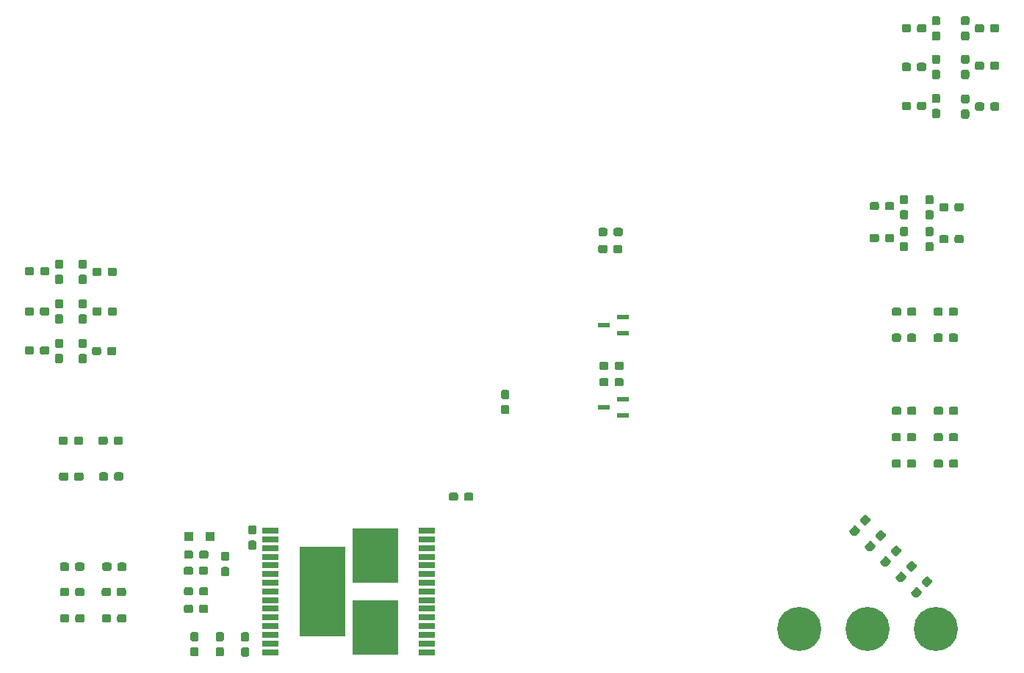
<source format=gbr>
G04 #@! TF.GenerationSoftware,KiCad,Pcbnew,(5.1.5)-2*
G04 #@! TF.CreationDate,2019-12-06T21:13:19-06:00*
G04 #@! TF.ProjectId,ArmBoard_Hardware,41726d42-6f61-4726-945f-486172647761,rev?*
G04 #@! TF.SameCoordinates,Original*
G04 #@! TF.FileFunction,Paste,Top*
G04 #@! TF.FilePolarity,Positive*
%FSLAX46Y46*%
G04 Gerber Fmt 4.6, Leading zero omitted, Abs format (unit mm)*
G04 Created by KiCad (PCBNEW (5.1.5)-2) date 2019-12-06 21:13:19*
%MOMM*%
%LPD*%
G04 APERTURE LIST*
%ADD10C,0.100000*%
%ADD11R,1.320800X0.558800*%
%ADD12R,5.257800X6.223000*%
%ADD13R,5.257800X10.312400*%
%ADD14R,1.854200X0.635000*%
%ADD15C,5.080000*%
%ADD16R,1.000000X1.000000*%
G04 APERTURE END LIST*
D10*
G36*
X101352779Y-103729144D02*
G01*
X101375834Y-103732563D01*
X101398443Y-103738227D01*
X101420387Y-103746079D01*
X101441457Y-103756044D01*
X101461448Y-103768026D01*
X101480168Y-103781910D01*
X101497438Y-103797562D01*
X101513090Y-103814832D01*
X101526974Y-103833552D01*
X101538956Y-103853543D01*
X101548921Y-103874613D01*
X101556773Y-103896557D01*
X101562437Y-103919166D01*
X101565856Y-103942221D01*
X101567000Y-103965500D01*
X101567000Y-104540500D01*
X101565856Y-104563779D01*
X101562437Y-104586834D01*
X101556773Y-104609443D01*
X101548921Y-104631387D01*
X101538956Y-104652457D01*
X101526974Y-104672448D01*
X101513090Y-104691168D01*
X101497438Y-104708438D01*
X101480168Y-104724090D01*
X101461448Y-104737974D01*
X101441457Y-104749956D01*
X101420387Y-104759921D01*
X101398443Y-104767773D01*
X101375834Y-104773437D01*
X101352779Y-104776856D01*
X101329500Y-104778000D01*
X100854500Y-104778000D01*
X100831221Y-104776856D01*
X100808166Y-104773437D01*
X100785557Y-104767773D01*
X100763613Y-104759921D01*
X100742543Y-104749956D01*
X100722552Y-104737974D01*
X100703832Y-104724090D01*
X100686562Y-104708438D01*
X100670910Y-104691168D01*
X100657026Y-104672448D01*
X100645044Y-104652457D01*
X100635079Y-104631387D01*
X100627227Y-104609443D01*
X100621563Y-104586834D01*
X100618144Y-104563779D01*
X100617000Y-104540500D01*
X100617000Y-103965500D01*
X100618144Y-103942221D01*
X100621563Y-103919166D01*
X100627227Y-103896557D01*
X100635079Y-103874613D01*
X100645044Y-103853543D01*
X100657026Y-103833552D01*
X100670910Y-103814832D01*
X100686562Y-103797562D01*
X100703832Y-103781910D01*
X100722552Y-103768026D01*
X100742543Y-103756044D01*
X100763613Y-103746079D01*
X100785557Y-103738227D01*
X100808166Y-103732563D01*
X100831221Y-103729144D01*
X100854500Y-103728000D01*
X101329500Y-103728000D01*
X101352779Y-103729144D01*
G37*
G36*
X101352779Y-101979144D02*
G01*
X101375834Y-101982563D01*
X101398443Y-101988227D01*
X101420387Y-101996079D01*
X101441457Y-102006044D01*
X101461448Y-102018026D01*
X101480168Y-102031910D01*
X101497438Y-102047562D01*
X101513090Y-102064832D01*
X101526974Y-102083552D01*
X101538956Y-102103543D01*
X101548921Y-102124613D01*
X101556773Y-102146557D01*
X101562437Y-102169166D01*
X101565856Y-102192221D01*
X101567000Y-102215500D01*
X101567000Y-102790500D01*
X101565856Y-102813779D01*
X101562437Y-102836834D01*
X101556773Y-102859443D01*
X101548921Y-102881387D01*
X101538956Y-102902457D01*
X101526974Y-102922448D01*
X101513090Y-102941168D01*
X101497438Y-102958438D01*
X101480168Y-102974090D01*
X101461448Y-102987974D01*
X101441457Y-102999956D01*
X101420387Y-103009921D01*
X101398443Y-103017773D01*
X101375834Y-103023437D01*
X101352779Y-103026856D01*
X101329500Y-103028000D01*
X100854500Y-103028000D01*
X100831221Y-103026856D01*
X100808166Y-103023437D01*
X100785557Y-103017773D01*
X100763613Y-103009921D01*
X100742543Y-102999956D01*
X100722552Y-102987974D01*
X100703832Y-102974090D01*
X100686562Y-102958438D01*
X100670910Y-102941168D01*
X100657026Y-102922448D01*
X100645044Y-102902457D01*
X100635079Y-102881387D01*
X100627227Y-102859443D01*
X100621563Y-102836834D01*
X100618144Y-102813779D01*
X100617000Y-102790500D01*
X100617000Y-102215500D01*
X100618144Y-102192221D01*
X100621563Y-102169166D01*
X100627227Y-102146557D01*
X100635079Y-102124613D01*
X100645044Y-102103543D01*
X100657026Y-102083552D01*
X100670910Y-102064832D01*
X100686562Y-102047562D01*
X100703832Y-102031910D01*
X100722552Y-102018026D01*
X100742543Y-102006044D01*
X100763613Y-101996079D01*
X100785557Y-101988227D01*
X100808166Y-101982563D01*
X100831221Y-101979144D01*
X100854500Y-101978000D01*
X101329500Y-101978000D01*
X101352779Y-101979144D01*
G37*
G36*
X50475779Y-107349144D02*
G01*
X50498834Y-107352563D01*
X50521443Y-107358227D01*
X50543387Y-107366079D01*
X50564457Y-107376044D01*
X50584448Y-107388026D01*
X50603168Y-107401910D01*
X50620438Y-107417562D01*
X50636090Y-107434832D01*
X50649974Y-107453552D01*
X50661956Y-107473543D01*
X50671921Y-107494613D01*
X50679773Y-107516557D01*
X50685437Y-107539166D01*
X50688856Y-107562221D01*
X50690000Y-107585500D01*
X50690000Y-108060500D01*
X50688856Y-108083779D01*
X50685437Y-108106834D01*
X50679773Y-108129443D01*
X50671921Y-108151387D01*
X50661956Y-108172457D01*
X50649974Y-108192448D01*
X50636090Y-108211168D01*
X50620438Y-108228438D01*
X50603168Y-108244090D01*
X50584448Y-108257974D01*
X50564457Y-108269956D01*
X50543387Y-108279921D01*
X50521443Y-108287773D01*
X50498834Y-108293437D01*
X50475779Y-108296856D01*
X50452500Y-108298000D01*
X49877500Y-108298000D01*
X49854221Y-108296856D01*
X49831166Y-108293437D01*
X49808557Y-108287773D01*
X49786613Y-108279921D01*
X49765543Y-108269956D01*
X49745552Y-108257974D01*
X49726832Y-108244090D01*
X49709562Y-108228438D01*
X49693910Y-108211168D01*
X49680026Y-108192448D01*
X49668044Y-108172457D01*
X49658079Y-108151387D01*
X49650227Y-108129443D01*
X49644563Y-108106834D01*
X49641144Y-108083779D01*
X49640000Y-108060500D01*
X49640000Y-107585500D01*
X49641144Y-107562221D01*
X49644563Y-107539166D01*
X49650227Y-107516557D01*
X49658079Y-107494613D01*
X49668044Y-107473543D01*
X49680026Y-107453552D01*
X49693910Y-107434832D01*
X49709562Y-107417562D01*
X49726832Y-107401910D01*
X49745552Y-107388026D01*
X49765543Y-107376044D01*
X49786613Y-107366079D01*
X49808557Y-107358227D01*
X49831166Y-107352563D01*
X49854221Y-107349144D01*
X49877500Y-107348000D01*
X50452500Y-107348000D01*
X50475779Y-107349144D01*
G37*
G36*
X52225779Y-107349144D02*
G01*
X52248834Y-107352563D01*
X52271443Y-107358227D01*
X52293387Y-107366079D01*
X52314457Y-107376044D01*
X52334448Y-107388026D01*
X52353168Y-107401910D01*
X52370438Y-107417562D01*
X52386090Y-107434832D01*
X52399974Y-107453552D01*
X52411956Y-107473543D01*
X52421921Y-107494613D01*
X52429773Y-107516557D01*
X52435437Y-107539166D01*
X52438856Y-107562221D01*
X52440000Y-107585500D01*
X52440000Y-108060500D01*
X52438856Y-108083779D01*
X52435437Y-108106834D01*
X52429773Y-108129443D01*
X52421921Y-108151387D01*
X52411956Y-108172457D01*
X52399974Y-108192448D01*
X52386090Y-108211168D01*
X52370438Y-108228438D01*
X52353168Y-108244090D01*
X52334448Y-108257974D01*
X52314457Y-108269956D01*
X52293387Y-108279921D01*
X52271443Y-108287773D01*
X52248834Y-108293437D01*
X52225779Y-108296856D01*
X52202500Y-108298000D01*
X51627500Y-108298000D01*
X51604221Y-108296856D01*
X51581166Y-108293437D01*
X51558557Y-108287773D01*
X51536613Y-108279921D01*
X51515543Y-108269956D01*
X51495552Y-108257974D01*
X51476832Y-108244090D01*
X51459562Y-108228438D01*
X51443910Y-108211168D01*
X51430026Y-108192448D01*
X51418044Y-108172457D01*
X51408079Y-108151387D01*
X51400227Y-108129443D01*
X51394563Y-108106834D01*
X51391144Y-108083779D01*
X51390000Y-108060500D01*
X51390000Y-107585500D01*
X51391144Y-107562221D01*
X51394563Y-107539166D01*
X51400227Y-107516557D01*
X51408079Y-107494613D01*
X51418044Y-107473543D01*
X51430026Y-107453552D01*
X51443910Y-107434832D01*
X51459562Y-107417562D01*
X51476832Y-107401910D01*
X51495552Y-107388026D01*
X51515543Y-107376044D01*
X51536613Y-107366079D01*
X51558557Y-107358227D01*
X51581166Y-107352563D01*
X51604221Y-107349144D01*
X51627500Y-107348000D01*
X52202500Y-107348000D01*
X52225779Y-107349144D01*
G37*
G36*
X56811779Y-107349144D02*
G01*
X56834834Y-107352563D01*
X56857443Y-107358227D01*
X56879387Y-107366079D01*
X56900457Y-107376044D01*
X56920448Y-107388026D01*
X56939168Y-107401910D01*
X56956438Y-107417562D01*
X56972090Y-107434832D01*
X56985974Y-107453552D01*
X56997956Y-107473543D01*
X57007921Y-107494613D01*
X57015773Y-107516557D01*
X57021437Y-107539166D01*
X57024856Y-107562221D01*
X57026000Y-107585500D01*
X57026000Y-108060500D01*
X57024856Y-108083779D01*
X57021437Y-108106834D01*
X57015773Y-108129443D01*
X57007921Y-108151387D01*
X56997956Y-108172457D01*
X56985974Y-108192448D01*
X56972090Y-108211168D01*
X56956438Y-108228438D01*
X56939168Y-108244090D01*
X56920448Y-108257974D01*
X56900457Y-108269956D01*
X56879387Y-108279921D01*
X56857443Y-108287773D01*
X56834834Y-108293437D01*
X56811779Y-108296856D01*
X56788500Y-108298000D01*
X56213500Y-108298000D01*
X56190221Y-108296856D01*
X56167166Y-108293437D01*
X56144557Y-108287773D01*
X56122613Y-108279921D01*
X56101543Y-108269956D01*
X56081552Y-108257974D01*
X56062832Y-108244090D01*
X56045562Y-108228438D01*
X56029910Y-108211168D01*
X56016026Y-108192448D01*
X56004044Y-108172457D01*
X55994079Y-108151387D01*
X55986227Y-108129443D01*
X55980563Y-108106834D01*
X55977144Y-108083779D01*
X55976000Y-108060500D01*
X55976000Y-107585500D01*
X55977144Y-107562221D01*
X55980563Y-107539166D01*
X55986227Y-107516557D01*
X55994079Y-107494613D01*
X56004044Y-107473543D01*
X56016026Y-107453552D01*
X56029910Y-107434832D01*
X56045562Y-107417562D01*
X56062832Y-107401910D01*
X56081552Y-107388026D01*
X56101543Y-107376044D01*
X56122613Y-107366079D01*
X56144557Y-107358227D01*
X56167166Y-107352563D01*
X56190221Y-107349144D01*
X56213500Y-107348000D01*
X56788500Y-107348000D01*
X56811779Y-107349144D01*
G37*
G36*
X55061779Y-107349144D02*
G01*
X55084834Y-107352563D01*
X55107443Y-107358227D01*
X55129387Y-107366079D01*
X55150457Y-107376044D01*
X55170448Y-107388026D01*
X55189168Y-107401910D01*
X55206438Y-107417562D01*
X55222090Y-107434832D01*
X55235974Y-107453552D01*
X55247956Y-107473543D01*
X55257921Y-107494613D01*
X55265773Y-107516557D01*
X55271437Y-107539166D01*
X55274856Y-107562221D01*
X55276000Y-107585500D01*
X55276000Y-108060500D01*
X55274856Y-108083779D01*
X55271437Y-108106834D01*
X55265773Y-108129443D01*
X55257921Y-108151387D01*
X55247956Y-108172457D01*
X55235974Y-108192448D01*
X55222090Y-108211168D01*
X55206438Y-108228438D01*
X55189168Y-108244090D01*
X55170448Y-108257974D01*
X55150457Y-108269956D01*
X55129387Y-108279921D01*
X55107443Y-108287773D01*
X55084834Y-108293437D01*
X55061779Y-108296856D01*
X55038500Y-108298000D01*
X54463500Y-108298000D01*
X54440221Y-108296856D01*
X54417166Y-108293437D01*
X54394557Y-108287773D01*
X54372613Y-108279921D01*
X54351543Y-108269956D01*
X54331552Y-108257974D01*
X54312832Y-108244090D01*
X54295562Y-108228438D01*
X54279910Y-108211168D01*
X54266026Y-108192448D01*
X54254044Y-108172457D01*
X54244079Y-108151387D01*
X54236227Y-108129443D01*
X54230563Y-108106834D01*
X54227144Y-108083779D01*
X54226000Y-108060500D01*
X54226000Y-107585500D01*
X54227144Y-107562221D01*
X54230563Y-107539166D01*
X54236227Y-107516557D01*
X54244079Y-107494613D01*
X54254044Y-107473543D01*
X54266026Y-107453552D01*
X54279910Y-107434832D01*
X54295562Y-107417562D01*
X54312832Y-107401910D01*
X54331552Y-107388026D01*
X54351543Y-107376044D01*
X54372613Y-107366079D01*
X54394557Y-107358227D01*
X54417166Y-107352563D01*
X54440221Y-107349144D01*
X54463500Y-107348000D01*
X55038500Y-107348000D01*
X55061779Y-107349144D01*
G37*
G36*
X114533279Y-98713144D02*
G01*
X114556334Y-98716563D01*
X114578943Y-98722227D01*
X114600887Y-98730079D01*
X114621957Y-98740044D01*
X114641948Y-98752026D01*
X114660668Y-98765910D01*
X114677938Y-98781562D01*
X114693590Y-98798832D01*
X114707474Y-98817552D01*
X114719456Y-98837543D01*
X114729421Y-98858613D01*
X114737273Y-98880557D01*
X114742937Y-98903166D01*
X114746356Y-98926221D01*
X114747500Y-98949500D01*
X114747500Y-99424500D01*
X114746356Y-99447779D01*
X114742937Y-99470834D01*
X114737273Y-99493443D01*
X114729421Y-99515387D01*
X114719456Y-99536457D01*
X114707474Y-99556448D01*
X114693590Y-99575168D01*
X114677938Y-99592438D01*
X114660668Y-99608090D01*
X114641948Y-99621974D01*
X114621957Y-99633956D01*
X114600887Y-99643921D01*
X114578943Y-99651773D01*
X114556334Y-99657437D01*
X114533279Y-99660856D01*
X114510000Y-99662000D01*
X113935000Y-99662000D01*
X113911721Y-99660856D01*
X113888666Y-99657437D01*
X113866057Y-99651773D01*
X113844113Y-99643921D01*
X113823043Y-99633956D01*
X113803052Y-99621974D01*
X113784332Y-99608090D01*
X113767062Y-99592438D01*
X113751410Y-99575168D01*
X113737526Y-99556448D01*
X113725544Y-99536457D01*
X113715579Y-99515387D01*
X113707727Y-99493443D01*
X113702063Y-99470834D01*
X113698644Y-99447779D01*
X113697500Y-99424500D01*
X113697500Y-98949500D01*
X113698644Y-98926221D01*
X113702063Y-98903166D01*
X113707727Y-98880557D01*
X113715579Y-98858613D01*
X113725544Y-98837543D01*
X113737526Y-98817552D01*
X113751410Y-98798832D01*
X113767062Y-98781562D01*
X113784332Y-98765910D01*
X113803052Y-98752026D01*
X113823043Y-98740044D01*
X113844113Y-98730079D01*
X113866057Y-98722227D01*
X113888666Y-98716563D01*
X113911721Y-98713144D01*
X113935000Y-98712000D01*
X114510000Y-98712000D01*
X114533279Y-98713144D01*
G37*
G36*
X112783279Y-98713144D02*
G01*
X112806334Y-98716563D01*
X112828943Y-98722227D01*
X112850887Y-98730079D01*
X112871957Y-98740044D01*
X112891948Y-98752026D01*
X112910668Y-98765910D01*
X112927938Y-98781562D01*
X112943590Y-98798832D01*
X112957474Y-98817552D01*
X112969456Y-98837543D01*
X112979421Y-98858613D01*
X112987273Y-98880557D01*
X112992937Y-98903166D01*
X112996356Y-98926221D01*
X112997500Y-98949500D01*
X112997500Y-99424500D01*
X112996356Y-99447779D01*
X112992937Y-99470834D01*
X112987273Y-99493443D01*
X112979421Y-99515387D01*
X112969456Y-99536457D01*
X112957474Y-99556448D01*
X112943590Y-99575168D01*
X112927938Y-99592438D01*
X112910668Y-99608090D01*
X112891948Y-99621974D01*
X112871957Y-99633956D01*
X112850887Y-99643921D01*
X112828943Y-99651773D01*
X112806334Y-99657437D01*
X112783279Y-99660856D01*
X112760000Y-99662000D01*
X112185000Y-99662000D01*
X112161721Y-99660856D01*
X112138666Y-99657437D01*
X112116057Y-99651773D01*
X112094113Y-99643921D01*
X112073043Y-99633956D01*
X112053052Y-99621974D01*
X112034332Y-99608090D01*
X112017062Y-99592438D01*
X112001410Y-99575168D01*
X111987526Y-99556448D01*
X111975544Y-99536457D01*
X111965579Y-99515387D01*
X111957727Y-99493443D01*
X111952063Y-99470834D01*
X111948644Y-99447779D01*
X111947500Y-99424500D01*
X111947500Y-98949500D01*
X111948644Y-98926221D01*
X111952063Y-98903166D01*
X111957727Y-98880557D01*
X111965579Y-98858613D01*
X111975544Y-98837543D01*
X111987526Y-98817552D01*
X112001410Y-98798832D01*
X112017062Y-98781562D01*
X112034332Y-98765910D01*
X112053052Y-98752026D01*
X112073043Y-98740044D01*
X112094113Y-98730079D01*
X112116057Y-98722227D01*
X112138666Y-98716563D01*
X112161721Y-98713144D01*
X112185000Y-98712000D01*
X112760000Y-98712000D01*
X112783279Y-98713144D01*
G37*
G36*
X114533279Y-100618144D02*
G01*
X114556334Y-100621563D01*
X114578943Y-100627227D01*
X114600887Y-100635079D01*
X114621957Y-100645044D01*
X114641948Y-100657026D01*
X114660668Y-100670910D01*
X114677938Y-100686562D01*
X114693590Y-100703832D01*
X114707474Y-100722552D01*
X114719456Y-100742543D01*
X114729421Y-100763613D01*
X114737273Y-100785557D01*
X114742937Y-100808166D01*
X114746356Y-100831221D01*
X114747500Y-100854500D01*
X114747500Y-101329500D01*
X114746356Y-101352779D01*
X114742937Y-101375834D01*
X114737273Y-101398443D01*
X114729421Y-101420387D01*
X114719456Y-101441457D01*
X114707474Y-101461448D01*
X114693590Y-101480168D01*
X114677938Y-101497438D01*
X114660668Y-101513090D01*
X114641948Y-101526974D01*
X114621957Y-101538956D01*
X114600887Y-101548921D01*
X114578943Y-101556773D01*
X114556334Y-101562437D01*
X114533279Y-101565856D01*
X114510000Y-101567000D01*
X113935000Y-101567000D01*
X113911721Y-101565856D01*
X113888666Y-101562437D01*
X113866057Y-101556773D01*
X113844113Y-101548921D01*
X113823043Y-101538956D01*
X113803052Y-101526974D01*
X113784332Y-101513090D01*
X113767062Y-101497438D01*
X113751410Y-101480168D01*
X113737526Y-101461448D01*
X113725544Y-101441457D01*
X113715579Y-101420387D01*
X113707727Y-101398443D01*
X113702063Y-101375834D01*
X113698644Y-101352779D01*
X113697500Y-101329500D01*
X113697500Y-100854500D01*
X113698644Y-100831221D01*
X113702063Y-100808166D01*
X113707727Y-100785557D01*
X113715579Y-100763613D01*
X113725544Y-100742543D01*
X113737526Y-100722552D01*
X113751410Y-100703832D01*
X113767062Y-100686562D01*
X113784332Y-100670910D01*
X113803052Y-100657026D01*
X113823043Y-100645044D01*
X113844113Y-100635079D01*
X113866057Y-100627227D01*
X113888666Y-100621563D01*
X113911721Y-100618144D01*
X113935000Y-100617000D01*
X114510000Y-100617000D01*
X114533279Y-100618144D01*
G37*
G36*
X112783279Y-100618144D02*
G01*
X112806334Y-100621563D01*
X112828943Y-100627227D01*
X112850887Y-100635079D01*
X112871957Y-100645044D01*
X112891948Y-100657026D01*
X112910668Y-100670910D01*
X112927938Y-100686562D01*
X112943590Y-100703832D01*
X112957474Y-100722552D01*
X112969456Y-100742543D01*
X112979421Y-100763613D01*
X112987273Y-100785557D01*
X112992937Y-100808166D01*
X112996356Y-100831221D01*
X112997500Y-100854500D01*
X112997500Y-101329500D01*
X112996356Y-101352779D01*
X112992937Y-101375834D01*
X112987273Y-101398443D01*
X112979421Y-101420387D01*
X112969456Y-101441457D01*
X112957474Y-101461448D01*
X112943590Y-101480168D01*
X112927938Y-101497438D01*
X112910668Y-101513090D01*
X112891948Y-101526974D01*
X112871957Y-101538956D01*
X112850887Y-101548921D01*
X112828943Y-101556773D01*
X112806334Y-101562437D01*
X112783279Y-101565856D01*
X112760000Y-101567000D01*
X112185000Y-101567000D01*
X112161721Y-101565856D01*
X112138666Y-101562437D01*
X112116057Y-101556773D01*
X112094113Y-101548921D01*
X112073043Y-101538956D01*
X112053052Y-101526974D01*
X112034332Y-101513090D01*
X112017062Y-101497438D01*
X112001410Y-101480168D01*
X111987526Y-101461448D01*
X111975544Y-101441457D01*
X111965579Y-101420387D01*
X111957727Y-101398443D01*
X111952063Y-101375834D01*
X111948644Y-101352779D01*
X111947500Y-101329500D01*
X111947500Y-100854500D01*
X111948644Y-100831221D01*
X111952063Y-100808166D01*
X111957727Y-100785557D01*
X111965579Y-100763613D01*
X111975544Y-100742543D01*
X111987526Y-100722552D01*
X112001410Y-100703832D01*
X112017062Y-100686562D01*
X112034332Y-100670910D01*
X112053052Y-100657026D01*
X112073043Y-100645044D01*
X112094113Y-100635079D01*
X112116057Y-100627227D01*
X112138666Y-100621563D01*
X112161721Y-100618144D01*
X112185000Y-100617000D01*
X112760000Y-100617000D01*
X112783279Y-100618144D01*
G37*
D11*
X112445800Y-94488000D03*
X114630200Y-93548200D03*
X114630200Y-95427800D03*
X112445800Y-103949500D03*
X114630200Y-103009700D03*
X114630200Y-104889300D03*
D10*
G36*
X71380779Y-131683144D02*
G01*
X71403834Y-131686563D01*
X71426443Y-131692227D01*
X71448387Y-131700079D01*
X71469457Y-131710044D01*
X71489448Y-131722026D01*
X71508168Y-131735910D01*
X71525438Y-131751562D01*
X71541090Y-131768832D01*
X71554974Y-131787552D01*
X71566956Y-131807543D01*
X71576921Y-131828613D01*
X71584773Y-131850557D01*
X71590437Y-131873166D01*
X71593856Y-131896221D01*
X71595000Y-131919500D01*
X71595000Y-132494500D01*
X71593856Y-132517779D01*
X71590437Y-132540834D01*
X71584773Y-132563443D01*
X71576921Y-132585387D01*
X71566956Y-132606457D01*
X71554974Y-132626448D01*
X71541090Y-132645168D01*
X71525438Y-132662438D01*
X71508168Y-132678090D01*
X71489448Y-132691974D01*
X71469457Y-132703956D01*
X71448387Y-132713921D01*
X71426443Y-132721773D01*
X71403834Y-132727437D01*
X71380779Y-132730856D01*
X71357500Y-132732000D01*
X70882500Y-132732000D01*
X70859221Y-132730856D01*
X70836166Y-132727437D01*
X70813557Y-132721773D01*
X70791613Y-132713921D01*
X70770543Y-132703956D01*
X70750552Y-132691974D01*
X70731832Y-132678090D01*
X70714562Y-132662438D01*
X70698910Y-132645168D01*
X70685026Y-132626448D01*
X70673044Y-132606457D01*
X70663079Y-132585387D01*
X70655227Y-132563443D01*
X70649563Y-132540834D01*
X70646144Y-132517779D01*
X70645000Y-132494500D01*
X70645000Y-131919500D01*
X70646144Y-131896221D01*
X70649563Y-131873166D01*
X70655227Y-131850557D01*
X70663079Y-131828613D01*
X70673044Y-131807543D01*
X70685026Y-131787552D01*
X70698910Y-131768832D01*
X70714562Y-131751562D01*
X70731832Y-131735910D01*
X70750552Y-131722026D01*
X70770543Y-131710044D01*
X70791613Y-131700079D01*
X70813557Y-131692227D01*
X70836166Y-131686563D01*
X70859221Y-131683144D01*
X70882500Y-131682000D01*
X71357500Y-131682000D01*
X71380779Y-131683144D01*
G37*
G36*
X71380779Y-129933144D02*
G01*
X71403834Y-129936563D01*
X71426443Y-129942227D01*
X71448387Y-129950079D01*
X71469457Y-129960044D01*
X71489448Y-129972026D01*
X71508168Y-129985910D01*
X71525438Y-130001562D01*
X71541090Y-130018832D01*
X71554974Y-130037552D01*
X71566956Y-130057543D01*
X71576921Y-130078613D01*
X71584773Y-130100557D01*
X71590437Y-130123166D01*
X71593856Y-130146221D01*
X71595000Y-130169500D01*
X71595000Y-130744500D01*
X71593856Y-130767779D01*
X71590437Y-130790834D01*
X71584773Y-130813443D01*
X71576921Y-130835387D01*
X71566956Y-130856457D01*
X71554974Y-130876448D01*
X71541090Y-130895168D01*
X71525438Y-130912438D01*
X71508168Y-130928090D01*
X71489448Y-130941974D01*
X71469457Y-130953956D01*
X71448387Y-130963921D01*
X71426443Y-130971773D01*
X71403834Y-130977437D01*
X71380779Y-130980856D01*
X71357500Y-130982000D01*
X70882500Y-130982000D01*
X70859221Y-130980856D01*
X70836166Y-130977437D01*
X70813557Y-130971773D01*
X70791613Y-130963921D01*
X70770543Y-130953956D01*
X70750552Y-130941974D01*
X70731832Y-130928090D01*
X70714562Y-130912438D01*
X70698910Y-130895168D01*
X70685026Y-130876448D01*
X70673044Y-130856457D01*
X70663079Y-130835387D01*
X70655227Y-130813443D01*
X70649563Y-130790834D01*
X70646144Y-130767779D01*
X70645000Y-130744500D01*
X70645000Y-130169500D01*
X70646144Y-130146221D01*
X70649563Y-130123166D01*
X70655227Y-130100557D01*
X70663079Y-130078613D01*
X70673044Y-130057543D01*
X70685026Y-130037552D01*
X70698910Y-130018832D01*
X70714562Y-130001562D01*
X70731832Y-129985910D01*
X70750552Y-129972026D01*
X70770543Y-129960044D01*
X70791613Y-129950079D01*
X70813557Y-129942227D01*
X70836166Y-129936563D01*
X70859221Y-129933144D01*
X70882500Y-129932000D01*
X71357500Y-129932000D01*
X71380779Y-129933144D01*
G37*
G36*
X57242279Y-121890644D02*
G01*
X57265334Y-121894063D01*
X57287943Y-121899727D01*
X57309887Y-121907579D01*
X57330957Y-121917544D01*
X57350948Y-121929526D01*
X57369668Y-121943410D01*
X57386938Y-121959062D01*
X57402590Y-121976332D01*
X57416474Y-121995052D01*
X57428456Y-122015043D01*
X57438421Y-122036113D01*
X57446273Y-122058057D01*
X57451937Y-122080666D01*
X57455356Y-122103721D01*
X57456500Y-122127000D01*
X57456500Y-122602000D01*
X57455356Y-122625279D01*
X57451937Y-122648334D01*
X57446273Y-122670943D01*
X57438421Y-122692887D01*
X57428456Y-122713957D01*
X57416474Y-122733948D01*
X57402590Y-122752668D01*
X57386938Y-122769938D01*
X57369668Y-122785590D01*
X57350948Y-122799474D01*
X57330957Y-122811456D01*
X57309887Y-122821421D01*
X57287943Y-122829273D01*
X57265334Y-122834937D01*
X57242279Y-122838356D01*
X57219000Y-122839500D01*
X56644000Y-122839500D01*
X56620721Y-122838356D01*
X56597666Y-122834937D01*
X56575057Y-122829273D01*
X56553113Y-122821421D01*
X56532043Y-122811456D01*
X56512052Y-122799474D01*
X56493332Y-122785590D01*
X56476062Y-122769938D01*
X56460410Y-122752668D01*
X56446526Y-122733948D01*
X56434544Y-122713957D01*
X56424579Y-122692887D01*
X56416727Y-122670943D01*
X56411063Y-122648334D01*
X56407644Y-122625279D01*
X56406500Y-122602000D01*
X56406500Y-122127000D01*
X56407644Y-122103721D01*
X56411063Y-122080666D01*
X56416727Y-122058057D01*
X56424579Y-122036113D01*
X56434544Y-122015043D01*
X56446526Y-121995052D01*
X56460410Y-121976332D01*
X56476062Y-121959062D01*
X56493332Y-121943410D01*
X56512052Y-121929526D01*
X56532043Y-121917544D01*
X56553113Y-121907579D01*
X56575057Y-121899727D01*
X56597666Y-121894063D01*
X56620721Y-121890644D01*
X56644000Y-121889500D01*
X57219000Y-121889500D01*
X57242279Y-121890644D01*
G37*
G36*
X55492279Y-121890644D02*
G01*
X55515334Y-121894063D01*
X55537943Y-121899727D01*
X55559887Y-121907579D01*
X55580957Y-121917544D01*
X55600948Y-121929526D01*
X55619668Y-121943410D01*
X55636938Y-121959062D01*
X55652590Y-121976332D01*
X55666474Y-121995052D01*
X55678456Y-122015043D01*
X55688421Y-122036113D01*
X55696273Y-122058057D01*
X55701937Y-122080666D01*
X55705356Y-122103721D01*
X55706500Y-122127000D01*
X55706500Y-122602000D01*
X55705356Y-122625279D01*
X55701937Y-122648334D01*
X55696273Y-122670943D01*
X55688421Y-122692887D01*
X55678456Y-122713957D01*
X55666474Y-122733948D01*
X55652590Y-122752668D01*
X55636938Y-122769938D01*
X55619668Y-122785590D01*
X55600948Y-122799474D01*
X55580957Y-122811456D01*
X55559887Y-122821421D01*
X55537943Y-122829273D01*
X55515334Y-122834937D01*
X55492279Y-122838356D01*
X55469000Y-122839500D01*
X54894000Y-122839500D01*
X54870721Y-122838356D01*
X54847666Y-122834937D01*
X54825057Y-122829273D01*
X54803113Y-122821421D01*
X54782043Y-122811456D01*
X54762052Y-122799474D01*
X54743332Y-122785590D01*
X54726062Y-122769938D01*
X54710410Y-122752668D01*
X54696526Y-122733948D01*
X54684544Y-122713957D01*
X54674579Y-122692887D01*
X54666727Y-122670943D01*
X54661063Y-122648334D01*
X54657644Y-122625279D01*
X54656500Y-122602000D01*
X54656500Y-122127000D01*
X54657644Y-122103721D01*
X54661063Y-122080666D01*
X54666727Y-122058057D01*
X54674579Y-122036113D01*
X54684544Y-122015043D01*
X54696526Y-121995052D01*
X54710410Y-121976332D01*
X54726062Y-121959062D01*
X54743332Y-121943410D01*
X54762052Y-121929526D01*
X54782043Y-121917544D01*
X54803113Y-121907579D01*
X54825057Y-121899727D01*
X54847666Y-121894063D01*
X54870721Y-121890644D01*
X54894000Y-121889500D01*
X55469000Y-121889500D01*
X55492279Y-121890644D01*
G37*
G36*
X52366779Y-121890644D02*
G01*
X52389834Y-121894063D01*
X52412443Y-121899727D01*
X52434387Y-121907579D01*
X52455457Y-121917544D01*
X52475448Y-121929526D01*
X52494168Y-121943410D01*
X52511438Y-121959062D01*
X52527090Y-121976332D01*
X52540974Y-121995052D01*
X52552956Y-122015043D01*
X52562921Y-122036113D01*
X52570773Y-122058057D01*
X52576437Y-122080666D01*
X52579856Y-122103721D01*
X52581000Y-122127000D01*
X52581000Y-122602000D01*
X52579856Y-122625279D01*
X52576437Y-122648334D01*
X52570773Y-122670943D01*
X52562921Y-122692887D01*
X52552956Y-122713957D01*
X52540974Y-122733948D01*
X52527090Y-122752668D01*
X52511438Y-122769938D01*
X52494168Y-122785590D01*
X52475448Y-122799474D01*
X52455457Y-122811456D01*
X52434387Y-122821421D01*
X52412443Y-122829273D01*
X52389834Y-122834937D01*
X52366779Y-122838356D01*
X52343500Y-122839500D01*
X51768500Y-122839500D01*
X51745221Y-122838356D01*
X51722166Y-122834937D01*
X51699557Y-122829273D01*
X51677613Y-122821421D01*
X51656543Y-122811456D01*
X51636552Y-122799474D01*
X51617832Y-122785590D01*
X51600562Y-122769938D01*
X51584910Y-122752668D01*
X51571026Y-122733948D01*
X51559044Y-122713957D01*
X51549079Y-122692887D01*
X51541227Y-122670943D01*
X51535563Y-122648334D01*
X51532144Y-122625279D01*
X51531000Y-122602000D01*
X51531000Y-122127000D01*
X51532144Y-122103721D01*
X51535563Y-122080666D01*
X51541227Y-122058057D01*
X51549079Y-122036113D01*
X51559044Y-122015043D01*
X51571026Y-121995052D01*
X51584910Y-121976332D01*
X51600562Y-121959062D01*
X51617832Y-121943410D01*
X51636552Y-121929526D01*
X51656543Y-121917544D01*
X51677613Y-121907579D01*
X51699557Y-121899727D01*
X51722166Y-121894063D01*
X51745221Y-121890644D01*
X51768500Y-121889500D01*
X52343500Y-121889500D01*
X52366779Y-121890644D01*
G37*
G36*
X50616779Y-121890644D02*
G01*
X50639834Y-121894063D01*
X50662443Y-121899727D01*
X50684387Y-121907579D01*
X50705457Y-121917544D01*
X50725448Y-121929526D01*
X50744168Y-121943410D01*
X50761438Y-121959062D01*
X50777090Y-121976332D01*
X50790974Y-121995052D01*
X50802956Y-122015043D01*
X50812921Y-122036113D01*
X50820773Y-122058057D01*
X50826437Y-122080666D01*
X50829856Y-122103721D01*
X50831000Y-122127000D01*
X50831000Y-122602000D01*
X50829856Y-122625279D01*
X50826437Y-122648334D01*
X50820773Y-122670943D01*
X50812921Y-122692887D01*
X50802956Y-122713957D01*
X50790974Y-122733948D01*
X50777090Y-122752668D01*
X50761438Y-122769938D01*
X50744168Y-122785590D01*
X50725448Y-122799474D01*
X50705457Y-122811456D01*
X50684387Y-122821421D01*
X50662443Y-122829273D01*
X50639834Y-122834937D01*
X50616779Y-122838356D01*
X50593500Y-122839500D01*
X50018500Y-122839500D01*
X49995221Y-122838356D01*
X49972166Y-122834937D01*
X49949557Y-122829273D01*
X49927613Y-122821421D01*
X49906543Y-122811456D01*
X49886552Y-122799474D01*
X49867832Y-122785590D01*
X49850562Y-122769938D01*
X49834910Y-122752668D01*
X49821026Y-122733948D01*
X49809044Y-122713957D01*
X49799079Y-122692887D01*
X49791227Y-122670943D01*
X49785563Y-122648334D01*
X49782144Y-122625279D01*
X49781000Y-122602000D01*
X49781000Y-122127000D01*
X49782144Y-122103721D01*
X49785563Y-122080666D01*
X49791227Y-122058057D01*
X49799079Y-122036113D01*
X49809044Y-122015043D01*
X49821026Y-121995052D01*
X49834910Y-121976332D01*
X49850562Y-121959062D01*
X49867832Y-121943410D01*
X49886552Y-121929526D01*
X49906543Y-121917544D01*
X49927613Y-121907579D01*
X49949557Y-121899727D01*
X49972166Y-121894063D01*
X49995221Y-121890644D01*
X50018500Y-121889500D01*
X50593500Y-121889500D01*
X50616779Y-121890644D01*
G37*
D12*
X86106000Y-129387600D03*
D13*
X80010000Y-125222000D03*
D12*
X86106000Y-121056400D03*
D14*
X92062300Y-118221999D03*
X92062300Y-119221999D03*
X92062300Y-120222000D03*
X92062300Y-121222000D03*
X92062300Y-122222001D03*
X92062300Y-123221999D03*
X92062300Y-124221999D03*
X92062300Y-125222000D03*
X92062300Y-126222001D03*
X92062300Y-127222001D03*
X92062300Y-128221999D03*
X92062300Y-129222000D03*
X92062300Y-130222000D03*
X92062300Y-131222001D03*
X92062300Y-132221999D03*
X74053700Y-132222001D03*
X74053700Y-131222001D03*
X74053700Y-130222000D03*
X74053700Y-129222000D03*
X74053700Y-128221999D03*
X74053700Y-127222001D03*
X74053700Y-126222001D03*
X74053700Y-125222000D03*
X74053700Y-124221999D03*
X74053700Y-123221999D03*
X74053700Y-122222001D03*
X74053700Y-121222000D03*
X74053700Y-120222000D03*
X74053700Y-119221999D03*
X74053700Y-118222001D03*
D15*
X150749000Y-129540000D03*
X142875000Y-129540000D03*
X135001000Y-129540000D03*
D10*
G36*
X146759916Y-122947131D02*
G01*
X146782971Y-122950550D01*
X146805580Y-122956214D01*
X146827524Y-122964066D01*
X146848594Y-122974031D01*
X146868585Y-122986013D01*
X146887305Y-122999897D01*
X146904575Y-123015549D01*
X147240451Y-123351425D01*
X147256103Y-123368695D01*
X147269987Y-123387415D01*
X147281969Y-123407406D01*
X147291934Y-123428476D01*
X147299786Y-123450420D01*
X147305450Y-123473029D01*
X147308869Y-123496084D01*
X147310013Y-123519363D01*
X147308869Y-123542642D01*
X147305450Y-123565697D01*
X147299786Y-123588306D01*
X147291934Y-123610250D01*
X147281969Y-123631320D01*
X147269987Y-123651311D01*
X147256103Y-123670031D01*
X147240451Y-123687301D01*
X146833865Y-124093887D01*
X146816595Y-124109539D01*
X146797875Y-124123423D01*
X146777884Y-124135405D01*
X146756814Y-124145370D01*
X146734870Y-124153222D01*
X146712261Y-124158886D01*
X146689206Y-124162305D01*
X146665927Y-124163449D01*
X146642648Y-124162305D01*
X146619593Y-124158886D01*
X146596984Y-124153222D01*
X146575040Y-124145370D01*
X146553970Y-124135405D01*
X146533979Y-124123423D01*
X146515259Y-124109539D01*
X146497989Y-124093887D01*
X146162113Y-123758011D01*
X146146461Y-123740741D01*
X146132577Y-123722021D01*
X146120595Y-123702030D01*
X146110630Y-123680960D01*
X146102778Y-123659016D01*
X146097114Y-123636407D01*
X146093695Y-123613352D01*
X146092551Y-123590073D01*
X146093695Y-123566794D01*
X146097114Y-123543739D01*
X146102778Y-123521130D01*
X146110630Y-123499186D01*
X146120595Y-123478116D01*
X146132577Y-123458125D01*
X146146461Y-123439405D01*
X146162113Y-123422135D01*
X146568699Y-123015549D01*
X146585969Y-122999897D01*
X146604689Y-122986013D01*
X146624680Y-122974031D01*
X146645750Y-122964066D01*
X146667694Y-122956214D01*
X146690303Y-122950550D01*
X146713358Y-122947131D01*
X146736637Y-122945987D01*
X146759916Y-122947131D01*
G37*
G36*
X147997352Y-121709695D02*
G01*
X148020407Y-121713114D01*
X148043016Y-121718778D01*
X148064960Y-121726630D01*
X148086030Y-121736595D01*
X148106021Y-121748577D01*
X148124741Y-121762461D01*
X148142011Y-121778113D01*
X148477887Y-122113989D01*
X148493539Y-122131259D01*
X148507423Y-122149979D01*
X148519405Y-122169970D01*
X148529370Y-122191040D01*
X148537222Y-122212984D01*
X148542886Y-122235593D01*
X148546305Y-122258648D01*
X148547449Y-122281927D01*
X148546305Y-122305206D01*
X148542886Y-122328261D01*
X148537222Y-122350870D01*
X148529370Y-122372814D01*
X148519405Y-122393884D01*
X148507423Y-122413875D01*
X148493539Y-122432595D01*
X148477887Y-122449865D01*
X148071301Y-122856451D01*
X148054031Y-122872103D01*
X148035311Y-122885987D01*
X148015320Y-122897969D01*
X147994250Y-122907934D01*
X147972306Y-122915786D01*
X147949697Y-122921450D01*
X147926642Y-122924869D01*
X147903363Y-122926013D01*
X147880084Y-122924869D01*
X147857029Y-122921450D01*
X147834420Y-122915786D01*
X147812476Y-122907934D01*
X147791406Y-122897969D01*
X147771415Y-122885987D01*
X147752695Y-122872103D01*
X147735425Y-122856451D01*
X147399549Y-122520575D01*
X147383897Y-122503305D01*
X147370013Y-122484585D01*
X147358031Y-122464594D01*
X147348066Y-122443524D01*
X147340214Y-122421580D01*
X147334550Y-122398971D01*
X147331131Y-122375916D01*
X147329987Y-122352637D01*
X147331131Y-122329358D01*
X147334550Y-122306303D01*
X147340214Y-122283694D01*
X147348066Y-122261750D01*
X147358031Y-122240680D01*
X147370013Y-122220689D01*
X147383897Y-122201969D01*
X147399549Y-122184699D01*
X147806135Y-121778113D01*
X147823405Y-121762461D01*
X147842125Y-121748577D01*
X147862116Y-121736595D01*
X147883186Y-121726630D01*
X147905130Y-121718778D01*
X147927739Y-121713114D01*
X147950794Y-121709695D01*
X147974073Y-121708551D01*
X147997352Y-121709695D01*
G37*
G36*
X144441352Y-118153695D02*
G01*
X144464407Y-118157114D01*
X144487016Y-118162778D01*
X144508960Y-118170630D01*
X144530030Y-118180595D01*
X144550021Y-118192577D01*
X144568741Y-118206461D01*
X144586011Y-118222113D01*
X144921887Y-118557989D01*
X144937539Y-118575259D01*
X144951423Y-118593979D01*
X144963405Y-118613970D01*
X144973370Y-118635040D01*
X144981222Y-118656984D01*
X144986886Y-118679593D01*
X144990305Y-118702648D01*
X144991449Y-118725927D01*
X144990305Y-118749206D01*
X144986886Y-118772261D01*
X144981222Y-118794870D01*
X144973370Y-118816814D01*
X144963405Y-118837884D01*
X144951423Y-118857875D01*
X144937539Y-118876595D01*
X144921887Y-118893865D01*
X144515301Y-119300451D01*
X144498031Y-119316103D01*
X144479311Y-119329987D01*
X144459320Y-119341969D01*
X144438250Y-119351934D01*
X144416306Y-119359786D01*
X144393697Y-119365450D01*
X144370642Y-119368869D01*
X144347363Y-119370013D01*
X144324084Y-119368869D01*
X144301029Y-119365450D01*
X144278420Y-119359786D01*
X144256476Y-119351934D01*
X144235406Y-119341969D01*
X144215415Y-119329987D01*
X144196695Y-119316103D01*
X144179425Y-119300451D01*
X143843549Y-118964575D01*
X143827897Y-118947305D01*
X143814013Y-118928585D01*
X143802031Y-118908594D01*
X143792066Y-118887524D01*
X143784214Y-118865580D01*
X143778550Y-118842971D01*
X143775131Y-118819916D01*
X143773987Y-118796637D01*
X143775131Y-118773358D01*
X143778550Y-118750303D01*
X143784214Y-118727694D01*
X143792066Y-118705750D01*
X143802031Y-118684680D01*
X143814013Y-118664689D01*
X143827897Y-118645969D01*
X143843549Y-118628699D01*
X144250135Y-118222113D01*
X144267405Y-118206461D01*
X144286125Y-118192577D01*
X144306116Y-118180595D01*
X144327186Y-118170630D01*
X144349130Y-118162778D01*
X144371739Y-118157114D01*
X144394794Y-118153695D01*
X144418073Y-118152551D01*
X144441352Y-118153695D01*
G37*
G36*
X143203916Y-119391131D02*
G01*
X143226971Y-119394550D01*
X143249580Y-119400214D01*
X143271524Y-119408066D01*
X143292594Y-119418031D01*
X143312585Y-119430013D01*
X143331305Y-119443897D01*
X143348575Y-119459549D01*
X143684451Y-119795425D01*
X143700103Y-119812695D01*
X143713987Y-119831415D01*
X143725969Y-119851406D01*
X143735934Y-119872476D01*
X143743786Y-119894420D01*
X143749450Y-119917029D01*
X143752869Y-119940084D01*
X143754013Y-119963363D01*
X143752869Y-119986642D01*
X143749450Y-120009697D01*
X143743786Y-120032306D01*
X143735934Y-120054250D01*
X143725969Y-120075320D01*
X143713987Y-120095311D01*
X143700103Y-120114031D01*
X143684451Y-120131301D01*
X143277865Y-120537887D01*
X143260595Y-120553539D01*
X143241875Y-120567423D01*
X143221884Y-120579405D01*
X143200814Y-120589370D01*
X143178870Y-120597222D01*
X143156261Y-120602886D01*
X143133206Y-120606305D01*
X143109927Y-120607449D01*
X143086648Y-120606305D01*
X143063593Y-120602886D01*
X143040984Y-120597222D01*
X143019040Y-120589370D01*
X142997970Y-120579405D01*
X142977979Y-120567423D01*
X142959259Y-120553539D01*
X142941989Y-120537887D01*
X142606113Y-120202011D01*
X142590461Y-120184741D01*
X142576577Y-120166021D01*
X142564595Y-120146030D01*
X142554630Y-120124960D01*
X142546778Y-120103016D01*
X142541114Y-120080407D01*
X142537695Y-120057352D01*
X142536551Y-120034073D01*
X142537695Y-120010794D01*
X142541114Y-119987739D01*
X142546778Y-119965130D01*
X142554630Y-119943186D01*
X142564595Y-119922116D01*
X142576577Y-119902125D01*
X142590461Y-119883405D01*
X142606113Y-119866135D01*
X143012699Y-119459549D01*
X143029969Y-119443897D01*
X143048689Y-119430013D01*
X143068680Y-119418031D01*
X143089750Y-119408066D01*
X143111694Y-119400214D01*
X143134303Y-119394550D01*
X143157358Y-119391131D01*
X143180637Y-119389987D01*
X143203916Y-119391131D01*
G37*
G36*
X148537916Y-124725131D02*
G01*
X148560971Y-124728550D01*
X148583580Y-124734214D01*
X148605524Y-124742066D01*
X148626594Y-124752031D01*
X148646585Y-124764013D01*
X148665305Y-124777897D01*
X148682575Y-124793549D01*
X149018451Y-125129425D01*
X149034103Y-125146695D01*
X149047987Y-125165415D01*
X149059969Y-125185406D01*
X149069934Y-125206476D01*
X149077786Y-125228420D01*
X149083450Y-125251029D01*
X149086869Y-125274084D01*
X149088013Y-125297363D01*
X149086869Y-125320642D01*
X149083450Y-125343697D01*
X149077786Y-125366306D01*
X149069934Y-125388250D01*
X149059969Y-125409320D01*
X149047987Y-125429311D01*
X149034103Y-125448031D01*
X149018451Y-125465301D01*
X148611865Y-125871887D01*
X148594595Y-125887539D01*
X148575875Y-125901423D01*
X148555884Y-125913405D01*
X148534814Y-125923370D01*
X148512870Y-125931222D01*
X148490261Y-125936886D01*
X148467206Y-125940305D01*
X148443927Y-125941449D01*
X148420648Y-125940305D01*
X148397593Y-125936886D01*
X148374984Y-125931222D01*
X148353040Y-125923370D01*
X148331970Y-125913405D01*
X148311979Y-125901423D01*
X148293259Y-125887539D01*
X148275989Y-125871887D01*
X147940113Y-125536011D01*
X147924461Y-125518741D01*
X147910577Y-125500021D01*
X147898595Y-125480030D01*
X147888630Y-125458960D01*
X147880778Y-125437016D01*
X147875114Y-125414407D01*
X147871695Y-125391352D01*
X147870551Y-125368073D01*
X147871695Y-125344794D01*
X147875114Y-125321739D01*
X147880778Y-125299130D01*
X147888630Y-125277186D01*
X147898595Y-125256116D01*
X147910577Y-125236125D01*
X147924461Y-125217405D01*
X147940113Y-125200135D01*
X148346699Y-124793549D01*
X148363969Y-124777897D01*
X148382689Y-124764013D01*
X148402680Y-124752031D01*
X148423750Y-124742066D01*
X148445694Y-124734214D01*
X148468303Y-124728550D01*
X148491358Y-124725131D01*
X148514637Y-124723987D01*
X148537916Y-124725131D01*
G37*
G36*
X149775352Y-123487695D02*
G01*
X149798407Y-123491114D01*
X149821016Y-123496778D01*
X149842960Y-123504630D01*
X149864030Y-123514595D01*
X149884021Y-123526577D01*
X149902741Y-123540461D01*
X149920011Y-123556113D01*
X150255887Y-123891989D01*
X150271539Y-123909259D01*
X150285423Y-123927979D01*
X150297405Y-123947970D01*
X150307370Y-123969040D01*
X150315222Y-123990984D01*
X150320886Y-124013593D01*
X150324305Y-124036648D01*
X150325449Y-124059927D01*
X150324305Y-124083206D01*
X150320886Y-124106261D01*
X150315222Y-124128870D01*
X150307370Y-124150814D01*
X150297405Y-124171884D01*
X150285423Y-124191875D01*
X150271539Y-124210595D01*
X150255887Y-124227865D01*
X149849301Y-124634451D01*
X149832031Y-124650103D01*
X149813311Y-124663987D01*
X149793320Y-124675969D01*
X149772250Y-124685934D01*
X149750306Y-124693786D01*
X149727697Y-124699450D01*
X149704642Y-124702869D01*
X149681363Y-124704013D01*
X149658084Y-124702869D01*
X149635029Y-124699450D01*
X149612420Y-124693786D01*
X149590476Y-124685934D01*
X149569406Y-124675969D01*
X149549415Y-124663987D01*
X149530695Y-124650103D01*
X149513425Y-124634451D01*
X149177549Y-124298575D01*
X149161897Y-124281305D01*
X149148013Y-124262585D01*
X149136031Y-124242594D01*
X149126066Y-124221524D01*
X149118214Y-124199580D01*
X149112550Y-124176971D01*
X149109131Y-124153916D01*
X149107987Y-124130637D01*
X149109131Y-124107358D01*
X149112550Y-124084303D01*
X149118214Y-124061694D01*
X149126066Y-124039750D01*
X149136031Y-124018680D01*
X149148013Y-123998689D01*
X149161897Y-123979969D01*
X149177549Y-123962699D01*
X149584135Y-123556113D01*
X149601405Y-123540461D01*
X149620125Y-123526577D01*
X149640116Y-123514595D01*
X149661186Y-123504630D01*
X149683130Y-123496778D01*
X149705739Y-123491114D01*
X149728794Y-123487695D01*
X149752073Y-123486551D01*
X149775352Y-123487695D01*
G37*
G36*
X142663352Y-116375695D02*
G01*
X142686407Y-116379114D01*
X142709016Y-116384778D01*
X142730960Y-116392630D01*
X142752030Y-116402595D01*
X142772021Y-116414577D01*
X142790741Y-116428461D01*
X142808011Y-116444113D01*
X143143887Y-116779989D01*
X143159539Y-116797259D01*
X143173423Y-116815979D01*
X143185405Y-116835970D01*
X143195370Y-116857040D01*
X143203222Y-116878984D01*
X143208886Y-116901593D01*
X143212305Y-116924648D01*
X143213449Y-116947927D01*
X143212305Y-116971206D01*
X143208886Y-116994261D01*
X143203222Y-117016870D01*
X143195370Y-117038814D01*
X143185405Y-117059884D01*
X143173423Y-117079875D01*
X143159539Y-117098595D01*
X143143887Y-117115865D01*
X142737301Y-117522451D01*
X142720031Y-117538103D01*
X142701311Y-117551987D01*
X142681320Y-117563969D01*
X142660250Y-117573934D01*
X142638306Y-117581786D01*
X142615697Y-117587450D01*
X142592642Y-117590869D01*
X142569363Y-117592013D01*
X142546084Y-117590869D01*
X142523029Y-117587450D01*
X142500420Y-117581786D01*
X142478476Y-117573934D01*
X142457406Y-117563969D01*
X142437415Y-117551987D01*
X142418695Y-117538103D01*
X142401425Y-117522451D01*
X142065549Y-117186575D01*
X142049897Y-117169305D01*
X142036013Y-117150585D01*
X142024031Y-117130594D01*
X142014066Y-117109524D01*
X142006214Y-117087580D01*
X142000550Y-117064971D01*
X141997131Y-117041916D01*
X141995987Y-117018637D01*
X141997131Y-116995358D01*
X142000550Y-116972303D01*
X142006214Y-116949694D01*
X142014066Y-116927750D01*
X142024031Y-116906680D01*
X142036013Y-116886689D01*
X142049897Y-116867969D01*
X142065549Y-116850699D01*
X142472135Y-116444113D01*
X142489405Y-116428461D01*
X142508125Y-116414577D01*
X142528116Y-116402595D01*
X142549186Y-116392630D01*
X142571130Y-116384778D01*
X142593739Y-116379114D01*
X142616794Y-116375695D01*
X142640073Y-116374551D01*
X142663352Y-116375695D01*
G37*
G36*
X141425916Y-117613131D02*
G01*
X141448971Y-117616550D01*
X141471580Y-117622214D01*
X141493524Y-117630066D01*
X141514594Y-117640031D01*
X141534585Y-117652013D01*
X141553305Y-117665897D01*
X141570575Y-117681549D01*
X141906451Y-118017425D01*
X141922103Y-118034695D01*
X141935987Y-118053415D01*
X141947969Y-118073406D01*
X141957934Y-118094476D01*
X141965786Y-118116420D01*
X141971450Y-118139029D01*
X141974869Y-118162084D01*
X141976013Y-118185363D01*
X141974869Y-118208642D01*
X141971450Y-118231697D01*
X141965786Y-118254306D01*
X141957934Y-118276250D01*
X141947969Y-118297320D01*
X141935987Y-118317311D01*
X141922103Y-118336031D01*
X141906451Y-118353301D01*
X141499865Y-118759887D01*
X141482595Y-118775539D01*
X141463875Y-118789423D01*
X141443884Y-118801405D01*
X141422814Y-118811370D01*
X141400870Y-118819222D01*
X141378261Y-118824886D01*
X141355206Y-118828305D01*
X141331927Y-118829449D01*
X141308648Y-118828305D01*
X141285593Y-118824886D01*
X141262984Y-118819222D01*
X141241040Y-118811370D01*
X141219970Y-118801405D01*
X141199979Y-118789423D01*
X141181259Y-118775539D01*
X141163989Y-118759887D01*
X140828113Y-118424011D01*
X140812461Y-118406741D01*
X140798577Y-118388021D01*
X140786595Y-118368030D01*
X140776630Y-118346960D01*
X140768778Y-118325016D01*
X140763114Y-118302407D01*
X140759695Y-118279352D01*
X140758551Y-118256073D01*
X140759695Y-118232794D01*
X140763114Y-118209739D01*
X140768778Y-118187130D01*
X140776630Y-118165186D01*
X140786595Y-118144116D01*
X140798577Y-118124125D01*
X140812461Y-118105405D01*
X140828113Y-118088135D01*
X141234699Y-117681549D01*
X141251969Y-117665897D01*
X141270689Y-117652013D01*
X141290680Y-117640031D01*
X141311750Y-117630066D01*
X141333694Y-117622214D01*
X141356303Y-117616550D01*
X141379358Y-117613131D01*
X141402637Y-117611987D01*
X141425916Y-117613131D01*
G37*
G36*
X144981916Y-121169131D02*
G01*
X145004971Y-121172550D01*
X145027580Y-121178214D01*
X145049524Y-121186066D01*
X145070594Y-121196031D01*
X145090585Y-121208013D01*
X145109305Y-121221897D01*
X145126575Y-121237549D01*
X145462451Y-121573425D01*
X145478103Y-121590695D01*
X145491987Y-121609415D01*
X145503969Y-121629406D01*
X145513934Y-121650476D01*
X145521786Y-121672420D01*
X145527450Y-121695029D01*
X145530869Y-121718084D01*
X145532013Y-121741363D01*
X145530869Y-121764642D01*
X145527450Y-121787697D01*
X145521786Y-121810306D01*
X145513934Y-121832250D01*
X145503969Y-121853320D01*
X145491987Y-121873311D01*
X145478103Y-121892031D01*
X145462451Y-121909301D01*
X145055865Y-122315887D01*
X145038595Y-122331539D01*
X145019875Y-122345423D01*
X144999884Y-122357405D01*
X144978814Y-122367370D01*
X144956870Y-122375222D01*
X144934261Y-122380886D01*
X144911206Y-122384305D01*
X144887927Y-122385449D01*
X144864648Y-122384305D01*
X144841593Y-122380886D01*
X144818984Y-122375222D01*
X144797040Y-122367370D01*
X144775970Y-122357405D01*
X144755979Y-122345423D01*
X144737259Y-122331539D01*
X144719989Y-122315887D01*
X144384113Y-121980011D01*
X144368461Y-121962741D01*
X144354577Y-121944021D01*
X144342595Y-121924030D01*
X144332630Y-121902960D01*
X144324778Y-121881016D01*
X144319114Y-121858407D01*
X144315695Y-121835352D01*
X144314551Y-121812073D01*
X144315695Y-121788794D01*
X144319114Y-121765739D01*
X144324778Y-121743130D01*
X144332630Y-121721186D01*
X144342595Y-121700116D01*
X144354577Y-121680125D01*
X144368461Y-121661405D01*
X144384113Y-121644135D01*
X144790699Y-121237549D01*
X144807969Y-121221897D01*
X144826689Y-121208013D01*
X144846680Y-121196031D01*
X144867750Y-121186066D01*
X144889694Y-121178214D01*
X144912303Y-121172550D01*
X144935358Y-121169131D01*
X144958637Y-121167987D01*
X144981916Y-121169131D01*
G37*
G36*
X146219352Y-119931695D02*
G01*
X146242407Y-119935114D01*
X146265016Y-119940778D01*
X146286960Y-119948630D01*
X146308030Y-119958595D01*
X146328021Y-119970577D01*
X146346741Y-119984461D01*
X146364011Y-120000113D01*
X146699887Y-120335989D01*
X146715539Y-120353259D01*
X146729423Y-120371979D01*
X146741405Y-120391970D01*
X146751370Y-120413040D01*
X146759222Y-120434984D01*
X146764886Y-120457593D01*
X146768305Y-120480648D01*
X146769449Y-120503927D01*
X146768305Y-120527206D01*
X146764886Y-120550261D01*
X146759222Y-120572870D01*
X146751370Y-120594814D01*
X146741405Y-120615884D01*
X146729423Y-120635875D01*
X146715539Y-120654595D01*
X146699887Y-120671865D01*
X146293301Y-121078451D01*
X146276031Y-121094103D01*
X146257311Y-121107987D01*
X146237320Y-121119969D01*
X146216250Y-121129934D01*
X146194306Y-121137786D01*
X146171697Y-121143450D01*
X146148642Y-121146869D01*
X146125363Y-121148013D01*
X146102084Y-121146869D01*
X146079029Y-121143450D01*
X146056420Y-121137786D01*
X146034476Y-121129934D01*
X146013406Y-121119969D01*
X145993415Y-121107987D01*
X145974695Y-121094103D01*
X145957425Y-121078451D01*
X145621549Y-120742575D01*
X145605897Y-120725305D01*
X145592013Y-120706585D01*
X145580031Y-120686594D01*
X145570066Y-120665524D01*
X145562214Y-120643580D01*
X145556550Y-120620971D01*
X145553131Y-120597916D01*
X145551987Y-120574637D01*
X145553131Y-120551358D01*
X145556550Y-120528303D01*
X145562214Y-120505694D01*
X145570066Y-120483750D01*
X145580031Y-120462680D01*
X145592013Y-120442689D01*
X145605897Y-120423969D01*
X145621549Y-120406699D01*
X146028135Y-120000113D01*
X146045405Y-119984461D01*
X146064125Y-119970577D01*
X146084116Y-119958595D01*
X146105186Y-119948630D01*
X146127130Y-119940778D01*
X146149739Y-119935114D01*
X146172794Y-119931695D01*
X146196073Y-119930551D01*
X146219352Y-119931695D01*
G37*
G36*
X95447779Y-113826144D02*
G01*
X95470834Y-113829563D01*
X95493443Y-113835227D01*
X95515387Y-113843079D01*
X95536457Y-113853044D01*
X95556448Y-113865026D01*
X95575168Y-113878910D01*
X95592438Y-113894562D01*
X95608090Y-113911832D01*
X95621974Y-113930552D01*
X95633956Y-113950543D01*
X95643921Y-113971613D01*
X95651773Y-113993557D01*
X95657437Y-114016166D01*
X95660856Y-114039221D01*
X95662000Y-114062500D01*
X95662000Y-114537500D01*
X95660856Y-114560779D01*
X95657437Y-114583834D01*
X95651773Y-114606443D01*
X95643921Y-114628387D01*
X95633956Y-114649457D01*
X95621974Y-114669448D01*
X95608090Y-114688168D01*
X95592438Y-114705438D01*
X95575168Y-114721090D01*
X95556448Y-114734974D01*
X95536457Y-114746956D01*
X95515387Y-114756921D01*
X95493443Y-114764773D01*
X95470834Y-114770437D01*
X95447779Y-114773856D01*
X95424500Y-114775000D01*
X94849500Y-114775000D01*
X94826221Y-114773856D01*
X94803166Y-114770437D01*
X94780557Y-114764773D01*
X94758613Y-114756921D01*
X94737543Y-114746956D01*
X94717552Y-114734974D01*
X94698832Y-114721090D01*
X94681562Y-114705438D01*
X94665910Y-114688168D01*
X94652026Y-114669448D01*
X94640044Y-114649457D01*
X94630079Y-114628387D01*
X94622227Y-114606443D01*
X94616563Y-114583834D01*
X94613144Y-114560779D01*
X94612000Y-114537500D01*
X94612000Y-114062500D01*
X94613144Y-114039221D01*
X94616563Y-114016166D01*
X94622227Y-113993557D01*
X94630079Y-113971613D01*
X94640044Y-113950543D01*
X94652026Y-113930552D01*
X94665910Y-113911832D01*
X94681562Y-113894562D01*
X94698832Y-113878910D01*
X94717552Y-113865026D01*
X94737543Y-113853044D01*
X94758613Y-113843079D01*
X94780557Y-113835227D01*
X94803166Y-113829563D01*
X94826221Y-113826144D01*
X94849500Y-113825000D01*
X95424500Y-113825000D01*
X95447779Y-113826144D01*
G37*
G36*
X97197779Y-113826144D02*
G01*
X97220834Y-113829563D01*
X97243443Y-113835227D01*
X97265387Y-113843079D01*
X97286457Y-113853044D01*
X97306448Y-113865026D01*
X97325168Y-113878910D01*
X97342438Y-113894562D01*
X97358090Y-113911832D01*
X97371974Y-113930552D01*
X97383956Y-113950543D01*
X97393921Y-113971613D01*
X97401773Y-113993557D01*
X97407437Y-114016166D01*
X97410856Y-114039221D01*
X97412000Y-114062500D01*
X97412000Y-114537500D01*
X97410856Y-114560779D01*
X97407437Y-114583834D01*
X97401773Y-114606443D01*
X97393921Y-114628387D01*
X97383956Y-114649457D01*
X97371974Y-114669448D01*
X97358090Y-114688168D01*
X97342438Y-114705438D01*
X97325168Y-114721090D01*
X97306448Y-114734974D01*
X97286457Y-114746956D01*
X97265387Y-114756921D01*
X97243443Y-114764773D01*
X97220834Y-114770437D01*
X97197779Y-114773856D01*
X97174500Y-114775000D01*
X96599500Y-114775000D01*
X96576221Y-114773856D01*
X96553166Y-114770437D01*
X96530557Y-114764773D01*
X96508613Y-114756921D01*
X96487543Y-114746956D01*
X96467552Y-114734974D01*
X96448832Y-114721090D01*
X96431562Y-114705438D01*
X96415910Y-114688168D01*
X96402026Y-114669448D01*
X96390044Y-114649457D01*
X96380079Y-114628387D01*
X96372227Y-114606443D01*
X96366563Y-114583834D01*
X96363144Y-114560779D01*
X96362000Y-114537500D01*
X96362000Y-114062500D01*
X96363144Y-114039221D01*
X96366563Y-114016166D01*
X96372227Y-113993557D01*
X96380079Y-113971613D01*
X96390044Y-113950543D01*
X96402026Y-113930552D01*
X96415910Y-113911832D01*
X96431562Y-113894562D01*
X96448832Y-113878910D01*
X96467552Y-113865026D01*
X96487543Y-113853044D01*
X96508613Y-113843079D01*
X96530557Y-113835227D01*
X96553166Y-113829563D01*
X96576221Y-113826144D01*
X96599500Y-113825000D01*
X97174500Y-113825000D01*
X97197779Y-113826144D01*
G37*
G36*
X66666979Y-120506344D02*
G01*
X66690034Y-120509763D01*
X66712643Y-120515427D01*
X66734587Y-120523279D01*
X66755657Y-120533244D01*
X66775648Y-120545226D01*
X66794368Y-120559110D01*
X66811638Y-120574762D01*
X66827290Y-120592032D01*
X66841174Y-120610752D01*
X66853156Y-120630743D01*
X66863121Y-120651813D01*
X66870973Y-120673757D01*
X66876637Y-120696366D01*
X66880056Y-120719421D01*
X66881200Y-120742700D01*
X66881200Y-121217700D01*
X66880056Y-121240979D01*
X66876637Y-121264034D01*
X66870973Y-121286643D01*
X66863121Y-121308587D01*
X66853156Y-121329657D01*
X66841174Y-121349648D01*
X66827290Y-121368368D01*
X66811638Y-121385638D01*
X66794368Y-121401290D01*
X66775648Y-121415174D01*
X66755657Y-121427156D01*
X66734587Y-121437121D01*
X66712643Y-121444973D01*
X66690034Y-121450637D01*
X66666979Y-121454056D01*
X66643700Y-121455200D01*
X66068700Y-121455200D01*
X66045421Y-121454056D01*
X66022366Y-121450637D01*
X65999757Y-121444973D01*
X65977813Y-121437121D01*
X65956743Y-121427156D01*
X65936752Y-121415174D01*
X65918032Y-121401290D01*
X65900762Y-121385638D01*
X65885110Y-121368368D01*
X65871226Y-121349648D01*
X65859244Y-121329657D01*
X65849279Y-121308587D01*
X65841427Y-121286643D01*
X65835763Y-121264034D01*
X65832344Y-121240979D01*
X65831200Y-121217700D01*
X65831200Y-120742700D01*
X65832344Y-120719421D01*
X65835763Y-120696366D01*
X65841427Y-120673757D01*
X65849279Y-120651813D01*
X65859244Y-120630743D01*
X65871226Y-120610752D01*
X65885110Y-120592032D01*
X65900762Y-120574762D01*
X65918032Y-120559110D01*
X65936752Y-120545226D01*
X65956743Y-120533244D01*
X65977813Y-120523279D01*
X65999757Y-120515427D01*
X66022366Y-120509763D01*
X66045421Y-120506344D01*
X66068700Y-120505200D01*
X66643700Y-120505200D01*
X66666979Y-120506344D01*
G37*
G36*
X64916979Y-120506344D02*
G01*
X64940034Y-120509763D01*
X64962643Y-120515427D01*
X64984587Y-120523279D01*
X65005657Y-120533244D01*
X65025648Y-120545226D01*
X65044368Y-120559110D01*
X65061638Y-120574762D01*
X65077290Y-120592032D01*
X65091174Y-120610752D01*
X65103156Y-120630743D01*
X65113121Y-120651813D01*
X65120973Y-120673757D01*
X65126637Y-120696366D01*
X65130056Y-120719421D01*
X65131200Y-120742700D01*
X65131200Y-121217700D01*
X65130056Y-121240979D01*
X65126637Y-121264034D01*
X65120973Y-121286643D01*
X65113121Y-121308587D01*
X65103156Y-121329657D01*
X65091174Y-121349648D01*
X65077290Y-121368368D01*
X65061638Y-121385638D01*
X65044368Y-121401290D01*
X65025648Y-121415174D01*
X65005657Y-121427156D01*
X64984587Y-121437121D01*
X64962643Y-121444973D01*
X64940034Y-121450637D01*
X64916979Y-121454056D01*
X64893700Y-121455200D01*
X64318700Y-121455200D01*
X64295421Y-121454056D01*
X64272366Y-121450637D01*
X64249757Y-121444973D01*
X64227813Y-121437121D01*
X64206743Y-121427156D01*
X64186752Y-121415174D01*
X64168032Y-121401290D01*
X64150762Y-121385638D01*
X64135110Y-121368368D01*
X64121226Y-121349648D01*
X64109244Y-121329657D01*
X64099279Y-121308587D01*
X64091427Y-121286643D01*
X64085763Y-121264034D01*
X64082344Y-121240979D01*
X64081200Y-121217700D01*
X64081200Y-120742700D01*
X64082344Y-120719421D01*
X64085763Y-120696366D01*
X64091427Y-120673757D01*
X64099279Y-120651813D01*
X64109244Y-120630743D01*
X64121226Y-120610752D01*
X64135110Y-120592032D01*
X64150762Y-120574762D01*
X64168032Y-120559110D01*
X64186752Y-120545226D01*
X64206743Y-120533244D01*
X64227813Y-120523279D01*
X64249757Y-120515427D01*
X64272366Y-120509763D01*
X64295421Y-120506344D01*
X64318700Y-120505200D01*
X64893700Y-120505200D01*
X64916979Y-120506344D01*
G37*
D16*
X64586800Y-118897400D03*
X67086800Y-118897400D03*
D10*
G36*
X149408779Y-59787644D02*
G01*
X149431834Y-59791063D01*
X149454443Y-59796727D01*
X149476387Y-59804579D01*
X149497457Y-59814544D01*
X149517448Y-59826526D01*
X149536168Y-59840410D01*
X149553438Y-59856062D01*
X149569090Y-59873332D01*
X149582974Y-59892052D01*
X149594956Y-59912043D01*
X149604921Y-59933113D01*
X149612773Y-59955057D01*
X149618437Y-59977666D01*
X149621856Y-60000721D01*
X149623000Y-60024000D01*
X149623000Y-60499000D01*
X149621856Y-60522279D01*
X149618437Y-60545334D01*
X149612773Y-60567943D01*
X149604921Y-60589887D01*
X149594956Y-60610957D01*
X149582974Y-60630948D01*
X149569090Y-60649668D01*
X149553438Y-60666938D01*
X149536168Y-60682590D01*
X149517448Y-60696474D01*
X149497457Y-60708456D01*
X149476387Y-60718421D01*
X149454443Y-60726273D01*
X149431834Y-60731937D01*
X149408779Y-60735356D01*
X149385500Y-60736500D01*
X148810500Y-60736500D01*
X148787221Y-60735356D01*
X148764166Y-60731937D01*
X148741557Y-60726273D01*
X148719613Y-60718421D01*
X148698543Y-60708456D01*
X148678552Y-60696474D01*
X148659832Y-60682590D01*
X148642562Y-60666938D01*
X148626910Y-60649668D01*
X148613026Y-60630948D01*
X148601044Y-60610957D01*
X148591079Y-60589887D01*
X148583227Y-60567943D01*
X148577563Y-60545334D01*
X148574144Y-60522279D01*
X148573000Y-60499000D01*
X148573000Y-60024000D01*
X148574144Y-60000721D01*
X148577563Y-59977666D01*
X148583227Y-59955057D01*
X148591079Y-59933113D01*
X148601044Y-59912043D01*
X148613026Y-59892052D01*
X148626910Y-59873332D01*
X148642562Y-59856062D01*
X148659832Y-59840410D01*
X148678552Y-59826526D01*
X148698543Y-59814544D01*
X148719613Y-59804579D01*
X148741557Y-59796727D01*
X148764166Y-59791063D01*
X148787221Y-59787644D01*
X148810500Y-59786500D01*
X149385500Y-59786500D01*
X149408779Y-59787644D01*
G37*
G36*
X147658779Y-59787644D02*
G01*
X147681834Y-59791063D01*
X147704443Y-59796727D01*
X147726387Y-59804579D01*
X147747457Y-59814544D01*
X147767448Y-59826526D01*
X147786168Y-59840410D01*
X147803438Y-59856062D01*
X147819090Y-59873332D01*
X147832974Y-59892052D01*
X147844956Y-59912043D01*
X147854921Y-59933113D01*
X147862773Y-59955057D01*
X147868437Y-59977666D01*
X147871856Y-60000721D01*
X147873000Y-60024000D01*
X147873000Y-60499000D01*
X147871856Y-60522279D01*
X147868437Y-60545334D01*
X147862773Y-60567943D01*
X147854921Y-60589887D01*
X147844956Y-60610957D01*
X147832974Y-60630948D01*
X147819090Y-60649668D01*
X147803438Y-60666938D01*
X147786168Y-60682590D01*
X147767448Y-60696474D01*
X147747457Y-60708456D01*
X147726387Y-60718421D01*
X147704443Y-60726273D01*
X147681834Y-60731937D01*
X147658779Y-60735356D01*
X147635500Y-60736500D01*
X147060500Y-60736500D01*
X147037221Y-60735356D01*
X147014166Y-60731937D01*
X146991557Y-60726273D01*
X146969613Y-60718421D01*
X146948543Y-60708456D01*
X146928552Y-60696474D01*
X146909832Y-60682590D01*
X146892562Y-60666938D01*
X146876910Y-60649668D01*
X146863026Y-60630948D01*
X146851044Y-60610957D01*
X146841079Y-60589887D01*
X146833227Y-60567943D01*
X146827563Y-60545334D01*
X146824144Y-60522279D01*
X146823000Y-60499000D01*
X146823000Y-60024000D01*
X146824144Y-60000721D01*
X146827563Y-59977666D01*
X146833227Y-59955057D01*
X146841079Y-59933113D01*
X146851044Y-59912043D01*
X146863026Y-59892052D01*
X146876910Y-59873332D01*
X146892562Y-59856062D01*
X146909832Y-59840410D01*
X146928552Y-59826526D01*
X146948543Y-59814544D01*
X146969613Y-59804579D01*
X146991557Y-59796727D01*
X147014166Y-59791063D01*
X147037221Y-59787644D01*
X147060500Y-59786500D01*
X147635500Y-59786500D01*
X147658779Y-59787644D01*
G37*
G36*
X157826279Y-59787644D02*
G01*
X157849334Y-59791063D01*
X157871943Y-59796727D01*
X157893887Y-59804579D01*
X157914957Y-59814544D01*
X157934948Y-59826526D01*
X157953668Y-59840410D01*
X157970938Y-59856062D01*
X157986590Y-59873332D01*
X158000474Y-59892052D01*
X158012456Y-59912043D01*
X158022421Y-59933113D01*
X158030273Y-59955057D01*
X158035937Y-59977666D01*
X158039356Y-60000721D01*
X158040500Y-60024000D01*
X158040500Y-60499000D01*
X158039356Y-60522279D01*
X158035937Y-60545334D01*
X158030273Y-60567943D01*
X158022421Y-60589887D01*
X158012456Y-60610957D01*
X158000474Y-60630948D01*
X157986590Y-60649668D01*
X157970938Y-60666938D01*
X157953668Y-60682590D01*
X157934948Y-60696474D01*
X157914957Y-60708456D01*
X157893887Y-60718421D01*
X157871943Y-60726273D01*
X157849334Y-60731937D01*
X157826279Y-60735356D01*
X157803000Y-60736500D01*
X157228000Y-60736500D01*
X157204721Y-60735356D01*
X157181666Y-60731937D01*
X157159057Y-60726273D01*
X157137113Y-60718421D01*
X157116043Y-60708456D01*
X157096052Y-60696474D01*
X157077332Y-60682590D01*
X157060062Y-60666938D01*
X157044410Y-60649668D01*
X157030526Y-60630948D01*
X157018544Y-60610957D01*
X157008579Y-60589887D01*
X157000727Y-60567943D01*
X156995063Y-60545334D01*
X156991644Y-60522279D01*
X156990500Y-60499000D01*
X156990500Y-60024000D01*
X156991644Y-60000721D01*
X156995063Y-59977666D01*
X157000727Y-59955057D01*
X157008579Y-59933113D01*
X157018544Y-59912043D01*
X157030526Y-59892052D01*
X157044410Y-59873332D01*
X157060062Y-59856062D01*
X157077332Y-59840410D01*
X157096052Y-59826526D01*
X157116043Y-59814544D01*
X157137113Y-59804579D01*
X157159057Y-59796727D01*
X157181666Y-59791063D01*
X157204721Y-59787644D01*
X157228000Y-59786500D01*
X157803000Y-59786500D01*
X157826279Y-59787644D01*
G37*
G36*
X156076279Y-59787644D02*
G01*
X156099334Y-59791063D01*
X156121943Y-59796727D01*
X156143887Y-59804579D01*
X156164957Y-59814544D01*
X156184948Y-59826526D01*
X156203668Y-59840410D01*
X156220938Y-59856062D01*
X156236590Y-59873332D01*
X156250474Y-59892052D01*
X156262456Y-59912043D01*
X156272421Y-59933113D01*
X156280273Y-59955057D01*
X156285937Y-59977666D01*
X156289356Y-60000721D01*
X156290500Y-60024000D01*
X156290500Y-60499000D01*
X156289356Y-60522279D01*
X156285937Y-60545334D01*
X156280273Y-60567943D01*
X156272421Y-60589887D01*
X156262456Y-60610957D01*
X156250474Y-60630948D01*
X156236590Y-60649668D01*
X156220938Y-60666938D01*
X156203668Y-60682590D01*
X156184948Y-60696474D01*
X156164957Y-60708456D01*
X156143887Y-60718421D01*
X156121943Y-60726273D01*
X156099334Y-60731937D01*
X156076279Y-60735356D01*
X156053000Y-60736500D01*
X155478000Y-60736500D01*
X155454721Y-60735356D01*
X155431666Y-60731937D01*
X155409057Y-60726273D01*
X155387113Y-60718421D01*
X155366043Y-60708456D01*
X155346052Y-60696474D01*
X155327332Y-60682590D01*
X155310062Y-60666938D01*
X155294410Y-60649668D01*
X155280526Y-60630948D01*
X155268544Y-60610957D01*
X155258579Y-60589887D01*
X155250727Y-60567943D01*
X155245063Y-60545334D01*
X155241644Y-60522279D01*
X155240500Y-60499000D01*
X155240500Y-60024000D01*
X155241644Y-60000721D01*
X155245063Y-59977666D01*
X155250727Y-59955057D01*
X155258579Y-59933113D01*
X155268544Y-59912043D01*
X155280526Y-59892052D01*
X155294410Y-59873332D01*
X155310062Y-59856062D01*
X155327332Y-59840410D01*
X155346052Y-59826526D01*
X155366043Y-59814544D01*
X155387113Y-59804579D01*
X155409057Y-59796727D01*
X155431666Y-59791063D01*
X155454721Y-59787644D01*
X155478000Y-59786500D01*
X156053000Y-59786500D01*
X156076279Y-59787644D01*
G37*
G36*
X52266702Y-111490432D02*
G01*
X52289757Y-111493851D01*
X52312366Y-111499515D01*
X52334310Y-111507367D01*
X52355380Y-111517332D01*
X52375371Y-111529314D01*
X52394091Y-111543198D01*
X52411361Y-111558850D01*
X52427013Y-111576120D01*
X52440897Y-111594840D01*
X52452879Y-111614831D01*
X52462844Y-111635901D01*
X52470696Y-111657845D01*
X52476360Y-111680454D01*
X52479779Y-111703509D01*
X52480923Y-111726788D01*
X52480923Y-112201788D01*
X52479779Y-112225067D01*
X52476360Y-112248122D01*
X52470696Y-112270731D01*
X52462844Y-112292675D01*
X52452879Y-112313745D01*
X52440897Y-112333736D01*
X52427013Y-112352456D01*
X52411361Y-112369726D01*
X52394091Y-112385378D01*
X52375371Y-112399262D01*
X52355380Y-112411244D01*
X52334310Y-112421209D01*
X52312366Y-112429061D01*
X52289757Y-112434725D01*
X52266702Y-112438144D01*
X52243423Y-112439288D01*
X51668423Y-112439288D01*
X51645144Y-112438144D01*
X51622089Y-112434725D01*
X51599480Y-112429061D01*
X51577536Y-112421209D01*
X51556466Y-112411244D01*
X51536475Y-112399262D01*
X51517755Y-112385378D01*
X51500485Y-112369726D01*
X51484833Y-112352456D01*
X51470949Y-112333736D01*
X51458967Y-112313745D01*
X51449002Y-112292675D01*
X51441150Y-112270731D01*
X51435486Y-112248122D01*
X51432067Y-112225067D01*
X51430923Y-112201788D01*
X51430923Y-111726788D01*
X51432067Y-111703509D01*
X51435486Y-111680454D01*
X51441150Y-111657845D01*
X51449002Y-111635901D01*
X51458967Y-111614831D01*
X51470949Y-111594840D01*
X51484833Y-111576120D01*
X51500485Y-111558850D01*
X51517755Y-111543198D01*
X51536475Y-111529314D01*
X51556466Y-111517332D01*
X51577536Y-111507367D01*
X51599480Y-111499515D01*
X51622089Y-111493851D01*
X51645144Y-111490432D01*
X51668423Y-111489288D01*
X52243423Y-111489288D01*
X52266702Y-111490432D01*
G37*
G36*
X50516702Y-111490432D02*
G01*
X50539757Y-111493851D01*
X50562366Y-111499515D01*
X50584310Y-111507367D01*
X50605380Y-111517332D01*
X50625371Y-111529314D01*
X50644091Y-111543198D01*
X50661361Y-111558850D01*
X50677013Y-111576120D01*
X50690897Y-111594840D01*
X50702879Y-111614831D01*
X50712844Y-111635901D01*
X50720696Y-111657845D01*
X50726360Y-111680454D01*
X50729779Y-111703509D01*
X50730923Y-111726788D01*
X50730923Y-112201788D01*
X50729779Y-112225067D01*
X50726360Y-112248122D01*
X50720696Y-112270731D01*
X50712844Y-112292675D01*
X50702879Y-112313745D01*
X50690897Y-112333736D01*
X50677013Y-112352456D01*
X50661361Y-112369726D01*
X50644091Y-112385378D01*
X50625371Y-112399262D01*
X50605380Y-112411244D01*
X50584310Y-112421209D01*
X50562366Y-112429061D01*
X50539757Y-112434725D01*
X50516702Y-112438144D01*
X50493423Y-112439288D01*
X49918423Y-112439288D01*
X49895144Y-112438144D01*
X49872089Y-112434725D01*
X49849480Y-112429061D01*
X49827536Y-112421209D01*
X49806466Y-112411244D01*
X49786475Y-112399262D01*
X49767755Y-112385378D01*
X49750485Y-112369726D01*
X49734833Y-112352456D01*
X49720949Y-112333736D01*
X49708967Y-112313745D01*
X49699002Y-112292675D01*
X49691150Y-112270731D01*
X49685486Y-112248122D01*
X49682067Y-112225067D01*
X49680923Y-112201788D01*
X49680923Y-111726788D01*
X49682067Y-111703509D01*
X49685486Y-111680454D01*
X49691150Y-111657845D01*
X49699002Y-111635901D01*
X49708967Y-111614831D01*
X49720949Y-111594840D01*
X49734833Y-111576120D01*
X49750485Y-111558850D01*
X49767755Y-111543198D01*
X49786475Y-111529314D01*
X49806466Y-111517332D01*
X49827536Y-111507367D01*
X49849480Y-111499515D01*
X49872089Y-111493851D01*
X49895144Y-111490432D01*
X49918423Y-111489288D01*
X50493423Y-111489288D01*
X50516702Y-111490432D01*
G37*
G36*
X149394779Y-64232644D02*
G01*
X149417834Y-64236063D01*
X149440443Y-64241727D01*
X149462387Y-64249579D01*
X149483457Y-64259544D01*
X149503448Y-64271526D01*
X149522168Y-64285410D01*
X149539438Y-64301062D01*
X149555090Y-64318332D01*
X149568974Y-64337052D01*
X149580956Y-64357043D01*
X149590921Y-64378113D01*
X149598773Y-64400057D01*
X149604437Y-64422666D01*
X149607856Y-64445721D01*
X149609000Y-64469000D01*
X149609000Y-64944000D01*
X149607856Y-64967279D01*
X149604437Y-64990334D01*
X149598773Y-65012943D01*
X149590921Y-65034887D01*
X149580956Y-65055957D01*
X149568974Y-65075948D01*
X149555090Y-65094668D01*
X149539438Y-65111938D01*
X149522168Y-65127590D01*
X149503448Y-65141474D01*
X149483457Y-65153456D01*
X149462387Y-65163421D01*
X149440443Y-65171273D01*
X149417834Y-65176937D01*
X149394779Y-65180356D01*
X149371500Y-65181500D01*
X148796500Y-65181500D01*
X148773221Y-65180356D01*
X148750166Y-65176937D01*
X148727557Y-65171273D01*
X148705613Y-65163421D01*
X148684543Y-65153456D01*
X148664552Y-65141474D01*
X148645832Y-65127590D01*
X148628562Y-65111938D01*
X148612910Y-65094668D01*
X148599026Y-65075948D01*
X148587044Y-65055957D01*
X148577079Y-65034887D01*
X148569227Y-65012943D01*
X148563563Y-64990334D01*
X148560144Y-64967279D01*
X148559000Y-64944000D01*
X148559000Y-64469000D01*
X148560144Y-64445721D01*
X148563563Y-64422666D01*
X148569227Y-64400057D01*
X148577079Y-64378113D01*
X148587044Y-64357043D01*
X148599026Y-64337052D01*
X148612910Y-64318332D01*
X148628562Y-64301062D01*
X148645832Y-64285410D01*
X148664552Y-64271526D01*
X148684543Y-64259544D01*
X148705613Y-64249579D01*
X148727557Y-64241727D01*
X148750166Y-64236063D01*
X148773221Y-64232644D01*
X148796500Y-64231500D01*
X149371500Y-64231500D01*
X149394779Y-64232644D01*
G37*
G36*
X147644779Y-64232644D02*
G01*
X147667834Y-64236063D01*
X147690443Y-64241727D01*
X147712387Y-64249579D01*
X147733457Y-64259544D01*
X147753448Y-64271526D01*
X147772168Y-64285410D01*
X147789438Y-64301062D01*
X147805090Y-64318332D01*
X147818974Y-64337052D01*
X147830956Y-64357043D01*
X147840921Y-64378113D01*
X147848773Y-64400057D01*
X147854437Y-64422666D01*
X147857856Y-64445721D01*
X147859000Y-64469000D01*
X147859000Y-64944000D01*
X147857856Y-64967279D01*
X147854437Y-64990334D01*
X147848773Y-65012943D01*
X147840921Y-65034887D01*
X147830956Y-65055957D01*
X147818974Y-65075948D01*
X147805090Y-65094668D01*
X147789438Y-65111938D01*
X147772168Y-65127590D01*
X147753448Y-65141474D01*
X147733457Y-65153456D01*
X147712387Y-65163421D01*
X147690443Y-65171273D01*
X147667834Y-65176937D01*
X147644779Y-65180356D01*
X147621500Y-65181500D01*
X147046500Y-65181500D01*
X147023221Y-65180356D01*
X147000166Y-65176937D01*
X146977557Y-65171273D01*
X146955613Y-65163421D01*
X146934543Y-65153456D01*
X146914552Y-65141474D01*
X146895832Y-65127590D01*
X146878562Y-65111938D01*
X146862910Y-65094668D01*
X146849026Y-65075948D01*
X146837044Y-65055957D01*
X146827079Y-65034887D01*
X146819227Y-65012943D01*
X146813563Y-64990334D01*
X146810144Y-64967279D01*
X146809000Y-64944000D01*
X146809000Y-64469000D01*
X146810144Y-64445721D01*
X146813563Y-64422666D01*
X146819227Y-64400057D01*
X146827079Y-64378113D01*
X146837044Y-64357043D01*
X146849026Y-64337052D01*
X146862910Y-64318332D01*
X146878562Y-64301062D01*
X146895832Y-64285410D01*
X146914552Y-64271526D01*
X146934543Y-64259544D01*
X146955613Y-64249579D01*
X146977557Y-64241727D01*
X147000166Y-64236063D01*
X147023221Y-64232644D01*
X147046500Y-64231500D01*
X147621500Y-64231500D01*
X147644779Y-64232644D01*
G37*
G36*
X156076279Y-64105644D02*
G01*
X156099334Y-64109063D01*
X156121943Y-64114727D01*
X156143887Y-64122579D01*
X156164957Y-64132544D01*
X156184948Y-64144526D01*
X156203668Y-64158410D01*
X156220938Y-64174062D01*
X156236590Y-64191332D01*
X156250474Y-64210052D01*
X156262456Y-64230043D01*
X156272421Y-64251113D01*
X156280273Y-64273057D01*
X156285937Y-64295666D01*
X156289356Y-64318721D01*
X156290500Y-64342000D01*
X156290500Y-64817000D01*
X156289356Y-64840279D01*
X156285937Y-64863334D01*
X156280273Y-64885943D01*
X156272421Y-64907887D01*
X156262456Y-64928957D01*
X156250474Y-64948948D01*
X156236590Y-64967668D01*
X156220938Y-64984938D01*
X156203668Y-65000590D01*
X156184948Y-65014474D01*
X156164957Y-65026456D01*
X156143887Y-65036421D01*
X156121943Y-65044273D01*
X156099334Y-65049937D01*
X156076279Y-65053356D01*
X156053000Y-65054500D01*
X155478000Y-65054500D01*
X155454721Y-65053356D01*
X155431666Y-65049937D01*
X155409057Y-65044273D01*
X155387113Y-65036421D01*
X155366043Y-65026456D01*
X155346052Y-65014474D01*
X155327332Y-65000590D01*
X155310062Y-64984938D01*
X155294410Y-64967668D01*
X155280526Y-64948948D01*
X155268544Y-64928957D01*
X155258579Y-64907887D01*
X155250727Y-64885943D01*
X155245063Y-64863334D01*
X155241644Y-64840279D01*
X155240500Y-64817000D01*
X155240500Y-64342000D01*
X155241644Y-64318721D01*
X155245063Y-64295666D01*
X155250727Y-64273057D01*
X155258579Y-64251113D01*
X155268544Y-64230043D01*
X155280526Y-64210052D01*
X155294410Y-64191332D01*
X155310062Y-64174062D01*
X155327332Y-64158410D01*
X155346052Y-64144526D01*
X155366043Y-64132544D01*
X155387113Y-64122579D01*
X155409057Y-64114727D01*
X155431666Y-64109063D01*
X155454721Y-64105644D01*
X155478000Y-64104500D01*
X156053000Y-64104500D01*
X156076279Y-64105644D01*
G37*
G36*
X157826279Y-64105644D02*
G01*
X157849334Y-64109063D01*
X157871943Y-64114727D01*
X157893887Y-64122579D01*
X157914957Y-64132544D01*
X157934948Y-64144526D01*
X157953668Y-64158410D01*
X157970938Y-64174062D01*
X157986590Y-64191332D01*
X158000474Y-64210052D01*
X158012456Y-64230043D01*
X158022421Y-64251113D01*
X158030273Y-64273057D01*
X158035937Y-64295666D01*
X158039356Y-64318721D01*
X158040500Y-64342000D01*
X158040500Y-64817000D01*
X158039356Y-64840279D01*
X158035937Y-64863334D01*
X158030273Y-64885943D01*
X158022421Y-64907887D01*
X158012456Y-64928957D01*
X158000474Y-64948948D01*
X157986590Y-64967668D01*
X157970938Y-64984938D01*
X157953668Y-65000590D01*
X157934948Y-65014474D01*
X157914957Y-65026456D01*
X157893887Y-65036421D01*
X157871943Y-65044273D01*
X157849334Y-65049937D01*
X157826279Y-65053356D01*
X157803000Y-65054500D01*
X157228000Y-65054500D01*
X157204721Y-65053356D01*
X157181666Y-65049937D01*
X157159057Y-65044273D01*
X157137113Y-65036421D01*
X157116043Y-65026456D01*
X157096052Y-65014474D01*
X157077332Y-65000590D01*
X157060062Y-64984938D01*
X157044410Y-64967668D01*
X157030526Y-64948948D01*
X157018544Y-64928957D01*
X157008579Y-64907887D01*
X157000727Y-64885943D01*
X156995063Y-64863334D01*
X156991644Y-64840279D01*
X156990500Y-64817000D01*
X156990500Y-64342000D01*
X156991644Y-64318721D01*
X156995063Y-64295666D01*
X157000727Y-64273057D01*
X157008579Y-64251113D01*
X157018544Y-64230043D01*
X157030526Y-64210052D01*
X157044410Y-64191332D01*
X157060062Y-64174062D01*
X157077332Y-64158410D01*
X157096052Y-64144526D01*
X157116043Y-64132544D01*
X157137113Y-64122579D01*
X157159057Y-64114727D01*
X157181666Y-64109063D01*
X157204721Y-64105644D01*
X157228000Y-64104500D01*
X157803000Y-64104500D01*
X157826279Y-64105644D01*
G37*
G36*
X147644779Y-68741144D02*
G01*
X147667834Y-68744563D01*
X147690443Y-68750227D01*
X147712387Y-68758079D01*
X147733457Y-68768044D01*
X147753448Y-68780026D01*
X147772168Y-68793910D01*
X147789438Y-68809562D01*
X147805090Y-68826832D01*
X147818974Y-68845552D01*
X147830956Y-68865543D01*
X147840921Y-68886613D01*
X147848773Y-68908557D01*
X147854437Y-68931166D01*
X147857856Y-68954221D01*
X147859000Y-68977500D01*
X147859000Y-69452500D01*
X147857856Y-69475779D01*
X147854437Y-69498834D01*
X147848773Y-69521443D01*
X147840921Y-69543387D01*
X147830956Y-69564457D01*
X147818974Y-69584448D01*
X147805090Y-69603168D01*
X147789438Y-69620438D01*
X147772168Y-69636090D01*
X147753448Y-69649974D01*
X147733457Y-69661956D01*
X147712387Y-69671921D01*
X147690443Y-69679773D01*
X147667834Y-69685437D01*
X147644779Y-69688856D01*
X147621500Y-69690000D01*
X147046500Y-69690000D01*
X147023221Y-69688856D01*
X147000166Y-69685437D01*
X146977557Y-69679773D01*
X146955613Y-69671921D01*
X146934543Y-69661956D01*
X146914552Y-69649974D01*
X146895832Y-69636090D01*
X146878562Y-69620438D01*
X146862910Y-69603168D01*
X146849026Y-69584448D01*
X146837044Y-69564457D01*
X146827079Y-69543387D01*
X146819227Y-69521443D01*
X146813563Y-69498834D01*
X146810144Y-69475779D01*
X146809000Y-69452500D01*
X146809000Y-68977500D01*
X146810144Y-68954221D01*
X146813563Y-68931166D01*
X146819227Y-68908557D01*
X146827079Y-68886613D01*
X146837044Y-68865543D01*
X146849026Y-68845552D01*
X146862910Y-68826832D01*
X146878562Y-68809562D01*
X146895832Y-68793910D01*
X146914552Y-68780026D01*
X146934543Y-68768044D01*
X146955613Y-68758079D01*
X146977557Y-68750227D01*
X147000166Y-68744563D01*
X147023221Y-68741144D01*
X147046500Y-68740000D01*
X147621500Y-68740000D01*
X147644779Y-68741144D01*
G37*
G36*
X149394779Y-68741144D02*
G01*
X149417834Y-68744563D01*
X149440443Y-68750227D01*
X149462387Y-68758079D01*
X149483457Y-68768044D01*
X149503448Y-68780026D01*
X149522168Y-68793910D01*
X149539438Y-68809562D01*
X149555090Y-68826832D01*
X149568974Y-68845552D01*
X149580956Y-68865543D01*
X149590921Y-68886613D01*
X149598773Y-68908557D01*
X149604437Y-68931166D01*
X149607856Y-68954221D01*
X149609000Y-68977500D01*
X149609000Y-69452500D01*
X149607856Y-69475779D01*
X149604437Y-69498834D01*
X149598773Y-69521443D01*
X149590921Y-69543387D01*
X149580956Y-69564457D01*
X149568974Y-69584448D01*
X149555090Y-69603168D01*
X149539438Y-69620438D01*
X149522168Y-69636090D01*
X149503448Y-69649974D01*
X149483457Y-69661956D01*
X149462387Y-69671921D01*
X149440443Y-69679773D01*
X149417834Y-69685437D01*
X149394779Y-69688856D01*
X149371500Y-69690000D01*
X148796500Y-69690000D01*
X148773221Y-69688856D01*
X148750166Y-69685437D01*
X148727557Y-69679773D01*
X148705613Y-69671921D01*
X148684543Y-69661956D01*
X148664552Y-69649974D01*
X148645832Y-69636090D01*
X148628562Y-69620438D01*
X148612910Y-69603168D01*
X148599026Y-69584448D01*
X148587044Y-69564457D01*
X148577079Y-69543387D01*
X148569227Y-69521443D01*
X148563563Y-69498834D01*
X148560144Y-69475779D01*
X148559000Y-69452500D01*
X148559000Y-68977500D01*
X148560144Y-68954221D01*
X148563563Y-68931166D01*
X148569227Y-68908557D01*
X148577079Y-68886613D01*
X148587044Y-68865543D01*
X148599026Y-68845552D01*
X148612910Y-68826832D01*
X148628562Y-68809562D01*
X148645832Y-68793910D01*
X148664552Y-68780026D01*
X148684543Y-68768044D01*
X148705613Y-68758079D01*
X148727557Y-68750227D01*
X148750166Y-68744563D01*
X148773221Y-68741144D01*
X148796500Y-68740000D01*
X149371500Y-68740000D01*
X149394779Y-68741144D01*
G37*
G36*
X156090279Y-68804644D02*
G01*
X156113334Y-68808063D01*
X156135943Y-68813727D01*
X156157887Y-68821579D01*
X156178957Y-68831544D01*
X156198948Y-68843526D01*
X156217668Y-68857410D01*
X156234938Y-68873062D01*
X156250590Y-68890332D01*
X156264474Y-68909052D01*
X156276456Y-68929043D01*
X156286421Y-68950113D01*
X156294273Y-68972057D01*
X156299937Y-68994666D01*
X156303356Y-69017721D01*
X156304500Y-69041000D01*
X156304500Y-69516000D01*
X156303356Y-69539279D01*
X156299937Y-69562334D01*
X156294273Y-69584943D01*
X156286421Y-69606887D01*
X156276456Y-69627957D01*
X156264474Y-69647948D01*
X156250590Y-69666668D01*
X156234938Y-69683938D01*
X156217668Y-69699590D01*
X156198948Y-69713474D01*
X156178957Y-69725456D01*
X156157887Y-69735421D01*
X156135943Y-69743273D01*
X156113334Y-69748937D01*
X156090279Y-69752356D01*
X156067000Y-69753500D01*
X155492000Y-69753500D01*
X155468721Y-69752356D01*
X155445666Y-69748937D01*
X155423057Y-69743273D01*
X155401113Y-69735421D01*
X155380043Y-69725456D01*
X155360052Y-69713474D01*
X155341332Y-69699590D01*
X155324062Y-69683938D01*
X155308410Y-69666668D01*
X155294526Y-69647948D01*
X155282544Y-69627957D01*
X155272579Y-69606887D01*
X155264727Y-69584943D01*
X155259063Y-69562334D01*
X155255644Y-69539279D01*
X155254500Y-69516000D01*
X155254500Y-69041000D01*
X155255644Y-69017721D01*
X155259063Y-68994666D01*
X155264727Y-68972057D01*
X155272579Y-68950113D01*
X155282544Y-68929043D01*
X155294526Y-68909052D01*
X155308410Y-68890332D01*
X155324062Y-68873062D01*
X155341332Y-68857410D01*
X155360052Y-68843526D01*
X155380043Y-68831544D01*
X155401113Y-68821579D01*
X155423057Y-68813727D01*
X155445666Y-68808063D01*
X155468721Y-68804644D01*
X155492000Y-68803500D01*
X156067000Y-68803500D01*
X156090279Y-68804644D01*
G37*
G36*
X157840279Y-68804644D02*
G01*
X157863334Y-68808063D01*
X157885943Y-68813727D01*
X157907887Y-68821579D01*
X157928957Y-68831544D01*
X157948948Y-68843526D01*
X157967668Y-68857410D01*
X157984938Y-68873062D01*
X158000590Y-68890332D01*
X158014474Y-68909052D01*
X158026456Y-68929043D01*
X158036421Y-68950113D01*
X158044273Y-68972057D01*
X158049937Y-68994666D01*
X158053356Y-69017721D01*
X158054500Y-69041000D01*
X158054500Y-69516000D01*
X158053356Y-69539279D01*
X158049937Y-69562334D01*
X158044273Y-69584943D01*
X158036421Y-69606887D01*
X158026456Y-69627957D01*
X158014474Y-69647948D01*
X158000590Y-69666668D01*
X157984938Y-69683938D01*
X157967668Y-69699590D01*
X157948948Y-69713474D01*
X157928957Y-69725456D01*
X157907887Y-69735421D01*
X157885943Y-69743273D01*
X157863334Y-69748937D01*
X157840279Y-69752356D01*
X157817000Y-69753500D01*
X157242000Y-69753500D01*
X157218721Y-69752356D01*
X157195666Y-69748937D01*
X157173057Y-69743273D01*
X157151113Y-69735421D01*
X157130043Y-69725456D01*
X157110052Y-69713474D01*
X157091332Y-69699590D01*
X157074062Y-69683938D01*
X157058410Y-69666668D01*
X157044526Y-69647948D01*
X157032544Y-69627957D01*
X157022579Y-69606887D01*
X157014727Y-69584943D01*
X157009063Y-69562334D01*
X157005644Y-69539279D01*
X157004500Y-69516000D01*
X157004500Y-69041000D01*
X157005644Y-69017721D01*
X157009063Y-68994666D01*
X157014727Y-68972057D01*
X157022579Y-68950113D01*
X157032544Y-68929043D01*
X157044526Y-68909052D01*
X157058410Y-68890332D01*
X157074062Y-68873062D01*
X157091332Y-68857410D01*
X157110052Y-68843526D01*
X157130043Y-68831544D01*
X157151113Y-68821579D01*
X157173057Y-68813727D01*
X157195666Y-68808063D01*
X157218721Y-68804644D01*
X157242000Y-68803500D01*
X157817000Y-68803500D01*
X157840279Y-68804644D01*
G37*
G36*
X48329479Y-87803844D02*
G01*
X48352534Y-87807263D01*
X48375143Y-87812927D01*
X48397087Y-87820779D01*
X48418157Y-87830744D01*
X48438148Y-87842726D01*
X48456868Y-87856610D01*
X48474138Y-87872262D01*
X48489790Y-87889532D01*
X48503674Y-87908252D01*
X48515656Y-87928243D01*
X48525621Y-87949313D01*
X48533473Y-87971257D01*
X48539137Y-87993866D01*
X48542556Y-88016921D01*
X48543700Y-88040200D01*
X48543700Y-88515200D01*
X48542556Y-88538479D01*
X48539137Y-88561534D01*
X48533473Y-88584143D01*
X48525621Y-88606087D01*
X48515656Y-88627157D01*
X48503674Y-88647148D01*
X48489790Y-88665868D01*
X48474138Y-88683138D01*
X48456868Y-88698790D01*
X48438148Y-88712674D01*
X48418157Y-88724656D01*
X48397087Y-88734621D01*
X48375143Y-88742473D01*
X48352534Y-88748137D01*
X48329479Y-88751556D01*
X48306200Y-88752700D01*
X47731200Y-88752700D01*
X47707921Y-88751556D01*
X47684866Y-88748137D01*
X47662257Y-88742473D01*
X47640313Y-88734621D01*
X47619243Y-88724656D01*
X47599252Y-88712674D01*
X47580532Y-88698790D01*
X47563262Y-88683138D01*
X47547610Y-88665868D01*
X47533726Y-88647148D01*
X47521744Y-88627157D01*
X47511779Y-88606087D01*
X47503927Y-88584143D01*
X47498263Y-88561534D01*
X47494844Y-88538479D01*
X47493700Y-88515200D01*
X47493700Y-88040200D01*
X47494844Y-88016921D01*
X47498263Y-87993866D01*
X47503927Y-87971257D01*
X47511779Y-87949313D01*
X47521744Y-87928243D01*
X47533726Y-87908252D01*
X47547610Y-87889532D01*
X47563262Y-87872262D01*
X47580532Y-87856610D01*
X47599252Y-87842726D01*
X47619243Y-87830744D01*
X47640313Y-87820779D01*
X47662257Y-87812927D01*
X47684866Y-87807263D01*
X47707921Y-87803844D01*
X47731200Y-87802700D01*
X48306200Y-87802700D01*
X48329479Y-87803844D01*
G37*
G36*
X46579479Y-87803844D02*
G01*
X46602534Y-87807263D01*
X46625143Y-87812927D01*
X46647087Y-87820779D01*
X46668157Y-87830744D01*
X46688148Y-87842726D01*
X46706868Y-87856610D01*
X46724138Y-87872262D01*
X46739790Y-87889532D01*
X46753674Y-87908252D01*
X46765656Y-87928243D01*
X46775621Y-87949313D01*
X46783473Y-87971257D01*
X46789137Y-87993866D01*
X46792556Y-88016921D01*
X46793700Y-88040200D01*
X46793700Y-88515200D01*
X46792556Y-88538479D01*
X46789137Y-88561534D01*
X46783473Y-88584143D01*
X46775621Y-88606087D01*
X46765656Y-88627157D01*
X46753674Y-88647148D01*
X46739790Y-88665868D01*
X46724138Y-88683138D01*
X46706868Y-88698790D01*
X46688148Y-88712674D01*
X46668157Y-88724656D01*
X46647087Y-88734621D01*
X46625143Y-88742473D01*
X46602534Y-88748137D01*
X46579479Y-88751556D01*
X46556200Y-88752700D01*
X45981200Y-88752700D01*
X45957921Y-88751556D01*
X45934866Y-88748137D01*
X45912257Y-88742473D01*
X45890313Y-88734621D01*
X45869243Y-88724656D01*
X45849252Y-88712674D01*
X45830532Y-88698790D01*
X45813262Y-88683138D01*
X45797610Y-88665868D01*
X45783726Y-88647148D01*
X45771744Y-88627157D01*
X45761779Y-88606087D01*
X45753927Y-88584143D01*
X45748263Y-88561534D01*
X45744844Y-88538479D01*
X45743700Y-88515200D01*
X45743700Y-88040200D01*
X45744844Y-88016921D01*
X45748263Y-87993866D01*
X45753927Y-87971257D01*
X45761779Y-87949313D01*
X45771744Y-87928243D01*
X45783726Y-87908252D01*
X45797610Y-87889532D01*
X45813262Y-87872262D01*
X45830532Y-87856610D01*
X45849252Y-87842726D01*
X45869243Y-87830744D01*
X45890313Y-87820779D01*
X45912257Y-87812927D01*
X45934866Y-87807263D01*
X45957921Y-87803844D01*
X45981200Y-87802700D01*
X46556200Y-87802700D01*
X46579479Y-87803844D01*
G37*
G36*
X50630779Y-127859644D02*
G01*
X50653834Y-127863063D01*
X50676443Y-127868727D01*
X50698387Y-127876579D01*
X50719457Y-127886544D01*
X50739448Y-127898526D01*
X50758168Y-127912410D01*
X50775438Y-127928062D01*
X50791090Y-127945332D01*
X50804974Y-127964052D01*
X50816956Y-127984043D01*
X50826921Y-128005113D01*
X50834773Y-128027057D01*
X50840437Y-128049666D01*
X50843856Y-128072721D01*
X50845000Y-128096000D01*
X50845000Y-128571000D01*
X50843856Y-128594279D01*
X50840437Y-128617334D01*
X50834773Y-128639943D01*
X50826921Y-128661887D01*
X50816956Y-128682957D01*
X50804974Y-128702948D01*
X50791090Y-128721668D01*
X50775438Y-128738938D01*
X50758168Y-128754590D01*
X50739448Y-128768474D01*
X50719457Y-128780456D01*
X50698387Y-128790421D01*
X50676443Y-128798273D01*
X50653834Y-128803937D01*
X50630779Y-128807356D01*
X50607500Y-128808500D01*
X50032500Y-128808500D01*
X50009221Y-128807356D01*
X49986166Y-128803937D01*
X49963557Y-128798273D01*
X49941613Y-128790421D01*
X49920543Y-128780456D01*
X49900552Y-128768474D01*
X49881832Y-128754590D01*
X49864562Y-128738938D01*
X49848910Y-128721668D01*
X49835026Y-128702948D01*
X49823044Y-128682957D01*
X49813079Y-128661887D01*
X49805227Y-128639943D01*
X49799563Y-128617334D01*
X49796144Y-128594279D01*
X49795000Y-128571000D01*
X49795000Y-128096000D01*
X49796144Y-128072721D01*
X49799563Y-128049666D01*
X49805227Y-128027057D01*
X49813079Y-128005113D01*
X49823044Y-127984043D01*
X49835026Y-127964052D01*
X49848910Y-127945332D01*
X49864562Y-127928062D01*
X49881832Y-127912410D01*
X49900552Y-127898526D01*
X49920543Y-127886544D01*
X49941613Y-127876579D01*
X49963557Y-127868727D01*
X49986166Y-127863063D01*
X50009221Y-127859644D01*
X50032500Y-127858500D01*
X50607500Y-127858500D01*
X50630779Y-127859644D01*
G37*
G36*
X52380779Y-127859644D02*
G01*
X52403834Y-127863063D01*
X52426443Y-127868727D01*
X52448387Y-127876579D01*
X52469457Y-127886544D01*
X52489448Y-127898526D01*
X52508168Y-127912410D01*
X52525438Y-127928062D01*
X52541090Y-127945332D01*
X52554974Y-127964052D01*
X52566956Y-127984043D01*
X52576921Y-128005113D01*
X52584773Y-128027057D01*
X52590437Y-128049666D01*
X52593856Y-128072721D01*
X52595000Y-128096000D01*
X52595000Y-128571000D01*
X52593856Y-128594279D01*
X52590437Y-128617334D01*
X52584773Y-128639943D01*
X52576921Y-128661887D01*
X52566956Y-128682957D01*
X52554974Y-128702948D01*
X52541090Y-128721668D01*
X52525438Y-128738938D01*
X52508168Y-128754590D01*
X52489448Y-128768474D01*
X52469457Y-128780456D01*
X52448387Y-128790421D01*
X52426443Y-128798273D01*
X52403834Y-128803937D01*
X52380779Y-128807356D01*
X52357500Y-128808500D01*
X51782500Y-128808500D01*
X51759221Y-128807356D01*
X51736166Y-128803937D01*
X51713557Y-128798273D01*
X51691613Y-128790421D01*
X51670543Y-128780456D01*
X51650552Y-128768474D01*
X51631832Y-128754590D01*
X51614562Y-128738938D01*
X51598910Y-128721668D01*
X51585026Y-128702948D01*
X51573044Y-128682957D01*
X51563079Y-128661887D01*
X51555227Y-128639943D01*
X51549563Y-128617334D01*
X51546144Y-128594279D01*
X51545000Y-128571000D01*
X51545000Y-128096000D01*
X51546144Y-128072721D01*
X51549563Y-128049666D01*
X51555227Y-128027057D01*
X51563079Y-128005113D01*
X51573044Y-127984043D01*
X51585026Y-127964052D01*
X51598910Y-127945332D01*
X51614562Y-127928062D01*
X51631832Y-127912410D01*
X51650552Y-127898526D01*
X51670543Y-127886544D01*
X51691613Y-127876579D01*
X51713557Y-127868727D01*
X51736166Y-127863063D01*
X51759221Y-127859644D01*
X51782500Y-127858500D01*
X52357500Y-127858500D01*
X52380779Y-127859644D01*
G37*
G36*
X52366779Y-124811644D02*
G01*
X52389834Y-124815063D01*
X52412443Y-124820727D01*
X52434387Y-124828579D01*
X52455457Y-124838544D01*
X52475448Y-124850526D01*
X52494168Y-124864410D01*
X52511438Y-124880062D01*
X52527090Y-124897332D01*
X52540974Y-124916052D01*
X52552956Y-124936043D01*
X52562921Y-124957113D01*
X52570773Y-124979057D01*
X52576437Y-125001666D01*
X52579856Y-125024721D01*
X52581000Y-125048000D01*
X52581000Y-125523000D01*
X52579856Y-125546279D01*
X52576437Y-125569334D01*
X52570773Y-125591943D01*
X52562921Y-125613887D01*
X52552956Y-125634957D01*
X52540974Y-125654948D01*
X52527090Y-125673668D01*
X52511438Y-125690938D01*
X52494168Y-125706590D01*
X52475448Y-125720474D01*
X52455457Y-125732456D01*
X52434387Y-125742421D01*
X52412443Y-125750273D01*
X52389834Y-125755937D01*
X52366779Y-125759356D01*
X52343500Y-125760500D01*
X51768500Y-125760500D01*
X51745221Y-125759356D01*
X51722166Y-125755937D01*
X51699557Y-125750273D01*
X51677613Y-125742421D01*
X51656543Y-125732456D01*
X51636552Y-125720474D01*
X51617832Y-125706590D01*
X51600562Y-125690938D01*
X51584910Y-125673668D01*
X51571026Y-125654948D01*
X51559044Y-125634957D01*
X51549079Y-125613887D01*
X51541227Y-125591943D01*
X51535563Y-125569334D01*
X51532144Y-125546279D01*
X51531000Y-125523000D01*
X51531000Y-125048000D01*
X51532144Y-125024721D01*
X51535563Y-125001666D01*
X51541227Y-124979057D01*
X51549079Y-124957113D01*
X51559044Y-124936043D01*
X51571026Y-124916052D01*
X51584910Y-124897332D01*
X51600562Y-124880062D01*
X51617832Y-124864410D01*
X51636552Y-124850526D01*
X51656543Y-124838544D01*
X51677613Y-124828579D01*
X51699557Y-124820727D01*
X51722166Y-124815063D01*
X51745221Y-124811644D01*
X51768500Y-124810500D01*
X52343500Y-124810500D01*
X52366779Y-124811644D01*
G37*
G36*
X50616779Y-124811644D02*
G01*
X50639834Y-124815063D01*
X50662443Y-124820727D01*
X50684387Y-124828579D01*
X50705457Y-124838544D01*
X50725448Y-124850526D01*
X50744168Y-124864410D01*
X50761438Y-124880062D01*
X50777090Y-124897332D01*
X50790974Y-124916052D01*
X50802956Y-124936043D01*
X50812921Y-124957113D01*
X50820773Y-124979057D01*
X50826437Y-125001666D01*
X50829856Y-125024721D01*
X50831000Y-125048000D01*
X50831000Y-125523000D01*
X50829856Y-125546279D01*
X50826437Y-125569334D01*
X50820773Y-125591943D01*
X50812921Y-125613887D01*
X50802956Y-125634957D01*
X50790974Y-125654948D01*
X50777090Y-125673668D01*
X50761438Y-125690938D01*
X50744168Y-125706590D01*
X50725448Y-125720474D01*
X50705457Y-125732456D01*
X50684387Y-125742421D01*
X50662443Y-125750273D01*
X50639834Y-125755937D01*
X50616779Y-125759356D01*
X50593500Y-125760500D01*
X50018500Y-125760500D01*
X49995221Y-125759356D01*
X49972166Y-125755937D01*
X49949557Y-125750273D01*
X49927613Y-125742421D01*
X49906543Y-125732456D01*
X49886552Y-125720474D01*
X49867832Y-125706590D01*
X49850562Y-125690938D01*
X49834910Y-125673668D01*
X49821026Y-125654948D01*
X49809044Y-125634957D01*
X49799079Y-125613887D01*
X49791227Y-125591943D01*
X49785563Y-125569334D01*
X49782144Y-125546279D01*
X49781000Y-125523000D01*
X49781000Y-125048000D01*
X49782144Y-125024721D01*
X49785563Y-125001666D01*
X49791227Y-124979057D01*
X49799079Y-124957113D01*
X49809044Y-124936043D01*
X49821026Y-124916052D01*
X49834910Y-124897332D01*
X49850562Y-124880062D01*
X49867832Y-124864410D01*
X49886552Y-124850526D01*
X49906543Y-124838544D01*
X49927613Y-124828579D01*
X49949557Y-124820727D01*
X49972166Y-124815063D01*
X49995221Y-124811644D01*
X50018500Y-124810500D01*
X50593500Y-124810500D01*
X50616779Y-124811644D01*
G37*
G36*
X56111979Y-87867344D02*
G01*
X56135034Y-87870763D01*
X56157643Y-87876427D01*
X56179587Y-87884279D01*
X56200657Y-87894244D01*
X56220648Y-87906226D01*
X56239368Y-87920110D01*
X56256638Y-87935762D01*
X56272290Y-87953032D01*
X56286174Y-87971752D01*
X56298156Y-87991743D01*
X56308121Y-88012813D01*
X56315973Y-88034757D01*
X56321637Y-88057366D01*
X56325056Y-88080421D01*
X56326200Y-88103700D01*
X56326200Y-88578700D01*
X56325056Y-88601979D01*
X56321637Y-88625034D01*
X56315973Y-88647643D01*
X56308121Y-88669587D01*
X56298156Y-88690657D01*
X56286174Y-88710648D01*
X56272290Y-88729368D01*
X56256638Y-88746638D01*
X56239368Y-88762290D01*
X56220648Y-88776174D01*
X56200657Y-88788156D01*
X56179587Y-88798121D01*
X56157643Y-88805973D01*
X56135034Y-88811637D01*
X56111979Y-88815056D01*
X56088700Y-88816200D01*
X55513700Y-88816200D01*
X55490421Y-88815056D01*
X55467366Y-88811637D01*
X55444757Y-88805973D01*
X55422813Y-88798121D01*
X55401743Y-88788156D01*
X55381752Y-88776174D01*
X55363032Y-88762290D01*
X55345762Y-88746638D01*
X55330110Y-88729368D01*
X55316226Y-88710648D01*
X55304244Y-88690657D01*
X55294279Y-88669587D01*
X55286427Y-88647643D01*
X55280763Y-88625034D01*
X55277344Y-88601979D01*
X55276200Y-88578700D01*
X55276200Y-88103700D01*
X55277344Y-88080421D01*
X55280763Y-88057366D01*
X55286427Y-88034757D01*
X55294279Y-88012813D01*
X55304244Y-87991743D01*
X55316226Y-87971752D01*
X55330110Y-87953032D01*
X55345762Y-87935762D01*
X55363032Y-87920110D01*
X55381752Y-87906226D01*
X55401743Y-87894244D01*
X55422813Y-87884279D01*
X55444757Y-87876427D01*
X55467366Y-87870763D01*
X55490421Y-87867344D01*
X55513700Y-87866200D01*
X56088700Y-87866200D01*
X56111979Y-87867344D01*
G37*
G36*
X54361979Y-87867344D02*
G01*
X54385034Y-87870763D01*
X54407643Y-87876427D01*
X54429587Y-87884279D01*
X54450657Y-87894244D01*
X54470648Y-87906226D01*
X54489368Y-87920110D01*
X54506638Y-87935762D01*
X54522290Y-87953032D01*
X54536174Y-87971752D01*
X54548156Y-87991743D01*
X54558121Y-88012813D01*
X54565973Y-88034757D01*
X54571637Y-88057366D01*
X54575056Y-88080421D01*
X54576200Y-88103700D01*
X54576200Y-88578700D01*
X54575056Y-88601979D01*
X54571637Y-88625034D01*
X54565973Y-88647643D01*
X54558121Y-88669587D01*
X54548156Y-88690657D01*
X54536174Y-88710648D01*
X54522290Y-88729368D01*
X54506638Y-88746638D01*
X54489368Y-88762290D01*
X54470648Y-88776174D01*
X54450657Y-88788156D01*
X54429587Y-88798121D01*
X54407643Y-88805973D01*
X54385034Y-88811637D01*
X54361979Y-88815056D01*
X54338700Y-88816200D01*
X53763700Y-88816200D01*
X53740421Y-88815056D01*
X53717366Y-88811637D01*
X53694757Y-88805973D01*
X53672813Y-88798121D01*
X53651743Y-88788156D01*
X53631752Y-88776174D01*
X53613032Y-88762290D01*
X53595762Y-88746638D01*
X53580110Y-88729368D01*
X53566226Y-88710648D01*
X53554244Y-88690657D01*
X53544279Y-88669587D01*
X53536427Y-88647643D01*
X53530763Y-88625034D01*
X53527344Y-88601979D01*
X53526200Y-88578700D01*
X53526200Y-88103700D01*
X53527344Y-88080421D01*
X53530763Y-88057366D01*
X53536427Y-88034757D01*
X53544279Y-88012813D01*
X53554244Y-87991743D01*
X53566226Y-87971752D01*
X53580110Y-87953032D01*
X53595762Y-87935762D01*
X53613032Y-87920110D01*
X53631752Y-87906226D01*
X53651743Y-87894244D01*
X53672813Y-87884279D01*
X53694757Y-87876427D01*
X53717366Y-87870763D01*
X53740421Y-87867344D01*
X53763700Y-87866200D01*
X54338700Y-87866200D01*
X54361979Y-87867344D01*
G37*
G36*
X46565479Y-92439344D02*
G01*
X46588534Y-92442763D01*
X46611143Y-92448427D01*
X46633087Y-92456279D01*
X46654157Y-92466244D01*
X46674148Y-92478226D01*
X46692868Y-92492110D01*
X46710138Y-92507762D01*
X46725790Y-92525032D01*
X46739674Y-92543752D01*
X46751656Y-92563743D01*
X46761621Y-92584813D01*
X46769473Y-92606757D01*
X46775137Y-92629366D01*
X46778556Y-92652421D01*
X46779700Y-92675700D01*
X46779700Y-93150700D01*
X46778556Y-93173979D01*
X46775137Y-93197034D01*
X46769473Y-93219643D01*
X46761621Y-93241587D01*
X46751656Y-93262657D01*
X46739674Y-93282648D01*
X46725790Y-93301368D01*
X46710138Y-93318638D01*
X46692868Y-93334290D01*
X46674148Y-93348174D01*
X46654157Y-93360156D01*
X46633087Y-93370121D01*
X46611143Y-93377973D01*
X46588534Y-93383637D01*
X46565479Y-93387056D01*
X46542200Y-93388200D01*
X45967200Y-93388200D01*
X45943921Y-93387056D01*
X45920866Y-93383637D01*
X45898257Y-93377973D01*
X45876313Y-93370121D01*
X45855243Y-93360156D01*
X45835252Y-93348174D01*
X45816532Y-93334290D01*
X45799262Y-93318638D01*
X45783610Y-93301368D01*
X45769726Y-93282648D01*
X45757744Y-93262657D01*
X45747779Y-93241587D01*
X45739927Y-93219643D01*
X45734263Y-93197034D01*
X45730844Y-93173979D01*
X45729700Y-93150700D01*
X45729700Y-92675700D01*
X45730844Y-92652421D01*
X45734263Y-92629366D01*
X45739927Y-92606757D01*
X45747779Y-92584813D01*
X45757744Y-92563743D01*
X45769726Y-92543752D01*
X45783610Y-92525032D01*
X45799262Y-92507762D01*
X45816532Y-92492110D01*
X45835252Y-92478226D01*
X45855243Y-92466244D01*
X45876313Y-92456279D01*
X45898257Y-92448427D01*
X45920866Y-92442763D01*
X45943921Y-92439344D01*
X45967200Y-92438200D01*
X46542200Y-92438200D01*
X46565479Y-92439344D01*
G37*
G36*
X48315479Y-92439344D02*
G01*
X48338534Y-92442763D01*
X48361143Y-92448427D01*
X48383087Y-92456279D01*
X48404157Y-92466244D01*
X48424148Y-92478226D01*
X48442868Y-92492110D01*
X48460138Y-92507762D01*
X48475790Y-92525032D01*
X48489674Y-92543752D01*
X48501656Y-92563743D01*
X48511621Y-92584813D01*
X48519473Y-92606757D01*
X48525137Y-92629366D01*
X48528556Y-92652421D01*
X48529700Y-92675700D01*
X48529700Y-93150700D01*
X48528556Y-93173979D01*
X48525137Y-93197034D01*
X48519473Y-93219643D01*
X48511621Y-93241587D01*
X48501656Y-93262657D01*
X48489674Y-93282648D01*
X48475790Y-93301368D01*
X48460138Y-93318638D01*
X48442868Y-93334290D01*
X48424148Y-93348174D01*
X48404157Y-93360156D01*
X48383087Y-93370121D01*
X48361143Y-93377973D01*
X48338534Y-93383637D01*
X48315479Y-93387056D01*
X48292200Y-93388200D01*
X47717200Y-93388200D01*
X47693921Y-93387056D01*
X47670866Y-93383637D01*
X47648257Y-93377973D01*
X47626313Y-93370121D01*
X47605243Y-93360156D01*
X47585252Y-93348174D01*
X47566532Y-93334290D01*
X47549262Y-93318638D01*
X47533610Y-93301368D01*
X47519726Y-93282648D01*
X47507744Y-93262657D01*
X47497779Y-93241587D01*
X47489927Y-93219643D01*
X47484263Y-93197034D01*
X47480844Y-93173979D01*
X47479700Y-93150700D01*
X47479700Y-92675700D01*
X47480844Y-92652421D01*
X47484263Y-92629366D01*
X47489927Y-92606757D01*
X47497779Y-92584813D01*
X47507744Y-92563743D01*
X47519726Y-92543752D01*
X47533610Y-92525032D01*
X47549262Y-92507762D01*
X47566532Y-92492110D01*
X47585252Y-92478226D01*
X47605243Y-92466244D01*
X47626313Y-92456279D01*
X47648257Y-92448427D01*
X47670866Y-92442763D01*
X47693921Y-92439344D01*
X47717200Y-92438200D01*
X48292200Y-92438200D01*
X48315479Y-92439344D01*
G37*
G36*
X56125979Y-92439344D02*
G01*
X56149034Y-92442763D01*
X56171643Y-92448427D01*
X56193587Y-92456279D01*
X56214657Y-92466244D01*
X56234648Y-92478226D01*
X56253368Y-92492110D01*
X56270638Y-92507762D01*
X56286290Y-92525032D01*
X56300174Y-92543752D01*
X56312156Y-92563743D01*
X56322121Y-92584813D01*
X56329973Y-92606757D01*
X56335637Y-92629366D01*
X56339056Y-92652421D01*
X56340200Y-92675700D01*
X56340200Y-93150700D01*
X56339056Y-93173979D01*
X56335637Y-93197034D01*
X56329973Y-93219643D01*
X56322121Y-93241587D01*
X56312156Y-93262657D01*
X56300174Y-93282648D01*
X56286290Y-93301368D01*
X56270638Y-93318638D01*
X56253368Y-93334290D01*
X56234648Y-93348174D01*
X56214657Y-93360156D01*
X56193587Y-93370121D01*
X56171643Y-93377973D01*
X56149034Y-93383637D01*
X56125979Y-93387056D01*
X56102700Y-93388200D01*
X55527700Y-93388200D01*
X55504421Y-93387056D01*
X55481366Y-93383637D01*
X55458757Y-93377973D01*
X55436813Y-93370121D01*
X55415743Y-93360156D01*
X55395752Y-93348174D01*
X55377032Y-93334290D01*
X55359762Y-93318638D01*
X55344110Y-93301368D01*
X55330226Y-93282648D01*
X55318244Y-93262657D01*
X55308279Y-93241587D01*
X55300427Y-93219643D01*
X55294763Y-93197034D01*
X55291344Y-93173979D01*
X55290200Y-93150700D01*
X55290200Y-92675700D01*
X55291344Y-92652421D01*
X55294763Y-92629366D01*
X55300427Y-92606757D01*
X55308279Y-92584813D01*
X55318244Y-92563743D01*
X55330226Y-92543752D01*
X55344110Y-92525032D01*
X55359762Y-92507762D01*
X55377032Y-92492110D01*
X55395752Y-92478226D01*
X55415743Y-92466244D01*
X55436813Y-92456279D01*
X55458757Y-92448427D01*
X55481366Y-92442763D01*
X55504421Y-92439344D01*
X55527700Y-92438200D01*
X56102700Y-92438200D01*
X56125979Y-92439344D01*
G37*
G36*
X54375979Y-92439344D02*
G01*
X54399034Y-92442763D01*
X54421643Y-92448427D01*
X54443587Y-92456279D01*
X54464657Y-92466244D01*
X54484648Y-92478226D01*
X54503368Y-92492110D01*
X54520638Y-92507762D01*
X54536290Y-92525032D01*
X54550174Y-92543752D01*
X54562156Y-92563743D01*
X54572121Y-92584813D01*
X54579973Y-92606757D01*
X54585637Y-92629366D01*
X54589056Y-92652421D01*
X54590200Y-92675700D01*
X54590200Y-93150700D01*
X54589056Y-93173979D01*
X54585637Y-93197034D01*
X54579973Y-93219643D01*
X54572121Y-93241587D01*
X54562156Y-93262657D01*
X54550174Y-93282648D01*
X54536290Y-93301368D01*
X54520638Y-93318638D01*
X54503368Y-93334290D01*
X54484648Y-93348174D01*
X54464657Y-93360156D01*
X54443587Y-93370121D01*
X54421643Y-93377973D01*
X54399034Y-93383637D01*
X54375979Y-93387056D01*
X54352700Y-93388200D01*
X53777700Y-93388200D01*
X53754421Y-93387056D01*
X53731366Y-93383637D01*
X53708757Y-93377973D01*
X53686813Y-93370121D01*
X53665743Y-93360156D01*
X53645752Y-93348174D01*
X53627032Y-93334290D01*
X53609762Y-93318638D01*
X53594110Y-93301368D01*
X53580226Y-93282648D01*
X53568244Y-93262657D01*
X53558279Y-93241587D01*
X53550427Y-93219643D01*
X53544763Y-93197034D01*
X53541344Y-93173979D01*
X53540200Y-93150700D01*
X53540200Y-92675700D01*
X53541344Y-92652421D01*
X53544763Y-92629366D01*
X53550427Y-92606757D01*
X53558279Y-92584813D01*
X53568244Y-92563743D01*
X53580226Y-92543752D01*
X53594110Y-92525032D01*
X53609762Y-92507762D01*
X53627032Y-92492110D01*
X53645752Y-92478226D01*
X53665743Y-92466244D01*
X53686813Y-92456279D01*
X53708757Y-92448427D01*
X53731366Y-92442763D01*
X53754421Y-92439344D01*
X53777700Y-92438200D01*
X54352700Y-92438200D01*
X54375979Y-92439344D01*
G37*
G36*
X151313779Y-92490144D02*
G01*
X151336834Y-92493563D01*
X151359443Y-92499227D01*
X151381387Y-92507079D01*
X151402457Y-92517044D01*
X151422448Y-92529026D01*
X151441168Y-92542910D01*
X151458438Y-92558562D01*
X151474090Y-92575832D01*
X151487974Y-92594552D01*
X151499956Y-92614543D01*
X151509921Y-92635613D01*
X151517773Y-92657557D01*
X151523437Y-92680166D01*
X151526856Y-92703221D01*
X151528000Y-92726500D01*
X151528000Y-93201500D01*
X151526856Y-93224779D01*
X151523437Y-93247834D01*
X151517773Y-93270443D01*
X151509921Y-93292387D01*
X151499956Y-93313457D01*
X151487974Y-93333448D01*
X151474090Y-93352168D01*
X151458438Y-93369438D01*
X151441168Y-93385090D01*
X151422448Y-93398974D01*
X151402457Y-93410956D01*
X151381387Y-93420921D01*
X151359443Y-93428773D01*
X151336834Y-93434437D01*
X151313779Y-93437856D01*
X151290500Y-93439000D01*
X150715500Y-93439000D01*
X150692221Y-93437856D01*
X150669166Y-93434437D01*
X150646557Y-93428773D01*
X150624613Y-93420921D01*
X150603543Y-93410956D01*
X150583552Y-93398974D01*
X150564832Y-93385090D01*
X150547562Y-93369438D01*
X150531910Y-93352168D01*
X150518026Y-93333448D01*
X150506044Y-93313457D01*
X150496079Y-93292387D01*
X150488227Y-93270443D01*
X150482563Y-93247834D01*
X150479144Y-93224779D01*
X150478000Y-93201500D01*
X150478000Y-92726500D01*
X150479144Y-92703221D01*
X150482563Y-92680166D01*
X150488227Y-92657557D01*
X150496079Y-92635613D01*
X150506044Y-92614543D01*
X150518026Y-92594552D01*
X150531910Y-92575832D01*
X150547562Y-92558562D01*
X150564832Y-92542910D01*
X150583552Y-92529026D01*
X150603543Y-92517044D01*
X150624613Y-92507079D01*
X150646557Y-92499227D01*
X150669166Y-92493563D01*
X150692221Y-92490144D01*
X150715500Y-92489000D01*
X151290500Y-92489000D01*
X151313779Y-92490144D01*
G37*
G36*
X153063779Y-92490144D02*
G01*
X153086834Y-92493563D01*
X153109443Y-92499227D01*
X153131387Y-92507079D01*
X153152457Y-92517044D01*
X153172448Y-92529026D01*
X153191168Y-92542910D01*
X153208438Y-92558562D01*
X153224090Y-92575832D01*
X153237974Y-92594552D01*
X153249956Y-92614543D01*
X153259921Y-92635613D01*
X153267773Y-92657557D01*
X153273437Y-92680166D01*
X153276856Y-92703221D01*
X153278000Y-92726500D01*
X153278000Y-93201500D01*
X153276856Y-93224779D01*
X153273437Y-93247834D01*
X153267773Y-93270443D01*
X153259921Y-93292387D01*
X153249956Y-93313457D01*
X153237974Y-93333448D01*
X153224090Y-93352168D01*
X153208438Y-93369438D01*
X153191168Y-93385090D01*
X153172448Y-93398974D01*
X153152457Y-93410956D01*
X153131387Y-93420921D01*
X153109443Y-93428773D01*
X153086834Y-93434437D01*
X153063779Y-93437856D01*
X153040500Y-93439000D01*
X152465500Y-93439000D01*
X152442221Y-93437856D01*
X152419166Y-93434437D01*
X152396557Y-93428773D01*
X152374613Y-93420921D01*
X152353543Y-93410956D01*
X152333552Y-93398974D01*
X152314832Y-93385090D01*
X152297562Y-93369438D01*
X152281910Y-93352168D01*
X152268026Y-93333448D01*
X152256044Y-93313457D01*
X152246079Y-93292387D01*
X152238227Y-93270443D01*
X152232563Y-93247834D01*
X152229144Y-93224779D01*
X152228000Y-93201500D01*
X152228000Y-92726500D01*
X152229144Y-92703221D01*
X152232563Y-92680166D01*
X152238227Y-92657557D01*
X152246079Y-92635613D01*
X152256044Y-92614543D01*
X152268026Y-92594552D01*
X152281910Y-92575832D01*
X152297562Y-92558562D01*
X152314832Y-92542910D01*
X152333552Y-92529026D01*
X152353543Y-92517044D01*
X152374613Y-92507079D01*
X152396557Y-92499227D01*
X152419166Y-92493563D01*
X152442221Y-92490144D01*
X152465500Y-92489000D01*
X153040500Y-92489000D01*
X153063779Y-92490144D01*
G37*
G36*
X112656279Y-85251144D02*
G01*
X112679334Y-85254563D01*
X112701943Y-85260227D01*
X112723887Y-85268079D01*
X112744957Y-85278044D01*
X112764948Y-85290026D01*
X112783668Y-85303910D01*
X112800938Y-85319562D01*
X112816590Y-85336832D01*
X112830474Y-85355552D01*
X112842456Y-85375543D01*
X112852421Y-85396613D01*
X112860273Y-85418557D01*
X112865937Y-85441166D01*
X112869356Y-85464221D01*
X112870500Y-85487500D01*
X112870500Y-85962500D01*
X112869356Y-85985779D01*
X112865937Y-86008834D01*
X112860273Y-86031443D01*
X112852421Y-86053387D01*
X112842456Y-86074457D01*
X112830474Y-86094448D01*
X112816590Y-86113168D01*
X112800938Y-86130438D01*
X112783668Y-86146090D01*
X112764948Y-86159974D01*
X112744957Y-86171956D01*
X112723887Y-86181921D01*
X112701943Y-86189773D01*
X112679334Y-86195437D01*
X112656279Y-86198856D01*
X112633000Y-86200000D01*
X112058000Y-86200000D01*
X112034721Y-86198856D01*
X112011666Y-86195437D01*
X111989057Y-86189773D01*
X111967113Y-86181921D01*
X111946043Y-86171956D01*
X111926052Y-86159974D01*
X111907332Y-86146090D01*
X111890062Y-86130438D01*
X111874410Y-86113168D01*
X111860526Y-86094448D01*
X111848544Y-86074457D01*
X111838579Y-86053387D01*
X111830727Y-86031443D01*
X111825063Y-86008834D01*
X111821644Y-85985779D01*
X111820500Y-85962500D01*
X111820500Y-85487500D01*
X111821644Y-85464221D01*
X111825063Y-85441166D01*
X111830727Y-85418557D01*
X111838579Y-85396613D01*
X111848544Y-85375543D01*
X111860526Y-85355552D01*
X111874410Y-85336832D01*
X111890062Y-85319562D01*
X111907332Y-85303910D01*
X111926052Y-85290026D01*
X111946043Y-85278044D01*
X111967113Y-85268079D01*
X111989057Y-85260227D01*
X112011666Y-85254563D01*
X112034721Y-85251144D01*
X112058000Y-85250000D01*
X112633000Y-85250000D01*
X112656279Y-85251144D01*
G37*
G36*
X114406279Y-85251144D02*
G01*
X114429334Y-85254563D01*
X114451943Y-85260227D01*
X114473887Y-85268079D01*
X114494957Y-85278044D01*
X114514948Y-85290026D01*
X114533668Y-85303910D01*
X114550938Y-85319562D01*
X114566590Y-85336832D01*
X114580474Y-85355552D01*
X114592456Y-85375543D01*
X114602421Y-85396613D01*
X114610273Y-85418557D01*
X114615937Y-85441166D01*
X114619356Y-85464221D01*
X114620500Y-85487500D01*
X114620500Y-85962500D01*
X114619356Y-85985779D01*
X114615937Y-86008834D01*
X114610273Y-86031443D01*
X114602421Y-86053387D01*
X114592456Y-86074457D01*
X114580474Y-86094448D01*
X114566590Y-86113168D01*
X114550938Y-86130438D01*
X114533668Y-86146090D01*
X114514948Y-86159974D01*
X114494957Y-86171956D01*
X114473887Y-86181921D01*
X114451943Y-86189773D01*
X114429334Y-86195437D01*
X114406279Y-86198856D01*
X114383000Y-86200000D01*
X113808000Y-86200000D01*
X113784721Y-86198856D01*
X113761666Y-86195437D01*
X113739057Y-86189773D01*
X113717113Y-86181921D01*
X113696043Y-86171956D01*
X113676052Y-86159974D01*
X113657332Y-86146090D01*
X113640062Y-86130438D01*
X113624410Y-86113168D01*
X113610526Y-86094448D01*
X113598544Y-86074457D01*
X113588579Y-86053387D01*
X113580727Y-86031443D01*
X113575063Y-86008834D01*
X113571644Y-85985779D01*
X113570500Y-85962500D01*
X113570500Y-85487500D01*
X113571644Y-85464221D01*
X113575063Y-85441166D01*
X113580727Y-85418557D01*
X113588579Y-85396613D01*
X113598544Y-85375543D01*
X113610526Y-85355552D01*
X113624410Y-85336832D01*
X113640062Y-85319562D01*
X113657332Y-85303910D01*
X113676052Y-85290026D01*
X113696043Y-85278044D01*
X113717113Y-85268079D01*
X113739057Y-85260227D01*
X113761666Y-85254563D01*
X113784721Y-85251144D01*
X113808000Y-85250000D01*
X114383000Y-85250000D01*
X114406279Y-85251144D01*
G37*
G36*
X46565479Y-96947844D02*
G01*
X46588534Y-96951263D01*
X46611143Y-96956927D01*
X46633087Y-96964779D01*
X46654157Y-96974744D01*
X46674148Y-96986726D01*
X46692868Y-97000610D01*
X46710138Y-97016262D01*
X46725790Y-97033532D01*
X46739674Y-97052252D01*
X46751656Y-97072243D01*
X46761621Y-97093313D01*
X46769473Y-97115257D01*
X46775137Y-97137866D01*
X46778556Y-97160921D01*
X46779700Y-97184200D01*
X46779700Y-97659200D01*
X46778556Y-97682479D01*
X46775137Y-97705534D01*
X46769473Y-97728143D01*
X46761621Y-97750087D01*
X46751656Y-97771157D01*
X46739674Y-97791148D01*
X46725790Y-97809868D01*
X46710138Y-97827138D01*
X46692868Y-97842790D01*
X46674148Y-97856674D01*
X46654157Y-97868656D01*
X46633087Y-97878621D01*
X46611143Y-97886473D01*
X46588534Y-97892137D01*
X46565479Y-97895556D01*
X46542200Y-97896700D01*
X45967200Y-97896700D01*
X45943921Y-97895556D01*
X45920866Y-97892137D01*
X45898257Y-97886473D01*
X45876313Y-97878621D01*
X45855243Y-97868656D01*
X45835252Y-97856674D01*
X45816532Y-97842790D01*
X45799262Y-97827138D01*
X45783610Y-97809868D01*
X45769726Y-97791148D01*
X45757744Y-97771157D01*
X45747779Y-97750087D01*
X45739927Y-97728143D01*
X45734263Y-97705534D01*
X45730844Y-97682479D01*
X45729700Y-97659200D01*
X45729700Y-97184200D01*
X45730844Y-97160921D01*
X45734263Y-97137866D01*
X45739927Y-97115257D01*
X45747779Y-97093313D01*
X45757744Y-97072243D01*
X45769726Y-97052252D01*
X45783610Y-97033532D01*
X45799262Y-97016262D01*
X45816532Y-97000610D01*
X45835252Y-96986726D01*
X45855243Y-96974744D01*
X45876313Y-96964779D01*
X45898257Y-96956927D01*
X45920866Y-96951263D01*
X45943921Y-96947844D01*
X45967200Y-96946700D01*
X46542200Y-96946700D01*
X46565479Y-96947844D01*
G37*
G36*
X48315479Y-96947844D02*
G01*
X48338534Y-96951263D01*
X48361143Y-96956927D01*
X48383087Y-96964779D01*
X48404157Y-96974744D01*
X48424148Y-96986726D01*
X48442868Y-97000610D01*
X48460138Y-97016262D01*
X48475790Y-97033532D01*
X48489674Y-97052252D01*
X48501656Y-97072243D01*
X48511621Y-97093313D01*
X48519473Y-97115257D01*
X48525137Y-97137866D01*
X48528556Y-97160921D01*
X48529700Y-97184200D01*
X48529700Y-97659200D01*
X48528556Y-97682479D01*
X48525137Y-97705534D01*
X48519473Y-97728143D01*
X48511621Y-97750087D01*
X48501656Y-97771157D01*
X48489674Y-97791148D01*
X48475790Y-97809868D01*
X48460138Y-97827138D01*
X48442868Y-97842790D01*
X48424148Y-97856674D01*
X48404157Y-97868656D01*
X48383087Y-97878621D01*
X48361143Y-97886473D01*
X48338534Y-97892137D01*
X48315479Y-97895556D01*
X48292200Y-97896700D01*
X47717200Y-97896700D01*
X47693921Y-97895556D01*
X47670866Y-97892137D01*
X47648257Y-97886473D01*
X47626313Y-97878621D01*
X47605243Y-97868656D01*
X47585252Y-97856674D01*
X47566532Y-97842790D01*
X47549262Y-97827138D01*
X47533610Y-97809868D01*
X47519726Y-97791148D01*
X47507744Y-97771157D01*
X47497779Y-97750087D01*
X47489927Y-97728143D01*
X47484263Y-97705534D01*
X47480844Y-97682479D01*
X47479700Y-97659200D01*
X47479700Y-97184200D01*
X47480844Y-97160921D01*
X47484263Y-97137866D01*
X47489927Y-97115257D01*
X47497779Y-97093313D01*
X47507744Y-97072243D01*
X47519726Y-97052252D01*
X47533610Y-97033532D01*
X47549262Y-97016262D01*
X47566532Y-97000610D01*
X47585252Y-96986726D01*
X47605243Y-96974744D01*
X47626313Y-96964779D01*
X47648257Y-96956927D01*
X47670866Y-96951263D01*
X47693921Y-96947844D01*
X47717200Y-96946700D01*
X48292200Y-96946700D01*
X48315479Y-96947844D01*
G37*
G36*
X56062479Y-97011344D02*
G01*
X56085534Y-97014763D01*
X56108143Y-97020427D01*
X56130087Y-97028279D01*
X56151157Y-97038244D01*
X56171148Y-97050226D01*
X56189868Y-97064110D01*
X56207138Y-97079762D01*
X56222790Y-97097032D01*
X56236674Y-97115752D01*
X56248656Y-97135743D01*
X56258621Y-97156813D01*
X56266473Y-97178757D01*
X56272137Y-97201366D01*
X56275556Y-97224421D01*
X56276700Y-97247700D01*
X56276700Y-97722700D01*
X56275556Y-97745979D01*
X56272137Y-97769034D01*
X56266473Y-97791643D01*
X56258621Y-97813587D01*
X56248656Y-97834657D01*
X56236674Y-97854648D01*
X56222790Y-97873368D01*
X56207138Y-97890638D01*
X56189868Y-97906290D01*
X56171148Y-97920174D01*
X56151157Y-97932156D01*
X56130087Y-97942121D01*
X56108143Y-97949973D01*
X56085534Y-97955637D01*
X56062479Y-97959056D01*
X56039200Y-97960200D01*
X55464200Y-97960200D01*
X55440921Y-97959056D01*
X55417866Y-97955637D01*
X55395257Y-97949973D01*
X55373313Y-97942121D01*
X55352243Y-97932156D01*
X55332252Y-97920174D01*
X55313532Y-97906290D01*
X55296262Y-97890638D01*
X55280610Y-97873368D01*
X55266726Y-97854648D01*
X55254744Y-97834657D01*
X55244779Y-97813587D01*
X55236927Y-97791643D01*
X55231263Y-97769034D01*
X55227844Y-97745979D01*
X55226700Y-97722700D01*
X55226700Y-97247700D01*
X55227844Y-97224421D01*
X55231263Y-97201366D01*
X55236927Y-97178757D01*
X55244779Y-97156813D01*
X55254744Y-97135743D01*
X55266726Y-97115752D01*
X55280610Y-97097032D01*
X55296262Y-97079762D01*
X55313532Y-97064110D01*
X55332252Y-97050226D01*
X55352243Y-97038244D01*
X55373313Y-97028279D01*
X55395257Y-97020427D01*
X55417866Y-97014763D01*
X55440921Y-97011344D01*
X55464200Y-97010200D01*
X56039200Y-97010200D01*
X56062479Y-97011344D01*
G37*
G36*
X54312479Y-97011344D02*
G01*
X54335534Y-97014763D01*
X54358143Y-97020427D01*
X54380087Y-97028279D01*
X54401157Y-97038244D01*
X54421148Y-97050226D01*
X54439868Y-97064110D01*
X54457138Y-97079762D01*
X54472790Y-97097032D01*
X54486674Y-97115752D01*
X54498656Y-97135743D01*
X54508621Y-97156813D01*
X54516473Y-97178757D01*
X54522137Y-97201366D01*
X54525556Y-97224421D01*
X54526700Y-97247700D01*
X54526700Y-97722700D01*
X54525556Y-97745979D01*
X54522137Y-97769034D01*
X54516473Y-97791643D01*
X54508621Y-97813587D01*
X54498656Y-97834657D01*
X54486674Y-97854648D01*
X54472790Y-97873368D01*
X54457138Y-97890638D01*
X54439868Y-97906290D01*
X54421148Y-97920174D01*
X54401157Y-97932156D01*
X54380087Y-97942121D01*
X54358143Y-97949973D01*
X54335534Y-97955637D01*
X54312479Y-97959056D01*
X54289200Y-97960200D01*
X53714200Y-97960200D01*
X53690921Y-97959056D01*
X53667866Y-97955637D01*
X53645257Y-97949973D01*
X53623313Y-97942121D01*
X53602243Y-97932156D01*
X53582252Y-97920174D01*
X53563532Y-97906290D01*
X53546262Y-97890638D01*
X53530610Y-97873368D01*
X53516726Y-97854648D01*
X53504744Y-97834657D01*
X53494779Y-97813587D01*
X53486927Y-97791643D01*
X53481263Y-97769034D01*
X53477844Y-97745979D01*
X53476700Y-97722700D01*
X53476700Y-97247700D01*
X53477844Y-97224421D01*
X53481263Y-97201366D01*
X53486927Y-97178757D01*
X53494779Y-97156813D01*
X53504744Y-97135743D01*
X53516726Y-97115752D01*
X53530610Y-97097032D01*
X53546262Y-97079762D01*
X53563532Y-97064110D01*
X53582252Y-97050226D01*
X53602243Y-97038244D01*
X53623313Y-97028279D01*
X53645257Y-97020427D01*
X53667866Y-97014763D01*
X53690921Y-97011344D01*
X53714200Y-97010200D01*
X54289200Y-97010200D01*
X54312479Y-97011344D01*
G37*
G36*
X151313779Y-95474644D02*
G01*
X151336834Y-95478063D01*
X151359443Y-95483727D01*
X151381387Y-95491579D01*
X151402457Y-95501544D01*
X151422448Y-95513526D01*
X151441168Y-95527410D01*
X151458438Y-95543062D01*
X151474090Y-95560332D01*
X151487974Y-95579052D01*
X151499956Y-95599043D01*
X151509921Y-95620113D01*
X151517773Y-95642057D01*
X151523437Y-95664666D01*
X151526856Y-95687721D01*
X151528000Y-95711000D01*
X151528000Y-96186000D01*
X151526856Y-96209279D01*
X151523437Y-96232334D01*
X151517773Y-96254943D01*
X151509921Y-96276887D01*
X151499956Y-96297957D01*
X151487974Y-96317948D01*
X151474090Y-96336668D01*
X151458438Y-96353938D01*
X151441168Y-96369590D01*
X151422448Y-96383474D01*
X151402457Y-96395456D01*
X151381387Y-96405421D01*
X151359443Y-96413273D01*
X151336834Y-96418937D01*
X151313779Y-96422356D01*
X151290500Y-96423500D01*
X150715500Y-96423500D01*
X150692221Y-96422356D01*
X150669166Y-96418937D01*
X150646557Y-96413273D01*
X150624613Y-96405421D01*
X150603543Y-96395456D01*
X150583552Y-96383474D01*
X150564832Y-96369590D01*
X150547562Y-96353938D01*
X150531910Y-96336668D01*
X150518026Y-96317948D01*
X150506044Y-96297957D01*
X150496079Y-96276887D01*
X150488227Y-96254943D01*
X150482563Y-96232334D01*
X150479144Y-96209279D01*
X150478000Y-96186000D01*
X150478000Y-95711000D01*
X150479144Y-95687721D01*
X150482563Y-95664666D01*
X150488227Y-95642057D01*
X150496079Y-95620113D01*
X150506044Y-95599043D01*
X150518026Y-95579052D01*
X150531910Y-95560332D01*
X150547562Y-95543062D01*
X150564832Y-95527410D01*
X150583552Y-95513526D01*
X150603543Y-95501544D01*
X150624613Y-95491579D01*
X150646557Y-95483727D01*
X150669166Y-95478063D01*
X150692221Y-95474644D01*
X150715500Y-95473500D01*
X151290500Y-95473500D01*
X151313779Y-95474644D01*
G37*
G36*
X153063779Y-95474644D02*
G01*
X153086834Y-95478063D01*
X153109443Y-95483727D01*
X153131387Y-95491579D01*
X153152457Y-95501544D01*
X153172448Y-95513526D01*
X153191168Y-95527410D01*
X153208438Y-95543062D01*
X153224090Y-95560332D01*
X153237974Y-95579052D01*
X153249956Y-95599043D01*
X153259921Y-95620113D01*
X153267773Y-95642057D01*
X153273437Y-95664666D01*
X153276856Y-95687721D01*
X153278000Y-95711000D01*
X153278000Y-96186000D01*
X153276856Y-96209279D01*
X153273437Y-96232334D01*
X153267773Y-96254943D01*
X153259921Y-96276887D01*
X153249956Y-96297957D01*
X153237974Y-96317948D01*
X153224090Y-96336668D01*
X153208438Y-96353938D01*
X153191168Y-96369590D01*
X153172448Y-96383474D01*
X153152457Y-96395456D01*
X153131387Y-96405421D01*
X153109443Y-96413273D01*
X153086834Y-96418937D01*
X153063779Y-96422356D01*
X153040500Y-96423500D01*
X152465500Y-96423500D01*
X152442221Y-96422356D01*
X152419166Y-96418937D01*
X152396557Y-96413273D01*
X152374613Y-96405421D01*
X152353543Y-96395456D01*
X152333552Y-96383474D01*
X152314832Y-96369590D01*
X152297562Y-96353938D01*
X152281910Y-96336668D01*
X152268026Y-96317948D01*
X152256044Y-96297957D01*
X152246079Y-96276887D01*
X152238227Y-96254943D01*
X152232563Y-96232334D01*
X152229144Y-96209279D01*
X152228000Y-96186000D01*
X152228000Y-95711000D01*
X152229144Y-95687721D01*
X152232563Y-95664666D01*
X152238227Y-95642057D01*
X152246079Y-95620113D01*
X152256044Y-95599043D01*
X152268026Y-95579052D01*
X152281910Y-95560332D01*
X152297562Y-95543062D01*
X152314832Y-95527410D01*
X152333552Y-95513526D01*
X152353543Y-95501544D01*
X152374613Y-95491579D01*
X152396557Y-95483727D01*
X152419166Y-95478063D01*
X152442221Y-95474644D01*
X152465500Y-95473500D01*
X153040500Y-95473500D01*
X153063779Y-95474644D01*
G37*
G36*
X153091779Y-103920144D02*
G01*
X153114834Y-103923563D01*
X153137443Y-103929227D01*
X153159387Y-103937079D01*
X153180457Y-103947044D01*
X153200448Y-103959026D01*
X153219168Y-103972910D01*
X153236438Y-103988562D01*
X153252090Y-104005832D01*
X153265974Y-104024552D01*
X153277956Y-104044543D01*
X153287921Y-104065613D01*
X153295773Y-104087557D01*
X153301437Y-104110166D01*
X153304856Y-104133221D01*
X153306000Y-104156500D01*
X153306000Y-104631500D01*
X153304856Y-104654779D01*
X153301437Y-104677834D01*
X153295773Y-104700443D01*
X153287921Y-104722387D01*
X153277956Y-104743457D01*
X153265974Y-104763448D01*
X153252090Y-104782168D01*
X153236438Y-104799438D01*
X153219168Y-104815090D01*
X153200448Y-104828974D01*
X153180457Y-104840956D01*
X153159387Y-104850921D01*
X153137443Y-104858773D01*
X153114834Y-104864437D01*
X153091779Y-104867856D01*
X153068500Y-104869000D01*
X152493500Y-104869000D01*
X152470221Y-104867856D01*
X152447166Y-104864437D01*
X152424557Y-104858773D01*
X152402613Y-104850921D01*
X152381543Y-104840956D01*
X152361552Y-104828974D01*
X152342832Y-104815090D01*
X152325562Y-104799438D01*
X152309910Y-104782168D01*
X152296026Y-104763448D01*
X152284044Y-104743457D01*
X152274079Y-104722387D01*
X152266227Y-104700443D01*
X152260563Y-104677834D01*
X152257144Y-104654779D01*
X152256000Y-104631500D01*
X152256000Y-104156500D01*
X152257144Y-104133221D01*
X152260563Y-104110166D01*
X152266227Y-104087557D01*
X152274079Y-104065613D01*
X152284044Y-104044543D01*
X152296026Y-104024552D01*
X152309910Y-104005832D01*
X152325562Y-103988562D01*
X152342832Y-103972910D01*
X152361552Y-103959026D01*
X152381543Y-103947044D01*
X152402613Y-103937079D01*
X152424557Y-103929227D01*
X152447166Y-103923563D01*
X152470221Y-103920144D01*
X152493500Y-103919000D01*
X153068500Y-103919000D01*
X153091779Y-103920144D01*
G37*
G36*
X151341779Y-103920144D02*
G01*
X151364834Y-103923563D01*
X151387443Y-103929227D01*
X151409387Y-103937079D01*
X151430457Y-103947044D01*
X151450448Y-103959026D01*
X151469168Y-103972910D01*
X151486438Y-103988562D01*
X151502090Y-104005832D01*
X151515974Y-104024552D01*
X151527956Y-104044543D01*
X151537921Y-104065613D01*
X151545773Y-104087557D01*
X151551437Y-104110166D01*
X151554856Y-104133221D01*
X151556000Y-104156500D01*
X151556000Y-104631500D01*
X151554856Y-104654779D01*
X151551437Y-104677834D01*
X151545773Y-104700443D01*
X151537921Y-104722387D01*
X151527956Y-104743457D01*
X151515974Y-104763448D01*
X151502090Y-104782168D01*
X151486438Y-104799438D01*
X151469168Y-104815090D01*
X151450448Y-104828974D01*
X151430457Y-104840956D01*
X151409387Y-104850921D01*
X151387443Y-104858773D01*
X151364834Y-104864437D01*
X151341779Y-104867856D01*
X151318500Y-104869000D01*
X150743500Y-104869000D01*
X150720221Y-104867856D01*
X150697166Y-104864437D01*
X150674557Y-104858773D01*
X150652613Y-104850921D01*
X150631543Y-104840956D01*
X150611552Y-104828974D01*
X150592832Y-104815090D01*
X150575562Y-104799438D01*
X150559910Y-104782168D01*
X150546026Y-104763448D01*
X150534044Y-104743457D01*
X150524079Y-104722387D01*
X150516227Y-104700443D01*
X150510563Y-104677834D01*
X150507144Y-104654779D01*
X150506000Y-104631500D01*
X150506000Y-104156500D01*
X150507144Y-104133221D01*
X150510563Y-104110166D01*
X150516227Y-104087557D01*
X150524079Y-104065613D01*
X150534044Y-104044543D01*
X150546026Y-104024552D01*
X150559910Y-104005832D01*
X150575562Y-103988562D01*
X150592832Y-103972910D01*
X150611552Y-103959026D01*
X150631543Y-103947044D01*
X150652613Y-103937079D01*
X150674557Y-103929227D01*
X150697166Y-103923563D01*
X150720221Y-103920144D01*
X150743500Y-103919000D01*
X151318500Y-103919000D01*
X151341779Y-103920144D01*
G37*
G36*
X153077779Y-106968144D02*
G01*
X153100834Y-106971563D01*
X153123443Y-106977227D01*
X153145387Y-106985079D01*
X153166457Y-106995044D01*
X153186448Y-107007026D01*
X153205168Y-107020910D01*
X153222438Y-107036562D01*
X153238090Y-107053832D01*
X153251974Y-107072552D01*
X153263956Y-107092543D01*
X153273921Y-107113613D01*
X153281773Y-107135557D01*
X153287437Y-107158166D01*
X153290856Y-107181221D01*
X153292000Y-107204500D01*
X153292000Y-107679500D01*
X153290856Y-107702779D01*
X153287437Y-107725834D01*
X153281773Y-107748443D01*
X153273921Y-107770387D01*
X153263956Y-107791457D01*
X153251974Y-107811448D01*
X153238090Y-107830168D01*
X153222438Y-107847438D01*
X153205168Y-107863090D01*
X153186448Y-107876974D01*
X153166457Y-107888956D01*
X153145387Y-107898921D01*
X153123443Y-107906773D01*
X153100834Y-107912437D01*
X153077779Y-107915856D01*
X153054500Y-107917000D01*
X152479500Y-107917000D01*
X152456221Y-107915856D01*
X152433166Y-107912437D01*
X152410557Y-107906773D01*
X152388613Y-107898921D01*
X152367543Y-107888956D01*
X152347552Y-107876974D01*
X152328832Y-107863090D01*
X152311562Y-107847438D01*
X152295910Y-107830168D01*
X152282026Y-107811448D01*
X152270044Y-107791457D01*
X152260079Y-107770387D01*
X152252227Y-107748443D01*
X152246563Y-107725834D01*
X152243144Y-107702779D01*
X152242000Y-107679500D01*
X152242000Y-107204500D01*
X152243144Y-107181221D01*
X152246563Y-107158166D01*
X152252227Y-107135557D01*
X152260079Y-107113613D01*
X152270044Y-107092543D01*
X152282026Y-107072552D01*
X152295910Y-107053832D01*
X152311562Y-107036562D01*
X152328832Y-107020910D01*
X152347552Y-107007026D01*
X152367543Y-106995044D01*
X152388613Y-106985079D01*
X152410557Y-106977227D01*
X152433166Y-106971563D01*
X152456221Y-106968144D01*
X152479500Y-106967000D01*
X153054500Y-106967000D01*
X153077779Y-106968144D01*
G37*
G36*
X151327779Y-106968144D02*
G01*
X151350834Y-106971563D01*
X151373443Y-106977227D01*
X151395387Y-106985079D01*
X151416457Y-106995044D01*
X151436448Y-107007026D01*
X151455168Y-107020910D01*
X151472438Y-107036562D01*
X151488090Y-107053832D01*
X151501974Y-107072552D01*
X151513956Y-107092543D01*
X151523921Y-107113613D01*
X151531773Y-107135557D01*
X151537437Y-107158166D01*
X151540856Y-107181221D01*
X151542000Y-107204500D01*
X151542000Y-107679500D01*
X151540856Y-107702779D01*
X151537437Y-107725834D01*
X151531773Y-107748443D01*
X151523921Y-107770387D01*
X151513956Y-107791457D01*
X151501974Y-107811448D01*
X151488090Y-107830168D01*
X151472438Y-107847438D01*
X151455168Y-107863090D01*
X151436448Y-107876974D01*
X151416457Y-107888956D01*
X151395387Y-107898921D01*
X151373443Y-107906773D01*
X151350834Y-107912437D01*
X151327779Y-107915856D01*
X151304500Y-107917000D01*
X150729500Y-107917000D01*
X150706221Y-107915856D01*
X150683166Y-107912437D01*
X150660557Y-107906773D01*
X150638613Y-107898921D01*
X150617543Y-107888956D01*
X150597552Y-107876974D01*
X150578832Y-107863090D01*
X150561562Y-107847438D01*
X150545910Y-107830168D01*
X150532026Y-107811448D01*
X150520044Y-107791457D01*
X150510079Y-107770387D01*
X150502227Y-107748443D01*
X150496563Y-107725834D01*
X150493144Y-107702779D01*
X150492000Y-107679500D01*
X150492000Y-107204500D01*
X150493144Y-107181221D01*
X150496563Y-107158166D01*
X150502227Y-107135557D01*
X150510079Y-107113613D01*
X150520044Y-107092543D01*
X150532026Y-107072552D01*
X150545910Y-107053832D01*
X150561562Y-107036562D01*
X150578832Y-107020910D01*
X150597552Y-107007026D01*
X150617543Y-106995044D01*
X150638613Y-106985079D01*
X150660557Y-106977227D01*
X150683166Y-106971563D01*
X150706221Y-106968144D01*
X150729500Y-106967000D01*
X151304500Y-106967000D01*
X151327779Y-106968144D01*
G37*
G36*
X151341779Y-110016144D02*
G01*
X151364834Y-110019563D01*
X151387443Y-110025227D01*
X151409387Y-110033079D01*
X151430457Y-110043044D01*
X151450448Y-110055026D01*
X151469168Y-110068910D01*
X151486438Y-110084562D01*
X151502090Y-110101832D01*
X151515974Y-110120552D01*
X151527956Y-110140543D01*
X151537921Y-110161613D01*
X151545773Y-110183557D01*
X151551437Y-110206166D01*
X151554856Y-110229221D01*
X151556000Y-110252500D01*
X151556000Y-110727500D01*
X151554856Y-110750779D01*
X151551437Y-110773834D01*
X151545773Y-110796443D01*
X151537921Y-110818387D01*
X151527956Y-110839457D01*
X151515974Y-110859448D01*
X151502090Y-110878168D01*
X151486438Y-110895438D01*
X151469168Y-110911090D01*
X151450448Y-110924974D01*
X151430457Y-110936956D01*
X151409387Y-110946921D01*
X151387443Y-110954773D01*
X151364834Y-110960437D01*
X151341779Y-110963856D01*
X151318500Y-110965000D01*
X150743500Y-110965000D01*
X150720221Y-110963856D01*
X150697166Y-110960437D01*
X150674557Y-110954773D01*
X150652613Y-110946921D01*
X150631543Y-110936956D01*
X150611552Y-110924974D01*
X150592832Y-110911090D01*
X150575562Y-110895438D01*
X150559910Y-110878168D01*
X150546026Y-110859448D01*
X150534044Y-110839457D01*
X150524079Y-110818387D01*
X150516227Y-110796443D01*
X150510563Y-110773834D01*
X150507144Y-110750779D01*
X150506000Y-110727500D01*
X150506000Y-110252500D01*
X150507144Y-110229221D01*
X150510563Y-110206166D01*
X150516227Y-110183557D01*
X150524079Y-110161613D01*
X150534044Y-110140543D01*
X150546026Y-110120552D01*
X150559910Y-110101832D01*
X150575562Y-110084562D01*
X150592832Y-110068910D01*
X150611552Y-110055026D01*
X150631543Y-110043044D01*
X150652613Y-110033079D01*
X150674557Y-110025227D01*
X150697166Y-110019563D01*
X150720221Y-110016144D01*
X150743500Y-110015000D01*
X151318500Y-110015000D01*
X151341779Y-110016144D01*
G37*
G36*
X153091779Y-110016144D02*
G01*
X153114834Y-110019563D01*
X153137443Y-110025227D01*
X153159387Y-110033079D01*
X153180457Y-110043044D01*
X153200448Y-110055026D01*
X153219168Y-110068910D01*
X153236438Y-110084562D01*
X153252090Y-110101832D01*
X153265974Y-110120552D01*
X153277956Y-110140543D01*
X153287921Y-110161613D01*
X153295773Y-110183557D01*
X153301437Y-110206166D01*
X153304856Y-110229221D01*
X153306000Y-110252500D01*
X153306000Y-110727500D01*
X153304856Y-110750779D01*
X153301437Y-110773834D01*
X153295773Y-110796443D01*
X153287921Y-110818387D01*
X153277956Y-110839457D01*
X153265974Y-110859448D01*
X153252090Y-110878168D01*
X153236438Y-110895438D01*
X153219168Y-110911090D01*
X153200448Y-110924974D01*
X153180457Y-110936956D01*
X153159387Y-110946921D01*
X153137443Y-110954773D01*
X153114834Y-110960437D01*
X153091779Y-110963856D01*
X153068500Y-110965000D01*
X152493500Y-110965000D01*
X152470221Y-110963856D01*
X152447166Y-110960437D01*
X152424557Y-110954773D01*
X152402613Y-110946921D01*
X152381543Y-110936956D01*
X152361552Y-110924974D01*
X152342832Y-110911090D01*
X152325562Y-110895438D01*
X152309910Y-110878168D01*
X152296026Y-110859448D01*
X152284044Y-110839457D01*
X152274079Y-110818387D01*
X152266227Y-110796443D01*
X152260563Y-110773834D01*
X152257144Y-110750779D01*
X152256000Y-110727500D01*
X152256000Y-110252500D01*
X152257144Y-110229221D01*
X152260563Y-110206166D01*
X152266227Y-110183557D01*
X152274079Y-110161613D01*
X152284044Y-110140543D01*
X152296026Y-110120552D01*
X152309910Y-110101832D01*
X152325562Y-110084562D01*
X152342832Y-110068910D01*
X152361552Y-110055026D01*
X152381543Y-110043044D01*
X152402613Y-110033079D01*
X152424557Y-110025227D01*
X152447166Y-110019563D01*
X152470221Y-110016144D01*
X152493500Y-110015000D01*
X153068500Y-110015000D01*
X153091779Y-110016144D01*
G37*
G36*
X145711779Y-80298144D02*
G01*
X145734834Y-80301563D01*
X145757443Y-80307227D01*
X145779387Y-80315079D01*
X145800457Y-80325044D01*
X145820448Y-80337026D01*
X145839168Y-80350910D01*
X145856438Y-80366562D01*
X145872090Y-80383832D01*
X145885974Y-80402552D01*
X145897956Y-80422543D01*
X145907921Y-80443613D01*
X145915773Y-80465557D01*
X145921437Y-80488166D01*
X145924856Y-80511221D01*
X145926000Y-80534500D01*
X145926000Y-81009500D01*
X145924856Y-81032779D01*
X145921437Y-81055834D01*
X145915773Y-81078443D01*
X145907921Y-81100387D01*
X145897956Y-81121457D01*
X145885974Y-81141448D01*
X145872090Y-81160168D01*
X145856438Y-81177438D01*
X145839168Y-81193090D01*
X145820448Y-81206974D01*
X145800457Y-81218956D01*
X145779387Y-81228921D01*
X145757443Y-81236773D01*
X145734834Y-81242437D01*
X145711779Y-81245856D01*
X145688500Y-81247000D01*
X145113500Y-81247000D01*
X145090221Y-81245856D01*
X145067166Y-81242437D01*
X145044557Y-81236773D01*
X145022613Y-81228921D01*
X145001543Y-81218956D01*
X144981552Y-81206974D01*
X144962832Y-81193090D01*
X144945562Y-81177438D01*
X144929910Y-81160168D01*
X144916026Y-81141448D01*
X144904044Y-81121457D01*
X144894079Y-81100387D01*
X144886227Y-81078443D01*
X144880563Y-81055834D01*
X144877144Y-81032779D01*
X144876000Y-81009500D01*
X144876000Y-80534500D01*
X144877144Y-80511221D01*
X144880563Y-80488166D01*
X144886227Y-80465557D01*
X144894079Y-80443613D01*
X144904044Y-80422543D01*
X144916026Y-80402552D01*
X144929910Y-80383832D01*
X144945562Y-80366562D01*
X144962832Y-80350910D01*
X144981552Y-80337026D01*
X145001543Y-80325044D01*
X145022613Y-80315079D01*
X145044557Y-80307227D01*
X145067166Y-80301563D01*
X145090221Y-80298144D01*
X145113500Y-80297000D01*
X145688500Y-80297000D01*
X145711779Y-80298144D01*
G37*
G36*
X143961779Y-80298144D02*
G01*
X143984834Y-80301563D01*
X144007443Y-80307227D01*
X144029387Y-80315079D01*
X144050457Y-80325044D01*
X144070448Y-80337026D01*
X144089168Y-80350910D01*
X144106438Y-80366562D01*
X144122090Y-80383832D01*
X144135974Y-80402552D01*
X144147956Y-80422543D01*
X144157921Y-80443613D01*
X144165773Y-80465557D01*
X144171437Y-80488166D01*
X144174856Y-80511221D01*
X144176000Y-80534500D01*
X144176000Y-81009500D01*
X144174856Y-81032779D01*
X144171437Y-81055834D01*
X144165773Y-81078443D01*
X144157921Y-81100387D01*
X144147956Y-81121457D01*
X144135974Y-81141448D01*
X144122090Y-81160168D01*
X144106438Y-81177438D01*
X144089168Y-81193090D01*
X144070448Y-81206974D01*
X144050457Y-81218956D01*
X144029387Y-81228921D01*
X144007443Y-81236773D01*
X143984834Y-81242437D01*
X143961779Y-81245856D01*
X143938500Y-81247000D01*
X143363500Y-81247000D01*
X143340221Y-81245856D01*
X143317166Y-81242437D01*
X143294557Y-81236773D01*
X143272613Y-81228921D01*
X143251543Y-81218956D01*
X143231552Y-81206974D01*
X143212832Y-81193090D01*
X143195562Y-81177438D01*
X143179910Y-81160168D01*
X143166026Y-81141448D01*
X143154044Y-81121457D01*
X143144079Y-81100387D01*
X143136227Y-81078443D01*
X143130563Y-81055834D01*
X143127144Y-81032779D01*
X143126000Y-81009500D01*
X143126000Y-80534500D01*
X143127144Y-80511221D01*
X143130563Y-80488166D01*
X143136227Y-80465557D01*
X143144079Y-80443613D01*
X143154044Y-80422543D01*
X143166026Y-80402552D01*
X143179910Y-80383832D01*
X143195562Y-80366562D01*
X143212832Y-80350910D01*
X143231552Y-80337026D01*
X143251543Y-80325044D01*
X143272613Y-80315079D01*
X143294557Y-80307227D01*
X143317166Y-80301563D01*
X143340221Y-80298144D01*
X143363500Y-80297000D01*
X143938500Y-80297000D01*
X143961779Y-80298144D01*
G37*
G36*
X151962779Y-80425144D02*
G01*
X151985834Y-80428563D01*
X152008443Y-80434227D01*
X152030387Y-80442079D01*
X152051457Y-80452044D01*
X152071448Y-80464026D01*
X152090168Y-80477910D01*
X152107438Y-80493562D01*
X152123090Y-80510832D01*
X152136974Y-80529552D01*
X152148956Y-80549543D01*
X152158921Y-80570613D01*
X152166773Y-80592557D01*
X152172437Y-80615166D01*
X152175856Y-80638221D01*
X152177000Y-80661500D01*
X152177000Y-81136500D01*
X152175856Y-81159779D01*
X152172437Y-81182834D01*
X152166773Y-81205443D01*
X152158921Y-81227387D01*
X152148956Y-81248457D01*
X152136974Y-81268448D01*
X152123090Y-81287168D01*
X152107438Y-81304438D01*
X152090168Y-81320090D01*
X152071448Y-81333974D01*
X152051457Y-81345956D01*
X152030387Y-81355921D01*
X152008443Y-81363773D01*
X151985834Y-81369437D01*
X151962779Y-81372856D01*
X151939500Y-81374000D01*
X151364500Y-81374000D01*
X151341221Y-81372856D01*
X151318166Y-81369437D01*
X151295557Y-81363773D01*
X151273613Y-81355921D01*
X151252543Y-81345956D01*
X151232552Y-81333974D01*
X151213832Y-81320090D01*
X151196562Y-81304438D01*
X151180910Y-81287168D01*
X151167026Y-81268448D01*
X151155044Y-81248457D01*
X151145079Y-81227387D01*
X151137227Y-81205443D01*
X151131563Y-81182834D01*
X151128144Y-81159779D01*
X151127000Y-81136500D01*
X151127000Y-80661500D01*
X151128144Y-80638221D01*
X151131563Y-80615166D01*
X151137227Y-80592557D01*
X151145079Y-80570613D01*
X151155044Y-80549543D01*
X151167026Y-80529552D01*
X151180910Y-80510832D01*
X151196562Y-80493562D01*
X151213832Y-80477910D01*
X151232552Y-80464026D01*
X151252543Y-80452044D01*
X151273613Y-80442079D01*
X151295557Y-80434227D01*
X151318166Y-80428563D01*
X151341221Y-80425144D01*
X151364500Y-80424000D01*
X151939500Y-80424000D01*
X151962779Y-80425144D01*
G37*
G36*
X153712779Y-80425144D02*
G01*
X153735834Y-80428563D01*
X153758443Y-80434227D01*
X153780387Y-80442079D01*
X153801457Y-80452044D01*
X153821448Y-80464026D01*
X153840168Y-80477910D01*
X153857438Y-80493562D01*
X153873090Y-80510832D01*
X153886974Y-80529552D01*
X153898956Y-80549543D01*
X153908921Y-80570613D01*
X153916773Y-80592557D01*
X153922437Y-80615166D01*
X153925856Y-80638221D01*
X153927000Y-80661500D01*
X153927000Y-81136500D01*
X153925856Y-81159779D01*
X153922437Y-81182834D01*
X153916773Y-81205443D01*
X153908921Y-81227387D01*
X153898956Y-81248457D01*
X153886974Y-81268448D01*
X153873090Y-81287168D01*
X153857438Y-81304438D01*
X153840168Y-81320090D01*
X153821448Y-81333974D01*
X153801457Y-81345956D01*
X153780387Y-81355921D01*
X153758443Y-81363773D01*
X153735834Y-81369437D01*
X153712779Y-81372856D01*
X153689500Y-81374000D01*
X153114500Y-81374000D01*
X153091221Y-81372856D01*
X153068166Y-81369437D01*
X153045557Y-81363773D01*
X153023613Y-81355921D01*
X153002543Y-81345956D01*
X152982552Y-81333974D01*
X152963832Y-81320090D01*
X152946562Y-81304438D01*
X152930910Y-81287168D01*
X152917026Y-81268448D01*
X152905044Y-81248457D01*
X152895079Y-81227387D01*
X152887227Y-81205443D01*
X152881563Y-81182834D01*
X152878144Y-81159779D01*
X152877000Y-81136500D01*
X152877000Y-80661500D01*
X152878144Y-80638221D01*
X152881563Y-80615166D01*
X152887227Y-80592557D01*
X152895079Y-80570613D01*
X152905044Y-80549543D01*
X152917026Y-80529552D01*
X152930910Y-80510832D01*
X152946562Y-80493562D01*
X152963832Y-80477910D01*
X152982552Y-80464026D01*
X153002543Y-80452044D01*
X153023613Y-80442079D01*
X153045557Y-80434227D01*
X153068166Y-80428563D01*
X153091221Y-80425144D01*
X153114500Y-80424000D01*
X153689500Y-80424000D01*
X153712779Y-80425144D01*
G37*
G36*
X145711779Y-83981144D02*
G01*
X145734834Y-83984563D01*
X145757443Y-83990227D01*
X145779387Y-83998079D01*
X145800457Y-84008044D01*
X145820448Y-84020026D01*
X145839168Y-84033910D01*
X145856438Y-84049562D01*
X145872090Y-84066832D01*
X145885974Y-84085552D01*
X145897956Y-84105543D01*
X145907921Y-84126613D01*
X145915773Y-84148557D01*
X145921437Y-84171166D01*
X145924856Y-84194221D01*
X145926000Y-84217500D01*
X145926000Y-84692500D01*
X145924856Y-84715779D01*
X145921437Y-84738834D01*
X145915773Y-84761443D01*
X145907921Y-84783387D01*
X145897956Y-84804457D01*
X145885974Y-84824448D01*
X145872090Y-84843168D01*
X145856438Y-84860438D01*
X145839168Y-84876090D01*
X145820448Y-84889974D01*
X145800457Y-84901956D01*
X145779387Y-84911921D01*
X145757443Y-84919773D01*
X145734834Y-84925437D01*
X145711779Y-84928856D01*
X145688500Y-84930000D01*
X145113500Y-84930000D01*
X145090221Y-84928856D01*
X145067166Y-84925437D01*
X145044557Y-84919773D01*
X145022613Y-84911921D01*
X145001543Y-84901956D01*
X144981552Y-84889974D01*
X144962832Y-84876090D01*
X144945562Y-84860438D01*
X144929910Y-84843168D01*
X144916026Y-84824448D01*
X144904044Y-84804457D01*
X144894079Y-84783387D01*
X144886227Y-84761443D01*
X144880563Y-84738834D01*
X144877144Y-84715779D01*
X144876000Y-84692500D01*
X144876000Y-84217500D01*
X144877144Y-84194221D01*
X144880563Y-84171166D01*
X144886227Y-84148557D01*
X144894079Y-84126613D01*
X144904044Y-84105543D01*
X144916026Y-84085552D01*
X144929910Y-84066832D01*
X144945562Y-84049562D01*
X144962832Y-84033910D01*
X144981552Y-84020026D01*
X145001543Y-84008044D01*
X145022613Y-83998079D01*
X145044557Y-83990227D01*
X145067166Y-83984563D01*
X145090221Y-83981144D01*
X145113500Y-83980000D01*
X145688500Y-83980000D01*
X145711779Y-83981144D01*
G37*
G36*
X143961779Y-83981144D02*
G01*
X143984834Y-83984563D01*
X144007443Y-83990227D01*
X144029387Y-83998079D01*
X144050457Y-84008044D01*
X144070448Y-84020026D01*
X144089168Y-84033910D01*
X144106438Y-84049562D01*
X144122090Y-84066832D01*
X144135974Y-84085552D01*
X144147956Y-84105543D01*
X144157921Y-84126613D01*
X144165773Y-84148557D01*
X144171437Y-84171166D01*
X144174856Y-84194221D01*
X144176000Y-84217500D01*
X144176000Y-84692500D01*
X144174856Y-84715779D01*
X144171437Y-84738834D01*
X144165773Y-84761443D01*
X144157921Y-84783387D01*
X144147956Y-84804457D01*
X144135974Y-84824448D01*
X144122090Y-84843168D01*
X144106438Y-84860438D01*
X144089168Y-84876090D01*
X144070448Y-84889974D01*
X144050457Y-84901956D01*
X144029387Y-84911921D01*
X144007443Y-84919773D01*
X143984834Y-84925437D01*
X143961779Y-84928856D01*
X143938500Y-84930000D01*
X143363500Y-84930000D01*
X143340221Y-84928856D01*
X143317166Y-84925437D01*
X143294557Y-84919773D01*
X143272613Y-84911921D01*
X143251543Y-84901956D01*
X143231552Y-84889974D01*
X143212832Y-84876090D01*
X143195562Y-84860438D01*
X143179910Y-84843168D01*
X143166026Y-84824448D01*
X143154044Y-84804457D01*
X143144079Y-84783387D01*
X143136227Y-84761443D01*
X143130563Y-84738834D01*
X143127144Y-84715779D01*
X143126000Y-84692500D01*
X143126000Y-84217500D01*
X143127144Y-84194221D01*
X143130563Y-84171166D01*
X143136227Y-84148557D01*
X143144079Y-84126613D01*
X143154044Y-84105543D01*
X143166026Y-84085552D01*
X143179910Y-84066832D01*
X143195562Y-84049562D01*
X143212832Y-84033910D01*
X143231552Y-84020026D01*
X143251543Y-84008044D01*
X143272613Y-83998079D01*
X143294557Y-83990227D01*
X143317166Y-83984563D01*
X143340221Y-83981144D01*
X143363500Y-83980000D01*
X143938500Y-83980000D01*
X143961779Y-83981144D01*
G37*
G36*
X153724179Y-84108144D02*
G01*
X153747234Y-84111563D01*
X153769843Y-84117227D01*
X153791787Y-84125079D01*
X153812857Y-84135044D01*
X153832848Y-84147026D01*
X153851568Y-84160910D01*
X153868838Y-84176562D01*
X153884490Y-84193832D01*
X153898374Y-84212552D01*
X153910356Y-84232543D01*
X153920321Y-84253613D01*
X153928173Y-84275557D01*
X153933837Y-84298166D01*
X153937256Y-84321221D01*
X153938400Y-84344500D01*
X153938400Y-84819500D01*
X153937256Y-84842779D01*
X153933837Y-84865834D01*
X153928173Y-84888443D01*
X153920321Y-84910387D01*
X153910356Y-84931457D01*
X153898374Y-84951448D01*
X153884490Y-84970168D01*
X153868838Y-84987438D01*
X153851568Y-85003090D01*
X153832848Y-85016974D01*
X153812857Y-85028956D01*
X153791787Y-85038921D01*
X153769843Y-85046773D01*
X153747234Y-85052437D01*
X153724179Y-85055856D01*
X153700900Y-85057000D01*
X153125900Y-85057000D01*
X153102621Y-85055856D01*
X153079566Y-85052437D01*
X153056957Y-85046773D01*
X153035013Y-85038921D01*
X153013943Y-85028956D01*
X152993952Y-85016974D01*
X152975232Y-85003090D01*
X152957962Y-84987438D01*
X152942310Y-84970168D01*
X152928426Y-84951448D01*
X152916444Y-84931457D01*
X152906479Y-84910387D01*
X152898627Y-84888443D01*
X152892963Y-84865834D01*
X152889544Y-84842779D01*
X152888400Y-84819500D01*
X152888400Y-84344500D01*
X152889544Y-84321221D01*
X152892963Y-84298166D01*
X152898627Y-84275557D01*
X152906479Y-84253613D01*
X152916444Y-84232543D01*
X152928426Y-84212552D01*
X152942310Y-84193832D01*
X152957962Y-84176562D01*
X152975232Y-84160910D01*
X152993952Y-84147026D01*
X153013943Y-84135044D01*
X153035013Y-84125079D01*
X153056957Y-84117227D01*
X153079566Y-84111563D01*
X153102621Y-84108144D01*
X153125900Y-84107000D01*
X153700900Y-84107000D01*
X153724179Y-84108144D01*
G37*
G36*
X151974179Y-84108144D02*
G01*
X151997234Y-84111563D01*
X152019843Y-84117227D01*
X152041787Y-84125079D01*
X152062857Y-84135044D01*
X152082848Y-84147026D01*
X152101568Y-84160910D01*
X152118838Y-84176562D01*
X152134490Y-84193832D01*
X152148374Y-84212552D01*
X152160356Y-84232543D01*
X152170321Y-84253613D01*
X152178173Y-84275557D01*
X152183837Y-84298166D01*
X152187256Y-84321221D01*
X152188400Y-84344500D01*
X152188400Y-84819500D01*
X152187256Y-84842779D01*
X152183837Y-84865834D01*
X152178173Y-84888443D01*
X152170321Y-84910387D01*
X152160356Y-84931457D01*
X152148374Y-84951448D01*
X152134490Y-84970168D01*
X152118838Y-84987438D01*
X152101568Y-85003090D01*
X152082848Y-85016974D01*
X152062857Y-85028956D01*
X152041787Y-85038921D01*
X152019843Y-85046773D01*
X151997234Y-85052437D01*
X151974179Y-85055856D01*
X151950900Y-85057000D01*
X151375900Y-85057000D01*
X151352621Y-85055856D01*
X151329566Y-85052437D01*
X151306957Y-85046773D01*
X151285013Y-85038921D01*
X151263943Y-85028956D01*
X151243952Y-85016974D01*
X151225232Y-85003090D01*
X151207962Y-84987438D01*
X151192310Y-84970168D01*
X151178426Y-84951448D01*
X151166444Y-84931457D01*
X151156479Y-84910387D01*
X151148627Y-84888443D01*
X151142963Y-84865834D01*
X151139544Y-84842779D01*
X151138400Y-84819500D01*
X151138400Y-84344500D01*
X151139544Y-84321221D01*
X151142963Y-84298166D01*
X151148627Y-84275557D01*
X151156479Y-84253613D01*
X151166444Y-84232543D01*
X151178426Y-84212552D01*
X151192310Y-84193832D01*
X151207962Y-84176562D01*
X151225232Y-84160910D01*
X151243952Y-84147026D01*
X151263943Y-84135044D01*
X151285013Y-84125079D01*
X151306957Y-84117227D01*
X151329566Y-84111563D01*
X151352621Y-84108144D01*
X151375900Y-84107000D01*
X151950900Y-84107000D01*
X151974179Y-84108144D01*
G37*
G36*
X66641579Y-122360544D02*
G01*
X66664634Y-122363963D01*
X66687243Y-122369627D01*
X66709187Y-122377479D01*
X66730257Y-122387444D01*
X66750248Y-122399426D01*
X66768968Y-122413310D01*
X66786238Y-122428962D01*
X66801890Y-122446232D01*
X66815774Y-122464952D01*
X66827756Y-122484943D01*
X66837721Y-122506013D01*
X66845573Y-122527957D01*
X66851237Y-122550566D01*
X66854656Y-122573621D01*
X66855800Y-122596900D01*
X66855800Y-123071900D01*
X66854656Y-123095179D01*
X66851237Y-123118234D01*
X66845573Y-123140843D01*
X66837721Y-123162787D01*
X66827756Y-123183857D01*
X66815774Y-123203848D01*
X66801890Y-123222568D01*
X66786238Y-123239838D01*
X66768968Y-123255490D01*
X66750248Y-123269374D01*
X66730257Y-123281356D01*
X66709187Y-123291321D01*
X66687243Y-123299173D01*
X66664634Y-123304837D01*
X66641579Y-123308256D01*
X66618300Y-123309400D01*
X66043300Y-123309400D01*
X66020021Y-123308256D01*
X65996966Y-123304837D01*
X65974357Y-123299173D01*
X65952413Y-123291321D01*
X65931343Y-123281356D01*
X65911352Y-123269374D01*
X65892632Y-123255490D01*
X65875362Y-123239838D01*
X65859710Y-123222568D01*
X65845826Y-123203848D01*
X65833844Y-123183857D01*
X65823879Y-123162787D01*
X65816027Y-123140843D01*
X65810363Y-123118234D01*
X65806944Y-123095179D01*
X65805800Y-123071900D01*
X65805800Y-122596900D01*
X65806944Y-122573621D01*
X65810363Y-122550566D01*
X65816027Y-122527957D01*
X65823879Y-122506013D01*
X65833844Y-122484943D01*
X65845826Y-122464952D01*
X65859710Y-122446232D01*
X65875362Y-122428962D01*
X65892632Y-122413310D01*
X65911352Y-122399426D01*
X65931343Y-122387444D01*
X65952413Y-122377479D01*
X65974357Y-122369627D01*
X65996966Y-122363963D01*
X66020021Y-122360544D01*
X66043300Y-122359400D01*
X66618300Y-122359400D01*
X66641579Y-122360544D01*
G37*
G36*
X64891579Y-122360544D02*
G01*
X64914634Y-122363963D01*
X64937243Y-122369627D01*
X64959187Y-122377479D01*
X64980257Y-122387444D01*
X65000248Y-122399426D01*
X65018968Y-122413310D01*
X65036238Y-122428962D01*
X65051890Y-122446232D01*
X65065774Y-122464952D01*
X65077756Y-122484943D01*
X65087721Y-122506013D01*
X65095573Y-122527957D01*
X65101237Y-122550566D01*
X65104656Y-122573621D01*
X65105800Y-122596900D01*
X65105800Y-123071900D01*
X65104656Y-123095179D01*
X65101237Y-123118234D01*
X65095573Y-123140843D01*
X65087721Y-123162787D01*
X65077756Y-123183857D01*
X65065774Y-123203848D01*
X65051890Y-123222568D01*
X65036238Y-123239838D01*
X65018968Y-123255490D01*
X65000248Y-123269374D01*
X64980257Y-123281356D01*
X64959187Y-123291321D01*
X64937243Y-123299173D01*
X64914634Y-123304837D01*
X64891579Y-123308256D01*
X64868300Y-123309400D01*
X64293300Y-123309400D01*
X64270021Y-123308256D01*
X64246966Y-123304837D01*
X64224357Y-123299173D01*
X64202413Y-123291321D01*
X64181343Y-123281356D01*
X64161352Y-123269374D01*
X64142632Y-123255490D01*
X64125362Y-123239838D01*
X64109710Y-123222568D01*
X64095826Y-123203848D01*
X64083844Y-123183857D01*
X64073879Y-123162787D01*
X64066027Y-123140843D01*
X64060363Y-123118234D01*
X64056944Y-123095179D01*
X64055800Y-123071900D01*
X64055800Y-122596900D01*
X64056944Y-122573621D01*
X64060363Y-122550566D01*
X64066027Y-122527957D01*
X64073879Y-122506013D01*
X64083844Y-122484943D01*
X64095826Y-122464952D01*
X64109710Y-122446232D01*
X64125362Y-122428962D01*
X64142632Y-122413310D01*
X64161352Y-122399426D01*
X64181343Y-122387444D01*
X64202413Y-122377479D01*
X64224357Y-122369627D01*
X64246966Y-122363963D01*
X64270021Y-122360544D01*
X64293300Y-122359400D01*
X64868300Y-122359400D01*
X64891579Y-122360544D01*
G37*
G36*
X64904279Y-124748144D02*
G01*
X64927334Y-124751563D01*
X64949943Y-124757227D01*
X64971887Y-124765079D01*
X64992957Y-124775044D01*
X65012948Y-124787026D01*
X65031668Y-124800910D01*
X65048938Y-124816562D01*
X65064590Y-124833832D01*
X65078474Y-124852552D01*
X65090456Y-124872543D01*
X65100421Y-124893613D01*
X65108273Y-124915557D01*
X65113937Y-124938166D01*
X65117356Y-124961221D01*
X65118500Y-124984500D01*
X65118500Y-125459500D01*
X65117356Y-125482779D01*
X65113937Y-125505834D01*
X65108273Y-125528443D01*
X65100421Y-125550387D01*
X65090456Y-125571457D01*
X65078474Y-125591448D01*
X65064590Y-125610168D01*
X65048938Y-125627438D01*
X65031668Y-125643090D01*
X65012948Y-125656974D01*
X64992957Y-125668956D01*
X64971887Y-125678921D01*
X64949943Y-125686773D01*
X64927334Y-125692437D01*
X64904279Y-125695856D01*
X64881000Y-125697000D01*
X64306000Y-125697000D01*
X64282721Y-125695856D01*
X64259666Y-125692437D01*
X64237057Y-125686773D01*
X64215113Y-125678921D01*
X64194043Y-125668956D01*
X64174052Y-125656974D01*
X64155332Y-125643090D01*
X64138062Y-125627438D01*
X64122410Y-125610168D01*
X64108526Y-125591448D01*
X64096544Y-125571457D01*
X64086579Y-125550387D01*
X64078727Y-125528443D01*
X64073063Y-125505834D01*
X64069644Y-125482779D01*
X64068500Y-125459500D01*
X64068500Y-124984500D01*
X64069644Y-124961221D01*
X64073063Y-124938166D01*
X64078727Y-124915557D01*
X64086579Y-124893613D01*
X64096544Y-124872543D01*
X64108526Y-124852552D01*
X64122410Y-124833832D01*
X64138062Y-124816562D01*
X64155332Y-124800910D01*
X64174052Y-124787026D01*
X64194043Y-124775044D01*
X64215113Y-124765079D01*
X64237057Y-124757227D01*
X64259666Y-124751563D01*
X64282721Y-124748144D01*
X64306000Y-124747000D01*
X64881000Y-124747000D01*
X64904279Y-124748144D01*
G37*
G36*
X66654279Y-124748144D02*
G01*
X66677334Y-124751563D01*
X66699943Y-124757227D01*
X66721887Y-124765079D01*
X66742957Y-124775044D01*
X66762948Y-124787026D01*
X66781668Y-124800910D01*
X66798938Y-124816562D01*
X66814590Y-124833832D01*
X66828474Y-124852552D01*
X66840456Y-124872543D01*
X66850421Y-124893613D01*
X66858273Y-124915557D01*
X66863937Y-124938166D01*
X66867356Y-124961221D01*
X66868500Y-124984500D01*
X66868500Y-125459500D01*
X66867356Y-125482779D01*
X66863937Y-125505834D01*
X66858273Y-125528443D01*
X66850421Y-125550387D01*
X66840456Y-125571457D01*
X66828474Y-125591448D01*
X66814590Y-125610168D01*
X66798938Y-125627438D01*
X66781668Y-125643090D01*
X66762948Y-125656974D01*
X66742957Y-125668956D01*
X66721887Y-125678921D01*
X66699943Y-125686773D01*
X66677334Y-125692437D01*
X66654279Y-125695856D01*
X66631000Y-125697000D01*
X66056000Y-125697000D01*
X66032721Y-125695856D01*
X66009666Y-125692437D01*
X65987057Y-125686773D01*
X65965113Y-125678921D01*
X65944043Y-125668956D01*
X65924052Y-125656974D01*
X65905332Y-125643090D01*
X65888062Y-125627438D01*
X65872410Y-125610168D01*
X65858526Y-125591448D01*
X65846544Y-125571457D01*
X65836579Y-125550387D01*
X65828727Y-125528443D01*
X65823063Y-125505834D01*
X65819644Y-125482779D01*
X65818500Y-125459500D01*
X65818500Y-124984500D01*
X65819644Y-124961221D01*
X65823063Y-124938166D01*
X65828727Y-124915557D01*
X65836579Y-124893613D01*
X65846544Y-124872543D01*
X65858526Y-124852552D01*
X65872410Y-124833832D01*
X65888062Y-124816562D01*
X65905332Y-124800910D01*
X65924052Y-124787026D01*
X65944043Y-124775044D01*
X65965113Y-124765079D01*
X65987057Y-124757227D01*
X66009666Y-124751563D01*
X66032721Y-124748144D01*
X66056000Y-124747000D01*
X66631000Y-124747000D01*
X66654279Y-124748144D01*
G37*
G36*
X69094779Y-122398144D02*
G01*
X69117834Y-122401563D01*
X69140443Y-122407227D01*
X69162387Y-122415079D01*
X69183457Y-122425044D01*
X69203448Y-122437026D01*
X69222168Y-122450910D01*
X69239438Y-122466562D01*
X69255090Y-122483832D01*
X69268974Y-122502552D01*
X69280956Y-122522543D01*
X69290921Y-122543613D01*
X69298773Y-122565557D01*
X69304437Y-122588166D01*
X69307856Y-122611221D01*
X69309000Y-122634500D01*
X69309000Y-123209500D01*
X69307856Y-123232779D01*
X69304437Y-123255834D01*
X69298773Y-123278443D01*
X69290921Y-123300387D01*
X69280956Y-123321457D01*
X69268974Y-123341448D01*
X69255090Y-123360168D01*
X69239438Y-123377438D01*
X69222168Y-123393090D01*
X69203448Y-123406974D01*
X69183457Y-123418956D01*
X69162387Y-123428921D01*
X69140443Y-123436773D01*
X69117834Y-123442437D01*
X69094779Y-123445856D01*
X69071500Y-123447000D01*
X68596500Y-123447000D01*
X68573221Y-123445856D01*
X68550166Y-123442437D01*
X68527557Y-123436773D01*
X68505613Y-123428921D01*
X68484543Y-123418956D01*
X68464552Y-123406974D01*
X68445832Y-123393090D01*
X68428562Y-123377438D01*
X68412910Y-123360168D01*
X68399026Y-123341448D01*
X68387044Y-123321457D01*
X68377079Y-123300387D01*
X68369227Y-123278443D01*
X68363563Y-123255834D01*
X68360144Y-123232779D01*
X68359000Y-123209500D01*
X68359000Y-122634500D01*
X68360144Y-122611221D01*
X68363563Y-122588166D01*
X68369227Y-122565557D01*
X68377079Y-122543613D01*
X68387044Y-122522543D01*
X68399026Y-122502552D01*
X68412910Y-122483832D01*
X68428562Y-122466562D01*
X68445832Y-122450910D01*
X68464552Y-122437026D01*
X68484543Y-122425044D01*
X68505613Y-122415079D01*
X68527557Y-122407227D01*
X68550166Y-122401563D01*
X68573221Y-122398144D01*
X68596500Y-122397000D01*
X69071500Y-122397000D01*
X69094779Y-122398144D01*
G37*
G36*
X69094779Y-120648144D02*
G01*
X69117834Y-120651563D01*
X69140443Y-120657227D01*
X69162387Y-120665079D01*
X69183457Y-120675044D01*
X69203448Y-120687026D01*
X69222168Y-120700910D01*
X69239438Y-120716562D01*
X69255090Y-120733832D01*
X69268974Y-120752552D01*
X69280956Y-120772543D01*
X69290921Y-120793613D01*
X69298773Y-120815557D01*
X69304437Y-120838166D01*
X69307856Y-120861221D01*
X69309000Y-120884500D01*
X69309000Y-121459500D01*
X69307856Y-121482779D01*
X69304437Y-121505834D01*
X69298773Y-121528443D01*
X69290921Y-121550387D01*
X69280956Y-121571457D01*
X69268974Y-121591448D01*
X69255090Y-121610168D01*
X69239438Y-121627438D01*
X69222168Y-121643090D01*
X69203448Y-121656974D01*
X69183457Y-121668956D01*
X69162387Y-121678921D01*
X69140443Y-121686773D01*
X69117834Y-121692437D01*
X69094779Y-121695856D01*
X69071500Y-121697000D01*
X68596500Y-121697000D01*
X68573221Y-121695856D01*
X68550166Y-121692437D01*
X68527557Y-121686773D01*
X68505613Y-121678921D01*
X68484543Y-121668956D01*
X68464552Y-121656974D01*
X68445832Y-121643090D01*
X68428562Y-121627438D01*
X68412910Y-121610168D01*
X68399026Y-121591448D01*
X68387044Y-121571457D01*
X68377079Y-121550387D01*
X68369227Y-121528443D01*
X68363563Y-121505834D01*
X68360144Y-121482779D01*
X68359000Y-121459500D01*
X68359000Y-120884500D01*
X68360144Y-120861221D01*
X68363563Y-120838166D01*
X68369227Y-120815557D01*
X68377079Y-120793613D01*
X68387044Y-120772543D01*
X68399026Y-120752552D01*
X68412910Y-120733832D01*
X68428562Y-120716562D01*
X68445832Y-120700910D01*
X68464552Y-120687026D01*
X68484543Y-120675044D01*
X68505613Y-120665079D01*
X68527557Y-120657227D01*
X68550166Y-120651563D01*
X68573221Y-120648144D01*
X68596500Y-120647000D01*
X69071500Y-120647000D01*
X69094779Y-120648144D01*
G37*
G36*
X68459779Y-131669144D02*
G01*
X68482834Y-131672563D01*
X68505443Y-131678227D01*
X68527387Y-131686079D01*
X68548457Y-131696044D01*
X68568448Y-131708026D01*
X68587168Y-131721910D01*
X68604438Y-131737562D01*
X68620090Y-131754832D01*
X68633974Y-131773552D01*
X68645956Y-131793543D01*
X68655921Y-131814613D01*
X68663773Y-131836557D01*
X68669437Y-131859166D01*
X68672856Y-131882221D01*
X68674000Y-131905500D01*
X68674000Y-132480500D01*
X68672856Y-132503779D01*
X68669437Y-132526834D01*
X68663773Y-132549443D01*
X68655921Y-132571387D01*
X68645956Y-132592457D01*
X68633974Y-132612448D01*
X68620090Y-132631168D01*
X68604438Y-132648438D01*
X68587168Y-132664090D01*
X68568448Y-132677974D01*
X68548457Y-132689956D01*
X68527387Y-132699921D01*
X68505443Y-132707773D01*
X68482834Y-132713437D01*
X68459779Y-132716856D01*
X68436500Y-132718000D01*
X67961500Y-132718000D01*
X67938221Y-132716856D01*
X67915166Y-132713437D01*
X67892557Y-132707773D01*
X67870613Y-132699921D01*
X67849543Y-132689956D01*
X67829552Y-132677974D01*
X67810832Y-132664090D01*
X67793562Y-132648438D01*
X67777910Y-132631168D01*
X67764026Y-132612448D01*
X67752044Y-132592457D01*
X67742079Y-132571387D01*
X67734227Y-132549443D01*
X67728563Y-132526834D01*
X67725144Y-132503779D01*
X67724000Y-132480500D01*
X67724000Y-131905500D01*
X67725144Y-131882221D01*
X67728563Y-131859166D01*
X67734227Y-131836557D01*
X67742079Y-131814613D01*
X67752044Y-131793543D01*
X67764026Y-131773552D01*
X67777910Y-131754832D01*
X67793562Y-131737562D01*
X67810832Y-131721910D01*
X67829552Y-131708026D01*
X67849543Y-131696044D01*
X67870613Y-131686079D01*
X67892557Y-131678227D01*
X67915166Y-131672563D01*
X67938221Y-131669144D01*
X67961500Y-131668000D01*
X68436500Y-131668000D01*
X68459779Y-131669144D01*
G37*
G36*
X68459779Y-129919144D02*
G01*
X68482834Y-129922563D01*
X68505443Y-129928227D01*
X68527387Y-129936079D01*
X68548457Y-129946044D01*
X68568448Y-129958026D01*
X68587168Y-129971910D01*
X68604438Y-129987562D01*
X68620090Y-130004832D01*
X68633974Y-130023552D01*
X68645956Y-130043543D01*
X68655921Y-130064613D01*
X68663773Y-130086557D01*
X68669437Y-130109166D01*
X68672856Y-130132221D01*
X68674000Y-130155500D01*
X68674000Y-130730500D01*
X68672856Y-130753779D01*
X68669437Y-130776834D01*
X68663773Y-130799443D01*
X68655921Y-130821387D01*
X68645956Y-130842457D01*
X68633974Y-130862448D01*
X68620090Y-130881168D01*
X68604438Y-130898438D01*
X68587168Y-130914090D01*
X68568448Y-130927974D01*
X68548457Y-130939956D01*
X68527387Y-130949921D01*
X68505443Y-130957773D01*
X68482834Y-130963437D01*
X68459779Y-130966856D01*
X68436500Y-130968000D01*
X67961500Y-130968000D01*
X67938221Y-130966856D01*
X67915166Y-130963437D01*
X67892557Y-130957773D01*
X67870613Y-130949921D01*
X67849543Y-130939956D01*
X67829552Y-130927974D01*
X67810832Y-130914090D01*
X67793562Y-130898438D01*
X67777910Y-130881168D01*
X67764026Y-130862448D01*
X67752044Y-130842457D01*
X67742079Y-130821387D01*
X67734227Y-130799443D01*
X67728563Y-130776834D01*
X67725144Y-130753779D01*
X67724000Y-130730500D01*
X67724000Y-130155500D01*
X67725144Y-130132221D01*
X67728563Y-130109166D01*
X67734227Y-130086557D01*
X67742079Y-130064613D01*
X67752044Y-130043543D01*
X67764026Y-130023552D01*
X67777910Y-130004832D01*
X67793562Y-129987562D01*
X67810832Y-129971910D01*
X67829552Y-129958026D01*
X67849543Y-129946044D01*
X67870613Y-129936079D01*
X67892557Y-129928227D01*
X67915166Y-129922563D01*
X67938221Y-129919144D01*
X67961500Y-129918000D01*
X68436500Y-129918000D01*
X68459779Y-129919144D01*
G37*
G36*
X72206279Y-117600144D02*
G01*
X72229334Y-117603563D01*
X72251943Y-117609227D01*
X72273887Y-117617079D01*
X72294957Y-117627044D01*
X72314948Y-117639026D01*
X72333668Y-117652910D01*
X72350938Y-117668562D01*
X72366590Y-117685832D01*
X72380474Y-117704552D01*
X72392456Y-117724543D01*
X72402421Y-117745613D01*
X72410273Y-117767557D01*
X72415937Y-117790166D01*
X72419356Y-117813221D01*
X72420500Y-117836500D01*
X72420500Y-118411500D01*
X72419356Y-118434779D01*
X72415937Y-118457834D01*
X72410273Y-118480443D01*
X72402421Y-118502387D01*
X72392456Y-118523457D01*
X72380474Y-118543448D01*
X72366590Y-118562168D01*
X72350938Y-118579438D01*
X72333668Y-118595090D01*
X72314948Y-118608974D01*
X72294957Y-118620956D01*
X72273887Y-118630921D01*
X72251943Y-118638773D01*
X72229334Y-118644437D01*
X72206279Y-118647856D01*
X72183000Y-118649000D01*
X71708000Y-118649000D01*
X71684721Y-118647856D01*
X71661666Y-118644437D01*
X71639057Y-118638773D01*
X71617113Y-118630921D01*
X71596043Y-118620956D01*
X71576052Y-118608974D01*
X71557332Y-118595090D01*
X71540062Y-118579438D01*
X71524410Y-118562168D01*
X71510526Y-118543448D01*
X71498544Y-118523457D01*
X71488579Y-118502387D01*
X71480727Y-118480443D01*
X71475063Y-118457834D01*
X71471644Y-118434779D01*
X71470500Y-118411500D01*
X71470500Y-117836500D01*
X71471644Y-117813221D01*
X71475063Y-117790166D01*
X71480727Y-117767557D01*
X71488579Y-117745613D01*
X71498544Y-117724543D01*
X71510526Y-117704552D01*
X71524410Y-117685832D01*
X71540062Y-117668562D01*
X71557332Y-117652910D01*
X71576052Y-117639026D01*
X71596043Y-117627044D01*
X71617113Y-117617079D01*
X71639057Y-117609227D01*
X71661666Y-117603563D01*
X71684721Y-117600144D01*
X71708000Y-117599000D01*
X72183000Y-117599000D01*
X72206279Y-117600144D01*
G37*
G36*
X72206279Y-119350144D02*
G01*
X72229334Y-119353563D01*
X72251943Y-119359227D01*
X72273887Y-119367079D01*
X72294957Y-119377044D01*
X72314948Y-119389026D01*
X72333668Y-119402910D01*
X72350938Y-119418562D01*
X72366590Y-119435832D01*
X72380474Y-119454552D01*
X72392456Y-119474543D01*
X72402421Y-119495613D01*
X72410273Y-119517557D01*
X72415937Y-119540166D01*
X72419356Y-119563221D01*
X72420500Y-119586500D01*
X72420500Y-120161500D01*
X72419356Y-120184779D01*
X72415937Y-120207834D01*
X72410273Y-120230443D01*
X72402421Y-120252387D01*
X72392456Y-120273457D01*
X72380474Y-120293448D01*
X72366590Y-120312168D01*
X72350938Y-120329438D01*
X72333668Y-120345090D01*
X72314948Y-120358974D01*
X72294957Y-120370956D01*
X72273887Y-120380921D01*
X72251943Y-120388773D01*
X72229334Y-120394437D01*
X72206279Y-120397856D01*
X72183000Y-120399000D01*
X71708000Y-120399000D01*
X71684721Y-120397856D01*
X71661666Y-120394437D01*
X71639057Y-120388773D01*
X71617113Y-120380921D01*
X71596043Y-120370956D01*
X71576052Y-120358974D01*
X71557332Y-120345090D01*
X71540062Y-120329438D01*
X71524410Y-120312168D01*
X71510526Y-120293448D01*
X71498544Y-120273457D01*
X71488579Y-120252387D01*
X71480727Y-120230443D01*
X71475063Y-120207834D01*
X71471644Y-120184779D01*
X71470500Y-120161500D01*
X71470500Y-119586500D01*
X71471644Y-119563221D01*
X71475063Y-119540166D01*
X71480727Y-119517557D01*
X71488579Y-119495613D01*
X71498544Y-119474543D01*
X71510526Y-119454552D01*
X71524410Y-119435832D01*
X71540062Y-119418562D01*
X71557332Y-119402910D01*
X71576052Y-119389026D01*
X71596043Y-119377044D01*
X71617113Y-119367079D01*
X71639057Y-119359227D01*
X71661666Y-119353563D01*
X71684721Y-119350144D01*
X71708000Y-119349000D01*
X72183000Y-119349000D01*
X72206279Y-119350144D01*
G37*
G36*
X65538779Y-129919144D02*
G01*
X65561834Y-129922563D01*
X65584443Y-129928227D01*
X65606387Y-129936079D01*
X65627457Y-129946044D01*
X65647448Y-129958026D01*
X65666168Y-129971910D01*
X65683438Y-129987562D01*
X65699090Y-130004832D01*
X65712974Y-130023552D01*
X65724956Y-130043543D01*
X65734921Y-130064613D01*
X65742773Y-130086557D01*
X65748437Y-130109166D01*
X65751856Y-130132221D01*
X65753000Y-130155500D01*
X65753000Y-130730500D01*
X65751856Y-130753779D01*
X65748437Y-130776834D01*
X65742773Y-130799443D01*
X65734921Y-130821387D01*
X65724956Y-130842457D01*
X65712974Y-130862448D01*
X65699090Y-130881168D01*
X65683438Y-130898438D01*
X65666168Y-130914090D01*
X65647448Y-130927974D01*
X65627457Y-130939956D01*
X65606387Y-130949921D01*
X65584443Y-130957773D01*
X65561834Y-130963437D01*
X65538779Y-130966856D01*
X65515500Y-130968000D01*
X65040500Y-130968000D01*
X65017221Y-130966856D01*
X64994166Y-130963437D01*
X64971557Y-130957773D01*
X64949613Y-130949921D01*
X64928543Y-130939956D01*
X64908552Y-130927974D01*
X64889832Y-130914090D01*
X64872562Y-130898438D01*
X64856910Y-130881168D01*
X64843026Y-130862448D01*
X64831044Y-130842457D01*
X64821079Y-130821387D01*
X64813227Y-130799443D01*
X64807563Y-130776834D01*
X64804144Y-130753779D01*
X64803000Y-130730500D01*
X64803000Y-130155500D01*
X64804144Y-130132221D01*
X64807563Y-130109166D01*
X64813227Y-130086557D01*
X64821079Y-130064613D01*
X64831044Y-130043543D01*
X64843026Y-130023552D01*
X64856910Y-130004832D01*
X64872562Y-129987562D01*
X64889832Y-129971910D01*
X64908552Y-129958026D01*
X64928543Y-129946044D01*
X64949613Y-129936079D01*
X64971557Y-129928227D01*
X64994166Y-129922563D01*
X65017221Y-129919144D01*
X65040500Y-129918000D01*
X65515500Y-129918000D01*
X65538779Y-129919144D01*
G37*
G36*
X65538779Y-131669144D02*
G01*
X65561834Y-131672563D01*
X65584443Y-131678227D01*
X65606387Y-131686079D01*
X65627457Y-131696044D01*
X65647448Y-131708026D01*
X65666168Y-131721910D01*
X65683438Y-131737562D01*
X65699090Y-131754832D01*
X65712974Y-131773552D01*
X65724956Y-131793543D01*
X65734921Y-131814613D01*
X65742773Y-131836557D01*
X65748437Y-131859166D01*
X65751856Y-131882221D01*
X65753000Y-131905500D01*
X65753000Y-132480500D01*
X65751856Y-132503779D01*
X65748437Y-132526834D01*
X65742773Y-132549443D01*
X65734921Y-132571387D01*
X65724956Y-132592457D01*
X65712974Y-132612448D01*
X65699090Y-132631168D01*
X65683438Y-132648438D01*
X65666168Y-132664090D01*
X65647448Y-132677974D01*
X65627457Y-132689956D01*
X65606387Y-132699921D01*
X65584443Y-132707773D01*
X65561834Y-132713437D01*
X65538779Y-132716856D01*
X65515500Y-132718000D01*
X65040500Y-132718000D01*
X65017221Y-132716856D01*
X64994166Y-132713437D01*
X64971557Y-132707773D01*
X64949613Y-132699921D01*
X64928543Y-132689956D01*
X64908552Y-132677974D01*
X64889832Y-132664090D01*
X64872562Y-132648438D01*
X64856910Y-132631168D01*
X64843026Y-132612448D01*
X64831044Y-132592457D01*
X64821079Y-132571387D01*
X64813227Y-132549443D01*
X64807563Y-132526834D01*
X64804144Y-132503779D01*
X64803000Y-132480500D01*
X64803000Y-131905500D01*
X64804144Y-131882221D01*
X64807563Y-131859166D01*
X64813227Y-131836557D01*
X64821079Y-131814613D01*
X64831044Y-131793543D01*
X64843026Y-131773552D01*
X64856910Y-131754832D01*
X64872562Y-131737562D01*
X64889832Y-131721910D01*
X64908552Y-131708026D01*
X64928543Y-131696044D01*
X64949613Y-131686079D01*
X64971557Y-131678227D01*
X64994166Y-131672563D01*
X65017221Y-131669144D01*
X65040500Y-131668000D01*
X65515500Y-131668000D01*
X65538779Y-131669144D01*
G37*
G36*
X64904279Y-126754744D02*
G01*
X64927334Y-126758163D01*
X64949943Y-126763827D01*
X64971887Y-126771679D01*
X64992957Y-126781644D01*
X65012948Y-126793626D01*
X65031668Y-126807510D01*
X65048938Y-126823162D01*
X65064590Y-126840432D01*
X65078474Y-126859152D01*
X65090456Y-126879143D01*
X65100421Y-126900213D01*
X65108273Y-126922157D01*
X65113937Y-126944766D01*
X65117356Y-126967821D01*
X65118500Y-126991100D01*
X65118500Y-127466100D01*
X65117356Y-127489379D01*
X65113937Y-127512434D01*
X65108273Y-127535043D01*
X65100421Y-127556987D01*
X65090456Y-127578057D01*
X65078474Y-127598048D01*
X65064590Y-127616768D01*
X65048938Y-127634038D01*
X65031668Y-127649690D01*
X65012948Y-127663574D01*
X64992957Y-127675556D01*
X64971887Y-127685521D01*
X64949943Y-127693373D01*
X64927334Y-127699037D01*
X64904279Y-127702456D01*
X64881000Y-127703600D01*
X64306000Y-127703600D01*
X64282721Y-127702456D01*
X64259666Y-127699037D01*
X64237057Y-127693373D01*
X64215113Y-127685521D01*
X64194043Y-127675556D01*
X64174052Y-127663574D01*
X64155332Y-127649690D01*
X64138062Y-127634038D01*
X64122410Y-127616768D01*
X64108526Y-127598048D01*
X64096544Y-127578057D01*
X64086579Y-127556987D01*
X64078727Y-127535043D01*
X64073063Y-127512434D01*
X64069644Y-127489379D01*
X64068500Y-127466100D01*
X64068500Y-126991100D01*
X64069644Y-126967821D01*
X64073063Y-126944766D01*
X64078727Y-126922157D01*
X64086579Y-126900213D01*
X64096544Y-126879143D01*
X64108526Y-126859152D01*
X64122410Y-126840432D01*
X64138062Y-126823162D01*
X64155332Y-126807510D01*
X64174052Y-126793626D01*
X64194043Y-126781644D01*
X64215113Y-126771679D01*
X64237057Y-126763827D01*
X64259666Y-126758163D01*
X64282721Y-126754744D01*
X64306000Y-126753600D01*
X64881000Y-126753600D01*
X64904279Y-126754744D01*
G37*
G36*
X66654279Y-126754744D02*
G01*
X66677334Y-126758163D01*
X66699943Y-126763827D01*
X66721887Y-126771679D01*
X66742957Y-126781644D01*
X66762948Y-126793626D01*
X66781668Y-126807510D01*
X66798938Y-126823162D01*
X66814590Y-126840432D01*
X66828474Y-126859152D01*
X66840456Y-126879143D01*
X66850421Y-126900213D01*
X66858273Y-126922157D01*
X66863937Y-126944766D01*
X66867356Y-126967821D01*
X66868500Y-126991100D01*
X66868500Y-127466100D01*
X66867356Y-127489379D01*
X66863937Y-127512434D01*
X66858273Y-127535043D01*
X66850421Y-127556987D01*
X66840456Y-127578057D01*
X66828474Y-127598048D01*
X66814590Y-127616768D01*
X66798938Y-127634038D01*
X66781668Y-127649690D01*
X66762948Y-127663574D01*
X66742957Y-127675556D01*
X66721887Y-127685521D01*
X66699943Y-127693373D01*
X66677334Y-127699037D01*
X66654279Y-127702456D01*
X66631000Y-127703600D01*
X66056000Y-127703600D01*
X66032721Y-127702456D01*
X66009666Y-127699037D01*
X65987057Y-127693373D01*
X65965113Y-127685521D01*
X65944043Y-127675556D01*
X65924052Y-127663574D01*
X65905332Y-127649690D01*
X65888062Y-127634038D01*
X65872410Y-127616768D01*
X65858526Y-127598048D01*
X65846544Y-127578057D01*
X65836579Y-127556987D01*
X65828727Y-127535043D01*
X65823063Y-127512434D01*
X65819644Y-127489379D01*
X65818500Y-127466100D01*
X65818500Y-126991100D01*
X65819644Y-126967821D01*
X65823063Y-126944766D01*
X65828727Y-126922157D01*
X65836579Y-126900213D01*
X65846544Y-126879143D01*
X65858526Y-126859152D01*
X65872410Y-126840432D01*
X65888062Y-126823162D01*
X65905332Y-126807510D01*
X65924052Y-126793626D01*
X65944043Y-126781644D01*
X65965113Y-126771679D01*
X65987057Y-126763827D01*
X66009666Y-126758163D01*
X66032721Y-126754744D01*
X66056000Y-126753600D01*
X66631000Y-126753600D01*
X66654279Y-126754744D01*
G37*
G36*
X151009779Y-58862644D02*
G01*
X151032834Y-58866063D01*
X151055443Y-58871727D01*
X151077387Y-58879579D01*
X151098457Y-58889544D01*
X151118448Y-58901526D01*
X151137168Y-58915410D01*
X151154438Y-58931062D01*
X151170090Y-58948332D01*
X151183974Y-58967052D01*
X151195956Y-58987043D01*
X151205921Y-59008113D01*
X151213773Y-59030057D01*
X151219437Y-59052666D01*
X151222856Y-59075721D01*
X151224000Y-59099000D01*
X151224000Y-59674000D01*
X151222856Y-59697279D01*
X151219437Y-59720334D01*
X151213773Y-59742943D01*
X151205921Y-59764887D01*
X151195956Y-59785957D01*
X151183974Y-59805948D01*
X151170090Y-59824668D01*
X151154438Y-59841938D01*
X151137168Y-59857590D01*
X151118448Y-59871474D01*
X151098457Y-59883456D01*
X151077387Y-59893421D01*
X151055443Y-59901273D01*
X151032834Y-59906937D01*
X151009779Y-59910356D01*
X150986500Y-59911500D01*
X150511500Y-59911500D01*
X150488221Y-59910356D01*
X150465166Y-59906937D01*
X150442557Y-59901273D01*
X150420613Y-59893421D01*
X150399543Y-59883456D01*
X150379552Y-59871474D01*
X150360832Y-59857590D01*
X150343562Y-59841938D01*
X150327910Y-59824668D01*
X150314026Y-59805948D01*
X150302044Y-59785957D01*
X150292079Y-59764887D01*
X150284227Y-59742943D01*
X150278563Y-59720334D01*
X150275144Y-59697279D01*
X150274000Y-59674000D01*
X150274000Y-59099000D01*
X150275144Y-59075721D01*
X150278563Y-59052666D01*
X150284227Y-59030057D01*
X150292079Y-59008113D01*
X150302044Y-58987043D01*
X150314026Y-58967052D01*
X150327910Y-58948332D01*
X150343562Y-58931062D01*
X150360832Y-58915410D01*
X150379552Y-58901526D01*
X150399543Y-58889544D01*
X150420613Y-58879579D01*
X150442557Y-58871727D01*
X150465166Y-58866063D01*
X150488221Y-58862644D01*
X150511500Y-58861500D01*
X150986500Y-58861500D01*
X151009779Y-58862644D01*
G37*
G36*
X151009779Y-60612644D02*
G01*
X151032834Y-60616063D01*
X151055443Y-60621727D01*
X151077387Y-60629579D01*
X151098457Y-60639544D01*
X151118448Y-60651526D01*
X151137168Y-60665410D01*
X151154438Y-60681062D01*
X151170090Y-60698332D01*
X151183974Y-60717052D01*
X151195956Y-60737043D01*
X151205921Y-60758113D01*
X151213773Y-60780057D01*
X151219437Y-60802666D01*
X151222856Y-60825721D01*
X151224000Y-60849000D01*
X151224000Y-61424000D01*
X151222856Y-61447279D01*
X151219437Y-61470334D01*
X151213773Y-61492943D01*
X151205921Y-61514887D01*
X151195956Y-61535957D01*
X151183974Y-61555948D01*
X151170090Y-61574668D01*
X151154438Y-61591938D01*
X151137168Y-61607590D01*
X151118448Y-61621474D01*
X151098457Y-61633456D01*
X151077387Y-61643421D01*
X151055443Y-61651273D01*
X151032834Y-61656937D01*
X151009779Y-61660356D01*
X150986500Y-61661500D01*
X150511500Y-61661500D01*
X150488221Y-61660356D01*
X150465166Y-61656937D01*
X150442557Y-61651273D01*
X150420613Y-61643421D01*
X150399543Y-61633456D01*
X150379552Y-61621474D01*
X150360832Y-61607590D01*
X150343562Y-61591938D01*
X150327910Y-61574668D01*
X150314026Y-61555948D01*
X150302044Y-61535957D01*
X150292079Y-61514887D01*
X150284227Y-61492943D01*
X150278563Y-61470334D01*
X150275144Y-61447279D01*
X150274000Y-61424000D01*
X150274000Y-60849000D01*
X150275144Y-60825721D01*
X150278563Y-60802666D01*
X150284227Y-60780057D01*
X150292079Y-60758113D01*
X150302044Y-60737043D01*
X150314026Y-60717052D01*
X150327910Y-60698332D01*
X150343562Y-60681062D01*
X150360832Y-60665410D01*
X150379552Y-60651526D01*
X150399543Y-60639544D01*
X150420613Y-60629579D01*
X150442557Y-60621727D01*
X150465166Y-60616063D01*
X150488221Y-60612644D01*
X150511500Y-60611500D01*
X150986500Y-60611500D01*
X151009779Y-60612644D01*
G37*
G36*
X154375279Y-60598644D02*
G01*
X154398334Y-60602063D01*
X154420943Y-60607727D01*
X154442887Y-60615579D01*
X154463957Y-60625544D01*
X154483948Y-60637526D01*
X154502668Y-60651410D01*
X154519938Y-60667062D01*
X154535590Y-60684332D01*
X154549474Y-60703052D01*
X154561456Y-60723043D01*
X154571421Y-60744113D01*
X154579273Y-60766057D01*
X154584937Y-60788666D01*
X154588356Y-60811721D01*
X154589500Y-60835000D01*
X154589500Y-61410000D01*
X154588356Y-61433279D01*
X154584937Y-61456334D01*
X154579273Y-61478943D01*
X154571421Y-61500887D01*
X154561456Y-61521957D01*
X154549474Y-61541948D01*
X154535590Y-61560668D01*
X154519938Y-61577938D01*
X154502668Y-61593590D01*
X154483948Y-61607474D01*
X154463957Y-61619456D01*
X154442887Y-61629421D01*
X154420943Y-61637273D01*
X154398334Y-61642937D01*
X154375279Y-61646356D01*
X154352000Y-61647500D01*
X153877000Y-61647500D01*
X153853721Y-61646356D01*
X153830666Y-61642937D01*
X153808057Y-61637273D01*
X153786113Y-61629421D01*
X153765043Y-61619456D01*
X153745052Y-61607474D01*
X153726332Y-61593590D01*
X153709062Y-61577938D01*
X153693410Y-61560668D01*
X153679526Y-61541948D01*
X153667544Y-61521957D01*
X153657579Y-61500887D01*
X153649727Y-61478943D01*
X153644063Y-61456334D01*
X153640644Y-61433279D01*
X153639500Y-61410000D01*
X153639500Y-60835000D01*
X153640644Y-60811721D01*
X153644063Y-60788666D01*
X153649727Y-60766057D01*
X153657579Y-60744113D01*
X153667544Y-60723043D01*
X153679526Y-60703052D01*
X153693410Y-60684332D01*
X153709062Y-60667062D01*
X153726332Y-60651410D01*
X153745052Y-60637526D01*
X153765043Y-60625544D01*
X153786113Y-60615579D01*
X153808057Y-60607727D01*
X153830666Y-60602063D01*
X153853721Y-60598644D01*
X153877000Y-60597500D01*
X154352000Y-60597500D01*
X154375279Y-60598644D01*
G37*
G36*
X154375279Y-58848644D02*
G01*
X154398334Y-58852063D01*
X154420943Y-58857727D01*
X154442887Y-58865579D01*
X154463957Y-58875544D01*
X154483948Y-58887526D01*
X154502668Y-58901410D01*
X154519938Y-58917062D01*
X154535590Y-58934332D01*
X154549474Y-58953052D01*
X154561456Y-58973043D01*
X154571421Y-58994113D01*
X154579273Y-59016057D01*
X154584937Y-59038666D01*
X154588356Y-59061721D01*
X154589500Y-59085000D01*
X154589500Y-59660000D01*
X154588356Y-59683279D01*
X154584937Y-59706334D01*
X154579273Y-59728943D01*
X154571421Y-59750887D01*
X154561456Y-59771957D01*
X154549474Y-59791948D01*
X154535590Y-59810668D01*
X154519938Y-59827938D01*
X154502668Y-59843590D01*
X154483948Y-59857474D01*
X154463957Y-59869456D01*
X154442887Y-59879421D01*
X154420943Y-59887273D01*
X154398334Y-59892937D01*
X154375279Y-59896356D01*
X154352000Y-59897500D01*
X153877000Y-59897500D01*
X153853721Y-59896356D01*
X153830666Y-59892937D01*
X153808057Y-59887273D01*
X153786113Y-59879421D01*
X153765043Y-59869456D01*
X153745052Y-59857474D01*
X153726332Y-59843590D01*
X153709062Y-59827938D01*
X153693410Y-59810668D01*
X153679526Y-59791948D01*
X153667544Y-59771957D01*
X153657579Y-59750887D01*
X153649727Y-59728943D01*
X153644063Y-59706334D01*
X153640644Y-59683279D01*
X153639500Y-59660000D01*
X153639500Y-59085000D01*
X153640644Y-59061721D01*
X153644063Y-59038666D01*
X153649727Y-59016057D01*
X153657579Y-58994113D01*
X153667544Y-58973043D01*
X153679526Y-58953052D01*
X153693410Y-58934332D01*
X153709062Y-58917062D01*
X153726332Y-58901410D01*
X153745052Y-58887526D01*
X153765043Y-58875544D01*
X153786113Y-58865579D01*
X153808057Y-58857727D01*
X153830666Y-58852063D01*
X153853721Y-58848644D01*
X153877000Y-58847500D01*
X154352000Y-58847500D01*
X154375279Y-58848644D01*
G37*
G36*
X56861279Y-111476644D02*
G01*
X56884334Y-111480063D01*
X56906943Y-111485727D01*
X56928887Y-111493579D01*
X56949957Y-111503544D01*
X56969948Y-111515526D01*
X56988668Y-111529410D01*
X57005938Y-111545062D01*
X57021590Y-111562332D01*
X57035474Y-111581052D01*
X57047456Y-111601043D01*
X57057421Y-111622113D01*
X57065273Y-111644057D01*
X57070937Y-111666666D01*
X57074356Y-111689721D01*
X57075500Y-111713000D01*
X57075500Y-112188000D01*
X57074356Y-112211279D01*
X57070937Y-112234334D01*
X57065273Y-112256943D01*
X57057421Y-112278887D01*
X57047456Y-112299957D01*
X57035474Y-112319948D01*
X57021590Y-112338668D01*
X57005938Y-112355938D01*
X56988668Y-112371590D01*
X56969948Y-112385474D01*
X56949957Y-112397456D01*
X56928887Y-112407421D01*
X56906943Y-112415273D01*
X56884334Y-112420937D01*
X56861279Y-112424356D01*
X56838000Y-112425500D01*
X56263000Y-112425500D01*
X56239721Y-112424356D01*
X56216666Y-112420937D01*
X56194057Y-112415273D01*
X56172113Y-112407421D01*
X56151043Y-112397456D01*
X56131052Y-112385474D01*
X56112332Y-112371590D01*
X56095062Y-112355938D01*
X56079410Y-112338668D01*
X56065526Y-112319948D01*
X56053544Y-112299957D01*
X56043579Y-112278887D01*
X56035727Y-112256943D01*
X56030063Y-112234334D01*
X56026644Y-112211279D01*
X56025500Y-112188000D01*
X56025500Y-111713000D01*
X56026644Y-111689721D01*
X56030063Y-111666666D01*
X56035727Y-111644057D01*
X56043579Y-111622113D01*
X56053544Y-111601043D01*
X56065526Y-111581052D01*
X56079410Y-111562332D01*
X56095062Y-111545062D01*
X56112332Y-111529410D01*
X56131052Y-111515526D01*
X56151043Y-111503544D01*
X56172113Y-111493579D01*
X56194057Y-111485727D01*
X56216666Y-111480063D01*
X56239721Y-111476644D01*
X56263000Y-111475500D01*
X56838000Y-111475500D01*
X56861279Y-111476644D01*
G37*
G36*
X55111279Y-111476644D02*
G01*
X55134334Y-111480063D01*
X55156943Y-111485727D01*
X55178887Y-111493579D01*
X55199957Y-111503544D01*
X55219948Y-111515526D01*
X55238668Y-111529410D01*
X55255938Y-111545062D01*
X55271590Y-111562332D01*
X55285474Y-111581052D01*
X55297456Y-111601043D01*
X55307421Y-111622113D01*
X55315273Y-111644057D01*
X55320937Y-111666666D01*
X55324356Y-111689721D01*
X55325500Y-111713000D01*
X55325500Y-112188000D01*
X55324356Y-112211279D01*
X55320937Y-112234334D01*
X55315273Y-112256943D01*
X55307421Y-112278887D01*
X55297456Y-112299957D01*
X55285474Y-112319948D01*
X55271590Y-112338668D01*
X55255938Y-112355938D01*
X55238668Y-112371590D01*
X55219948Y-112385474D01*
X55199957Y-112397456D01*
X55178887Y-112407421D01*
X55156943Y-112415273D01*
X55134334Y-112420937D01*
X55111279Y-112424356D01*
X55088000Y-112425500D01*
X54513000Y-112425500D01*
X54489721Y-112424356D01*
X54466666Y-112420937D01*
X54444057Y-112415273D01*
X54422113Y-112407421D01*
X54401043Y-112397456D01*
X54381052Y-112385474D01*
X54362332Y-112371590D01*
X54345062Y-112355938D01*
X54329410Y-112338668D01*
X54315526Y-112319948D01*
X54303544Y-112299957D01*
X54293579Y-112278887D01*
X54285727Y-112256943D01*
X54280063Y-112234334D01*
X54276644Y-112211279D01*
X54275500Y-112188000D01*
X54275500Y-111713000D01*
X54276644Y-111689721D01*
X54280063Y-111666666D01*
X54285727Y-111644057D01*
X54293579Y-111622113D01*
X54303544Y-111601043D01*
X54315526Y-111581052D01*
X54329410Y-111562332D01*
X54345062Y-111545062D01*
X54362332Y-111529410D01*
X54381052Y-111515526D01*
X54401043Y-111503544D01*
X54422113Y-111493579D01*
X54444057Y-111485727D01*
X54466666Y-111480063D01*
X54489721Y-111476644D01*
X54513000Y-111475500D01*
X55088000Y-111475500D01*
X55111279Y-111476644D01*
G37*
G36*
X151009779Y-63307644D02*
G01*
X151032834Y-63311063D01*
X151055443Y-63316727D01*
X151077387Y-63324579D01*
X151098457Y-63334544D01*
X151118448Y-63346526D01*
X151137168Y-63360410D01*
X151154438Y-63376062D01*
X151170090Y-63393332D01*
X151183974Y-63412052D01*
X151195956Y-63432043D01*
X151205921Y-63453113D01*
X151213773Y-63475057D01*
X151219437Y-63497666D01*
X151222856Y-63520721D01*
X151224000Y-63544000D01*
X151224000Y-64119000D01*
X151222856Y-64142279D01*
X151219437Y-64165334D01*
X151213773Y-64187943D01*
X151205921Y-64209887D01*
X151195956Y-64230957D01*
X151183974Y-64250948D01*
X151170090Y-64269668D01*
X151154438Y-64286938D01*
X151137168Y-64302590D01*
X151118448Y-64316474D01*
X151098457Y-64328456D01*
X151077387Y-64338421D01*
X151055443Y-64346273D01*
X151032834Y-64351937D01*
X151009779Y-64355356D01*
X150986500Y-64356500D01*
X150511500Y-64356500D01*
X150488221Y-64355356D01*
X150465166Y-64351937D01*
X150442557Y-64346273D01*
X150420613Y-64338421D01*
X150399543Y-64328456D01*
X150379552Y-64316474D01*
X150360832Y-64302590D01*
X150343562Y-64286938D01*
X150327910Y-64269668D01*
X150314026Y-64250948D01*
X150302044Y-64230957D01*
X150292079Y-64209887D01*
X150284227Y-64187943D01*
X150278563Y-64165334D01*
X150275144Y-64142279D01*
X150274000Y-64119000D01*
X150274000Y-63544000D01*
X150275144Y-63520721D01*
X150278563Y-63497666D01*
X150284227Y-63475057D01*
X150292079Y-63453113D01*
X150302044Y-63432043D01*
X150314026Y-63412052D01*
X150327910Y-63393332D01*
X150343562Y-63376062D01*
X150360832Y-63360410D01*
X150379552Y-63346526D01*
X150399543Y-63334544D01*
X150420613Y-63324579D01*
X150442557Y-63316727D01*
X150465166Y-63311063D01*
X150488221Y-63307644D01*
X150511500Y-63306500D01*
X150986500Y-63306500D01*
X151009779Y-63307644D01*
G37*
G36*
X151009779Y-65057644D02*
G01*
X151032834Y-65061063D01*
X151055443Y-65066727D01*
X151077387Y-65074579D01*
X151098457Y-65084544D01*
X151118448Y-65096526D01*
X151137168Y-65110410D01*
X151154438Y-65126062D01*
X151170090Y-65143332D01*
X151183974Y-65162052D01*
X151195956Y-65182043D01*
X151205921Y-65203113D01*
X151213773Y-65225057D01*
X151219437Y-65247666D01*
X151222856Y-65270721D01*
X151224000Y-65294000D01*
X151224000Y-65869000D01*
X151222856Y-65892279D01*
X151219437Y-65915334D01*
X151213773Y-65937943D01*
X151205921Y-65959887D01*
X151195956Y-65980957D01*
X151183974Y-66000948D01*
X151170090Y-66019668D01*
X151154438Y-66036938D01*
X151137168Y-66052590D01*
X151118448Y-66066474D01*
X151098457Y-66078456D01*
X151077387Y-66088421D01*
X151055443Y-66096273D01*
X151032834Y-66101937D01*
X151009779Y-66105356D01*
X150986500Y-66106500D01*
X150511500Y-66106500D01*
X150488221Y-66105356D01*
X150465166Y-66101937D01*
X150442557Y-66096273D01*
X150420613Y-66088421D01*
X150399543Y-66078456D01*
X150379552Y-66066474D01*
X150360832Y-66052590D01*
X150343562Y-66036938D01*
X150327910Y-66019668D01*
X150314026Y-66000948D01*
X150302044Y-65980957D01*
X150292079Y-65959887D01*
X150284227Y-65937943D01*
X150278563Y-65915334D01*
X150275144Y-65892279D01*
X150274000Y-65869000D01*
X150274000Y-65294000D01*
X150275144Y-65270721D01*
X150278563Y-65247666D01*
X150284227Y-65225057D01*
X150292079Y-65203113D01*
X150302044Y-65182043D01*
X150314026Y-65162052D01*
X150327910Y-65143332D01*
X150343562Y-65126062D01*
X150360832Y-65110410D01*
X150379552Y-65096526D01*
X150399543Y-65084544D01*
X150420613Y-65074579D01*
X150442557Y-65066727D01*
X150465166Y-65061063D01*
X150488221Y-65057644D01*
X150511500Y-65056500D01*
X150986500Y-65056500D01*
X151009779Y-65057644D01*
G37*
G36*
X154375279Y-65057644D02*
G01*
X154398334Y-65061063D01*
X154420943Y-65066727D01*
X154442887Y-65074579D01*
X154463957Y-65084544D01*
X154483948Y-65096526D01*
X154502668Y-65110410D01*
X154519938Y-65126062D01*
X154535590Y-65143332D01*
X154549474Y-65162052D01*
X154561456Y-65182043D01*
X154571421Y-65203113D01*
X154579273Y-65225057D01*
X154584937Y-65247666D01*
X154588356Y-65270721D01*
X154589500Y-65294000D01*
X154589500Y-65869000D01*
X154588356Y-65892279D01*
X154584937Y-65915334D01*
X154579273Y-65937943D01*
X154571421Y-65959887D01*
X154561456Y-65980957D01*
X154549474Y-66000948D01*
X154535590Y-66019668D01*
X154519938Y-66036938D01*
X154502668Y-66052590D01*
X154483948Y-66066474D01*
X154463957Y-66078456D01*
X154442887Y-66088421D01*
X154420943Y-66096273D01*
X154398334Y-66101937D01*
X154375279Y-66105356D01*
X154352000Y-66106500D01*
X153877000Y-66106500D01*
X153853721Y-66105356D01*
X153830666Y-66101937D01*
X153808057Y-66096273D01*
X153786113Y-66088421D01*
X153765043Y-66078456D01*
X153745052Y-66066474D01*
X153726332Y-66052590D01*
X153709062Y-66036938D01*
X153693410Y-66019668D01*
X153679526Y-66000948D01*
X153667544Y-65980957D01*
X153657579Y-65959887D01*
X153649727Y-65937943D01*
X153644063Y-65915334D01*
X153640644Y-65892279D01*
X153639500Y-65869000D01*
X153639500Y-65294000D01*
X153640644Y-65270721D01*
X153644063Y-65247666D01*
X153649727Y-65225057D01*
X153657579Y-65203113D01*
X153667544Y-65182043D01*
X153679526Y-65162052D01*
X153693410Y-65143332D01*
X153709062Y-65126062D01*
X153726332Y-65110410D01*
X153745052Y-65096526D01*
X153765043Y-65084544D01*
X153786113Y-65074579D01*
X153808057Y-65066727D01*
X153830666Y-65061063D01*
X153853721Y-65057644D01*
X153877000Y-65056500D01*
X154352000Y-65056500D01*
X154375279Y-65057644D01*
G37*
G36*
X154375279Y-63307644D02*
G01*
X154398334Y-63311063D01*
X154420943Y-63316727D01*
X154442887Y-63324579D01*
X154463957Y-63334544D01*
X154483948Y-63346526D01*
X154502668Y-63360410D01*
X154519938Y-63376062D01*
X154535590Y-63393332D01*
X154549474Y-63412052D01*
X154561456Y-63432043D01*
X154571421Y-63453113D01*
X154579273Y-63475057D01*
X154584937Y-63497666D01*
X154588356Y-63520721D01*
X154589500Y-63544000D01*
X154589500Y-64119000D01*
X154588356Y-64142279D01*
X154584937Y-64165334D01*
X154579273Y-64187943D01*
X154571421Y-64209887D01*
X154561456Y-64230957D01*
X154549474Y-64250948D01*
X154535590Y-64269668D01*
X154519938Y-64286938D01*
X154502668Y-64302590D01*
X154483948Y-64316474D01*
X154463957Y-64328456D01*
X154442887Y-64338421D01*
X154420943Y-64346273D01*
X154398334Y-64351937D01*
X154375279Y-64355356D01*
X154352000Y-64356500D01*
X153877000Y-64356500D01*
X153853721Y-64355356D01*
X153830666Y-64351937D01*
X153808057Y-64346273D01*
X153786113Y-64338421D01*
X153765043Y-64328456D01*
X153745052Y-64316474D01*
X153726332Y-64302590D01*
X153709062Y-64286938D01*
X153693410Y-64269668D01*
X153679526Y-64250948D01*
X153667544Y-64230957D01*
X153657579Y-64209887D01*
X153649727Y-64187943D01*
X153644063Y-64165334D01*
X153640644Y-64142279D01*
X153639500Y-64119000D01*
X153639500Y-63544000D01*
X153640644Y-63520721D01*
X153644063Y-63497666D01*
X153649727Y-63475057D01*
X153657579Y-63453113D01*
X153667544Y-63432043D01*
X153679526Y-63412052D01*
X153693410Y-63393332D01*
X153709062Y-63376062D01*
X153726332Y-63360410D01*
X153745052Y-63346526D01*
X153765043Y-63334544D01*
X153786113Y-63324579D01*
X153808057Y-63316727D01*
X153830666Y-63311063D01*
X153853721Y-63307644D01*
X153877000Y-63306500D01*
X154352000Y-63306500D01*
X154375279Y-63307644D01*
G37*
G36*
X151009779Y-67816144D02*
G01*
X151032834Y-67819563D01*
X151055443Y-67825227D01*
X151077387Y-67833079D01*
X151098457Y-67843044D01*
X151118448Y-67855026D01*
X151137168Y-67868910D01*
X151154438Y-67884562D01*
X151170090Y-67901832D01*
X151183974Y-67920552D01*
X151195956Y-67940543D01*
X151205921Y-67961613D01*
X151213773Y-67983557D01*
X151219437Y-68006166D01*
X151222856Y-68029221D01*
X151224000Y-68052500D01*
X151224000Y-68627500D01*
X151222856Y-68650779D01*
X151219437Y-68673834D01*
X151213773Y-68696443D01*
X151205921Y-68718387D01*
X151195956Y-68739457D01*
X151183974Y-68759448D01*
X151170090Y-68778168D01*
X151154438Y-68795438D01*
X151137168Y-68811090D01*
X151118448Y-68824974D01*
X151098457Y-68836956D01*
X151077387Y-68846921D01*
X151055443Y-68854773D01*
X151032834Y-68860437D01*
X151009779Y-68863856D01*
X150986500Y-68865000D01*
X150511500Y-68865000D01*
X150488221Y-68863856D01*
X150465166Y-68860437D01*
X150442557Y-68854773D01*
X150420613Y-68846921D01*
X150399543Y-68836956D01*
X150379552Y-68824974D01*
X150360832Y-68811090D01*
X150343562Y-68795438D01*
X150327910Y-68778168D01*
X150314026Y-68759448D01*
X150302044Y-68739457D01*
X150292079Y-68718387D01*
X150284227Y-68696443D01*
X150278563Y-68673834D01*
X150275144Y-68650779D01*
X150274000Y-68627500D01*
X150274000Y-68052500D01*
X150275144Y-68029221D01*
X150278563Y-68006166D01*
X150284227Y-67983557D01*
X150292079Y-67961613D01*
X150302044Y-67940543D01*
X150314026Y-67920552D01*
X150327910Y-67901832D01*
X150343562Y-67884562D01*
X150360832Y-67868910D01*
X150379552Y-67855026D01*
X150399543Y-67843044D01*
X150420613Y-67833079D01*
X150442557Y-67825227D01*
X150465166Y-67819563D01*
X150488221Y-67816144D01*
X150511500Y-67815000D01*
X150986500Y-67815000D01*
X151009779Y-67816144D01*
G37*
G36*
X151009779Y-69566144D02*
G01*
X151032834Y-69569563D01*
X151055443Y-69575227D01*
X151077387Y-69583079D01*
X151098457Y-69593044D01*
X151118448Y-69605026D01*
X151137168Y-69618910D01*
X151154438Y-69634562D01*
X151170090Y-69651832D01*
X151183974Y-69670552D01*
X151195956Y-69690543D01*
X151205921Y-69711613D01*
X151213773Y-69733557D01*
X151219437Y-69756166D01*
X151222856Y-69779221D01*
X151224000Y-69802500D01*
X151224000Y-70377500D01*
X151222856Y-70400779D01*
X151219437Y-70423834D01*
X151213773Y-70446443D01*
X151205921Y-70468387D01*
X151195956Y-70489457D01*
X151183974Y-70509448D01*
X151170090Y-70528168D01*
X151154438Y-70545438D01*
X151137168Y-70561090D01*
X151118448Y-70574974D01*
X151098457Y-70586956D01*
X151077387Y-70596921D01*
X151055443Y-70604773D01*
X151032834Y-70610437D01*
X151009779Y-70613856D01*
X150986500Y-70615000D01*
X150511500Y-70615000D01*
X150488221Y-70613856D01*
X150465166Y-70610437D01*
X150442557Y-70604773D01*
X150420613Y-70596921D01*
X150399543Y-70586956D01*
X150379552Y-70574974D01*
X150360832Y-70561090D01*
X150343562Y-70545438D01*
X150327910Y-70528168D01*
X150314026Y-70509448D01*
X150302044Y-70489457D01*
X150292079Y-70468387D01*
X150284227Y-70446443D01*
X150278563Y-70423834D01*
X150275144Y-70400779D01*
X150274000Y-70377500D01*
X150274000Y-69802500D01*
X150275144Y-69779221D01*
X150278563Y-69756166D01*
X150284227Y-69733557D01*
X150292079Y-69711613D01*
X150302044Y-69690543D01*
X150314026Y-69670552D01*
X150327910Y-69651832D01*
X150343562Y-69634562D01*
X150360832Y-69618910D01*
X150379552Y-69605026D01*
X150399543Y-69593044D01*
X150420613Y-69583079D01*
X150442557Y-69575227D01*
X150465166Y-69569563D01*
X150488221Y-69566144D01*
X150511500Y-69565000D01*
X150986500Y-69565000D01*
X151009779Y-69566144D01*
G37*
G36*
X154375279Y-67879644D02*
G01*
X154398334Y-67883063D01*
X154420943Y-67888727D01*
X154442887Y-67896579D01*
X154463957Y-67906544D01*
X154483948Y-67918526D01*
X154502668Y-67932410D01*
X154519938Y-67948062D01*
X154535590Y-67965332D01*
X154549474Y-67984052D01*
X154561456Y-68004043D01*
X154571421Y-68025113D01*
X154579273Y-68047057D01*
X154584937Y-68069666D01*
X154588356Y-68092721D01*
X154589500Y-68116000D01*
X154589500Y-68691000D01*
X154588356Y-68714279D01*
X154584937Y-68737334D01*
X154579273Y-68759943D01*
X154571421Y-68781887D01*
X154561456Y-68802957D01*
X154549474Y-68822948D01*
X154535590Y-68841668D01*
X154519938Y-68858938D01*
X154502668Y-68874590D01*
X154483948Y-68888474D01*
X154463957Y-68900456D01*
X154442887Y-68910421D01*
X154420943Y-68918273D01*
X154398334Y-68923937D01*
X154375279Y-68927356D01*
X154352000Y-68928500D01*
X153877000Y-68928500D01*
X153853721Y-68927356D01*
X153830666Y-68923937D01*
X153808057Y-68918273D01*
X153786113Y-68910421D01*
X153765043Y-68900456D01*
X153745052Y-68888474D01*
X153726332Y-68874590D01*
X153709062Y-68858938D01*
X153693410Y-68841668D01*
X153679526Y-68822948D01*
X153667544Y-68802957D01*
X153657579Y-68781887D01*
X153649727Y-68759943D01*
X153644063Y-68737334D01*
X153640644Y-68714279D01*
X153639500Y-68691000D01*
X153639500Y-68116000D01*
X153640644Y-68092721D01*
X153644063Y-68069666D01*
X153649727Y-68047057D01*
X153657579Y-68025113D01*
X153667544Y-68004043D01*
X153679526Y-67984052D01*
X153693410Y-67965332D01*
X153709062Y-67948062D01*
X153726332Y-67932410D01*
X153745052Y-67918526D01*
X153765043Y-67906544D01*
X153786113Y-67896579D01*
X153808057Y-67888727D01*
X153830666Y-67883063D01*
X153853721Y-67879644D01*
X153877000Y-67878500D01*
X154352000Y-67878500D01*
X154375279Y-67879644D01*
G37*
G36*
X154375279Y-69629644D02*
G01*
X154398334Y-69633063D01*
X154420943Y-69638727D01*
X154442887Y-69646579D01*
X154463957Y-69656544D01*
X154483948Y-69668526D01*
X154502668Y-69682410D01*
X154519938Y-69698062D01*
X154535590Y-69715332D01*
X154549474Y-69734052D01*
X154561456Y-69754043D01*
X154571421Y-69775113D01*
X154579273Y-69797057D01*
X154584937Y-69819666D01*
X154588356Y-69842721D01*
X154589500Y-69866000D01*
X154589500Y-70441000D01*
X154588356Y-70464279D01*
X154584937Y-70487334D01*
X154579273Y-70509943D01*
X154571421Y-70531887D01*
X154561456Y-70552957D01*
X154549474Y-70572948D01*
X154535590Y-70591668D01*
X154519938Y-70608938D01*
X154502668Y-70624590D01*
X154483948Y-70638474D01*
X154463957Y-70650456D01*
X154442887Y-70660421D01*
X154420943Y-70668273D01*
X154398334Y-70673937D01*
X154375279Y-70677356D01*
X154352000Y-70678500D01*
X153877000Y-70678500D01*
X153853721Y-70677356D01*
X153830666Y-70673937D01*
X153808057Y-70668273D01*
X153786113Y-70660421D01*
X153765043Y-70650456D01*
X153745052Y-70638474D01*
X153726332Y-70624590D01*
X153709062Y-70608938D01*
X153693410Y-70591668D01*
X153679526Y-70572948D01*
X153667544Y-70552957D01*
X153657579Y-70531887D01*
X153649727Y-70509943D01*
X153644063Y-70487334D01*
X153640644Y-70464279D01*
X153639500Y-70441000D01*
X153639500Y-69866000D01*
X153640644Y-69842721D01*
X153644063Y-69819666D01*
X153649727Y-69797057D01*
X153657579Y-69775113D01*
X153667544Y-69754043D01*
X153679526Y-69734052D01*
X153693410Y-69715332D01*
X153709062Y-69698062D01*
X153726332Y-69682410D01*
X153745052Y-69668526D01*
X153765043Y-69656544D01*
X153786113Y-69646579D01*
X153808057Y-69638727D01*
X153830666Y-69633063D01*
X153853721Y-69629644D01*
X153877000Y-69628500D01*
X154352000Y-69628500D01*
X154375279Y-69629644D01*
G37*
G36*
X49930479Y-88692344D02*
G01*
X49953534Y-88695763D01*
X49976143Y-88701427D01*
X49998087Y-88709279D01*
X50019157Y-88719244D01*
X50039148Y-88731226D01*
X50057868Y-88745110D01*
X50075138Y-88760762D01*
X50090790Y-88778032D01*
X50104674Y-88796752D01*
X50116656Y-88816743D01*
X50126621Y-88837813D01*
X50134473Y-88859757D01*
X50140137Y-88882366D01*
X50143556Y-88905421D01*
X50144700Y-88928700D01*
X50144700Y-89503700D01*
X50143556Y-89526979D01*
X50140137Y-89550034D01*
X50134473Y-89572643D01*
X50126621Y-89594587D01*
X50116656Y-89615657D01*
X50104674Y-89635648D01*
X50090790Y-89654368D01*
X50075138Y-89671638D01*
X50057868Y-89687290D01*
X50039148Y-89701174D01*
X50019157Y-89713156D01*
X49998087Y-89723121D01*
X49976143Y-89730973D01*
X49953534Y-89736637D01*
X49930479Y-89740056D01*
X49907200Y-89741200D01*
X49432200Y-89741200D01*
X49408921Y-89740056D01*
X49385866Y-89736637D01*
X49363257Y-89730973D01*
X49341313Y-89723121D01*
X49320243Y-89713156D01*
X49300252Y-89701174D01*
X49281532Y-89687290D01*
X49264262Y-89671638D01*
X49248610Y-89654368D01*
X49234726Y-89635648D01*
X49222744Y-89615657D01*
X49212779Y-89594587D01*
X49204927Y-89572643D01*
X49199263Y-89550034D01*
X49195844Y-89526979D01*
X49194700Y-89503700D01*
X49194700Y-88928700D01*
X49195844Y-88905421D01*
X49199263Y-88882366D01*
X49204927Y-88859757D01*
X49212779Y-88837813D01*
X49222744Y-88816743D01*
X49234726Y-88796752D01*
X49248610Y-88778032D01*
X49264262Y-88760762D01*
X49281532Y-88745110D01*
X49300252Y-88731226D01*
X49320243Y-88719244D01*
X49341313Y-88709279D01*
X49363257Y-88701427D01*
X49385866Y-88695763D01*
X49408921Y-88692344D01*
X49432200Y-88691200D01*
X49907200Y-88691200D01*
X49930479Y-88692344D01*
G37*
G36*
X49930479Y-86942344D02*
G01*
X49953534Y-86945763D01*
X49976143Y-86951427D01*
X49998087Y-86959279D01*
X50019157Y-86969244D01*
X50039148Y-86981226D01*
X50057868Y-86995110D01*
X50075138Y-87010762D01*
X50090790Y-87028032D01*
X50104674Y-87046752D01*
X50116656Y-87066743D01*
X50126621Y-87087813D01*
X50134473Y-87109757D01*
X50140137Y-87132366D01*
X50143556Y-87155421D01*
X50144700Y-87178700D01*
X50144700Y-87753700D01*
X50143556Y-87776979D01*
X50140137Y-87800034D01*
X50134473Y-87822643D01*
X50126621Y-87844587D01*
X50116656Y-87865657D01*
X50104674Y-87885648D01*
X50090790Y-87904368D01*
X50075138Y-87921638D01*
X50057868Y-87937290D01*
X50039148Y-87951174D01*
X50019157Y-87963156D01*
X49998087Y-87973121D01*
X49976143Y-87980973D01*
X49953534Y-87986637D01*
X49930479Y-87990056D01*
X49907200Y-87991200D01*
X49432200Y-87991200D01*
X49408921Y-87990056D01*
X49385866Y-87986637D01*
X49363257Y-87980973D01*
X49341313Y-87973121D01*
X49320243Y-87963156D01*
X49300252Y-87951174D01*
X49281532Y-87937290D01*
X49264262Y-87921638D01*
X49248610Y-87904368D01*
X49234726Y-87885648D01*
X49222744Y-87865657D01*
X49212779Y-87844587D01*
X49204927Y-87822643D01*
X49199263Y-87800034D01*
X49195844Y-87776979D01*
X49194700Y-87753700D01*
X49194700Y-87178700D01*
X49195844Y-87155421D01*
X49199263Y-87132366D01*
X49204927Y-87109757D01*
X49212779Y-87087813D01*
X49222744Y-87066743D01*
X49234726Y-87046752D01*
X49248610Y-87028032D01*
X49264262Y-87010762D01*
X49281532Y-86995110D01*
X49300252Y-86981226D01*
X49320243Y-86969244D01*
X49341313Y-86959279D01*
X49363257Y-86951427D01*
X49385866Y-86945763D01*
X49408921Y-86942344D01*
X49432200Y-86941200D01*
X49907200Y-86941200D01*
X49930479Y-86942344D01*
G37*
G36*
X55456779Y-127859644D02*
G01*
X55479834Y-127863063D01*
X55502443Y-127868727D01*
X55524387Y-127876579D01*
X55545457Y-127886544D01*
X55565448Y-127898526D01*
X55584168Y-127912410D01*
X55601438Y-127928062D01*
X55617090Y-127945332D01*
X55630974Y-127964052D01*
X55642956Y-127984043D01*
X55652921Y-128005113D01*
X55660773Y-128027057D01*
X55666437Y-128049666D01*
X55669856Y-128072721D01*
X55671000Y-128096000D01*
X55671000Y-128571000D01*
X55669856Y-128594279D01*
X55666437Y-128617334D01*
X55660773Y-128639943D01*
X55652921Y-128661887D01*
X55642956Y-128682957D01*
X55630974Y-128702948D01*
X55617090Y-128721668D01*
X55601438Y-128738938D01*
X55584168Y-128754590D01*
X55565448Y-128768474D01*
X55545457Y-128780456D01*
X55524387Y-128790421D01*
X55502443Y-128798273D01*
X55479834Y-128803937D01*
X55456779Y-128807356D01*
X55433500Y-128808500D01*
X54858500Y-128808500D01*
X54835221Y-128807356D01*
X54812166Y-128803937D01*
X54789557Y-128798273D01*
X54767613Y-128790421D01*
X54746543Y-128780456D01*
X54726552Y-128768474D01*
X54707832Y-128754590D01*
X54690562Y-128738938D01*
X54674910Y-128721668D01*
X54661026Y-128702948D01*
X54649044Y-128682957D01*
X54639079Y-128661887D01*
X54631227Y-128639943D01*
X54625563Y-128617334D01*
X54622144Y-128594279D01*
X54621000Y-128571000D01*
X54621000Y-128096000D01*
X54622144Y-128072721D01*
X54625563Y-128049666D01*
X54631227Y-128027057D01*
X54639079Y-128005113D01*
X54649044Y-127984043D01*
X54661026Y-127964052D01*
X54674910Y-127945332D01*
X54690562Y-127928062D01*
X54707832Y-127912410D01*
X54726552Y-127898526D01*
X54746543Y-127886544D01*
X54767613Y-127876579D01*
X54789557Y-127868727D01*
X54812166Y-127863063D01*
X54835221Y-127859644D01*
X54858500Y-127858500D01*
X55433500Y-127858500D01*
X55456779Y-127859644D01*
G37*
G36*
X57206779Y-127859644D02*
G01*
X57229834Y-127863063D01*
X57252443Y-127868727D01*
X57274387Y-127876579D01*
X57295457Y-127886544D01*
X57315448Y-127898526D01*
X57334168Y-127912410D01*
X57351438Y-127928062D01*
X57367090Y-127945332D01*
X57380974Y-127964052D01*
X57392956Y-127984043D01*
X57402921Y-128005113D01*
X57410773Y-128027057D01*
X57416437Y-128049666D01*
X57419856Y-128072721D01*
X57421000Y-128096000D01*
X57421000Y-128571000D01*
X57419856Y-128594279D01*
X57416437Y-128617334D01*
X57410773Y-128639943D01*
X57402921Y-128661887D01*
X57392956Y-128682957D01*
X57380974Y-128702948D01*
X57367090Y-128721668D01*
X57351438Y-128738938D01*
X57334168Y-128754590D01*
X57315448Y-128768474D01*
X57295457Y-128780456D01*
X57274387Y-128790421D01*
X57252443Y-128798273D01*
X57229834Y-128803937D01*
X57206779Y-128807356D01*
X57183500Y-128808500D01*
X56608500Y-128808500D01*
X56585221Y-128807356D01*
X56562166Y-128803937D01*
X56539557Y-128798273D01*
X56517613Y-128790421D01*
X56496543Y-128780456D01*
X56476552Y-128768474D01*
X56457832Y-128754590D01*
X56440562Y-128738938D01*
X56424910Y-128721668D01*
X56411026Y-128702948D01*
X56399044Y-128682957D01*
X56389079Y-128661887D01*
X56381227Y-128639943D01*
X56375563Y-128617334D01*
X56372144Y-128594279D01*
X56371000Y-128571000D01*
X56371000Y-128096000D01*
X56372144Y-128072721D01*
X56375563Y-128049666D01*
X56381227Y-128027057D01*
X56389079Y-128005113D01*
X56399044Y-127984043D01*
X56411026Y-127964052D01*
X56424910Y-127945332D01*
X56440562Y-127928062D01*
X56457832Y-127912410D01*
X56476552Y-127898526D01*
X56496543Y-127886544D01*
X56517613Y-127876579D01*
X56539557Y-127868727D01*
X56562166Y-127863063D01*
X56585221Y-127859644D01*
X56608500Y-127858500D01*
X57183500Y-127858500D01*
X57206779Y-127859644D01*
G37*
G36*
X55428779Y-124811644D02*
G01*
X55451834Y-124815063D01*
X55474443Y-124820727D01*
X55496387Y-124828579D01*
X55517457Y-124838544D01*
X55537448Y-124850526D01*
X55556168Y-124864410D01*
X55573438Y-124880062D01*
X55589090Y-124897332D01*
X55602974Y-124916052D01*
X55614956Y-124936043D01*
X55624921Y-124957113D01*
X55632773Y-124979057D01*
X55638437Y-125001666D01*
X55641856Y-125024721D01*
X55643000Y-125048000D01*
X55643000Y-125523000D01*
X55641856Y-125546279D01*
X55638437Y-125569334D01*
X55632773Y-125591943D01*
X55624921Y-125613887D01*
X55614956Y-125634957D01*
X55602974Y-125654948D01*
X55589090Y-125673668D01*
X55573438Y-125690938D01*
X55556168Y-125706590D01*
X55537448Y-125720474D01*
X55517457Y-125732456D01*
X55496387Y-125742421D01*
X55474443Y-125750273D01*
X55451834Y-125755937D01*
X55428779Y-125759356D01*
X55405500Y-125760500D01*
X54830500Y-125760500D01*
X54807221Y-125759356D01*
X54784166Y-125755937D01*
X54761557Y-125750273D01*
X54739613Y-125742421D01*
X54718543Y-125732456D01*
X54698552Y-125720474D01*
X54679832Y-125706590D01*
X54662562Y-125690938D01*
X54646910Y-125673668D01*
X54633026Y-125654948D01*
X54621044Y-125634957D01*
X54611079Y-125613887D01*
X54603227Y-125591943D01*
X54597563Y-125569334D01*
X54594144Y-125546279D01*
X54593000Y-125523000D01*
X54593000Y-125048000D01*
X54594144Y-125024721D01*
X54597563Y-125001666D01*
X54603227Y-124979057D01*
X54611079Y-124957113D01*
X54621044Y-124936043D01*
X54633026Y-124916052D01*
X54646910Y-124897332D01*
X54662562Y-124880062D01*
X54679832Y-124864410D01*
X54698552Y-124850526D01*
X54718543Y-124838544D01*
X54739613Y-124828579D01*
X54761557Y-124820727D01*
X54784166Y-124815063D01*
X54807221Y-124811644D01*
X54830500Y-124810500D01*
X55405500Y-124810500D01*
X55428779Y-124811644D01*
G37*
G36*
X57178779Y-124811644D02*
G01*
X57201834Y-124815063D01*
X57224443Y-124820727D01*
X57246387Y-124828579D01*
X57267457Y-124838544D01*
X57287448Y-124850526D01*
X57306168Y-124864410D01*
X57323438Y-124880062D01*
X57339090Y-124897332D01*
X57352974Y-124916052D01*
X57364956Y-124936043D01*
X57374921Y-124957113D01*
X57382773Y-124979057D01*
X57388437Y-125001666D01*
X57391856Y-125024721D01*
X57393000Y-125048000D01*
X57393000Y-125523000D01*
X57391856Y-125546279D01*
X57388437Y-125569334D01*
X57382773Y-125591943D01*
X57374921Y-125613887D01*
X57364956Y-125634957D01*
X57352974Y-125654948D01*
X57339090Y-125673668D01*
X57323438Y-125690938D01*
X57306168Y-125706590D01*
X57287448Y-125720474D01*
X57267457Y-125732456D01*
X57246387Y-125742421D01*
X57224443Y-125750273D01*
X57201834Y-125755937D01*
X57178779Y-125759356D01*
X57155500Y-125760500D01*
X56580500Y-125760500D01*
X56557221Y-125759356D01*
X56534166Y-125755937D01*
X56511557Y-125750273D01*
X56489613Y-125742421D01*
X56468543Y-125732456D01*
X56448552Y-125720474D01*
X56429832Y-125706590D01*
X56412562Y-125690938D01*
X56396910Y-125673668D01*
X56383026Y-125654948D01*
X56371044Y-125634957D0
... [52537 chars truncated]
</source>
